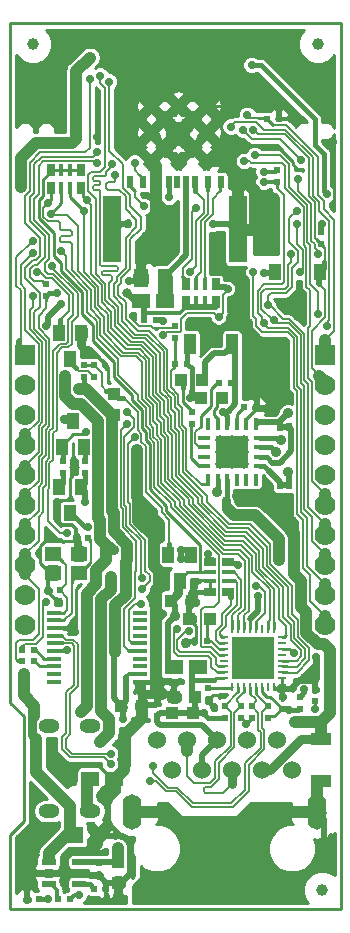
<source format=gbr>
G04 #@! TF.GenerationSoftware,KiCad,Pcbnew,5.1.0-rc1-unknown-9a8afdf~76~ubuntu18.04.1*
G04 #@! TF.CreationDate,2019-02-22T09:22:25+02:00
G04 #@! TF.ProjectId,ESP32-PoE_Rev_C,45535033-322d-4506-9f45-5f5265765f43,C*
G04 #@! TF.SameCoordinates,Original*
G04 #@! TF.FileFunction,Copper,L2,Bot*
G04 #@! TF.FilePolarity,Positive*
%FSLAX46Y46*%
G04 Gerber Fmt 4.6, Leading zero omitted, Abs format (unit mm)*
G04 Created by KiCad (PCBNEW 5.1.0-rc1-unknown-9a8afdf~76~ubuntu18.04.1) date 2019-02-22 09:22:25*
%MOMM*%
%LPD*%
G04 APERTURE LIST*
%ADD10C,0.254000*%
%ADD11C,0.508000*%
%ADD12R,0.500000X1.000000*%
%ADD13R,1.500000X1.200000*%
%ADD14R,1.500000X4.500000*%
%ADD15R,1.400000X1.400000*%
%ADD16C,1.400000*%
%ADD17O,1.800000X1.200000*%
%ADD18R,3.600000X3.600000*%
%ADD19R,0.400000X0.400000*%
%ADD20R,1.422400X1.422400*%
%ADD21R,0.250000X0.800000*%
%ADD22R,0.800000X0.250000*%
%ADD23R,1.270000X0.325000*%
%ADD24R,1.200000X0.550000*%
%ADD25R,0.381000X1.016000*%
%ADD26R,0.635000X1.016000*%
%ADD27R,1.016000X0.381000*%
%ADD28R,1.016000X0.635000*%
%ADD29C,1.524000*%
%ADD30O,1.600000X2.999999*%
%ADD31R,1.016000X1.016000*%
%ADD32R,1.400000X1.200000*%
%ADD33R,0.500000X0.550000*%
%ADD34R,1.016000X1.778000*%
%ADD35C,1.300000*%
%ADD36C,2.000000*%
%ADD37R,1.000000X1.400000*%
%ADD38R,0.550000X0.500000*%
%ADD39R,1.000000X0.400000*%
%ADD40R,0.400000X1.000000*%
%ADD41R,2.799999X2.799999*%
%ADD42C,0.800000*%
%ADD43R,1.524000X1.270000*%
%ADD44R,1.778000X1.016000*%
%ADD45C,1.778000*%
%ADD46R,1.778000X1.778000*%
%ADD47C,1.000000*%
%ADD48R,1.270000X1.524000*%
%ADD49R,0.508000X0.762000*%
%ADD50C,0.900000*%
%ADD51C,0.700000*%
%ADD52C,1.016000*%
%ADD53C,0.762000*%
%ADD54C,0.152400*%
%ADD55C,0.304800*%
%ADD56C,0.406400*%
%ADD57C,0.203200*%
%ADD58C,1.270000*%
G04 APERTURE END LIST*
D10*
X90150000Y-163830000D02*
X90150000Y-170150000D01*
X91313000Y-162687000D02*
X90150000Y-163830000D01*
X91313000Y-153797000D02*
X91313000Y-162687000D01*
X90150000Y-152654000D02*
X91313000Y-153797000D01*
X90150000Y-152654000D02*
X90150000Y-95150000D01*
X90150000Y-170150000D02*
X118150000Y-170150000D01*
X90150000Y-95150000D02*
X118150000Y-95150000D01*
X118150000Y-170150000D02*
X118150000Y-95150000D01*
D11*
X105275000Y-153543000D02*
X104275000Y-153543000D01*
X113030000Y-134239000D02*
X113792000Y-134239000D01*
X113792000Y-129286000D02*
X113030000Y-129286000D01*
D12*
X100290000Y-108587000D03*
X101390000Y-108587000D03*
X102490000Y-108587000D03*
X103590000Y-108587000D03*
X104340000Y-108587000D03*
X105040000Y-108587000D03*
X105790000Y-108587000D03*
X106890000Y-108587000D03*
X107990000Y-108587000D03*
D13*
X109440000Y-110337000D03*
X98840000Y-110337000D03*
X109440000Y-114787000D03*
X98840000Y-114787000D03*
D14*
X98840000Y-112387000D03*
X109440000Y-112387000D03*
D15*
X95638620Y-163852860D03*
D16*
X97650300Y-163850320D03*
D17*
X93476000Y-154642000D03*
X96946000Y-154642000D03*
X96946000Y-161842000D03*
X93476000Y-161842000D03*
D18*
X110744000Y-148844000D03*
D19*
X112044000Y-149344000D03*
X112044000Y-148344000D03*
X111244000Y-147544000D03*
X110244000Y-147544000D03*
X109444000Y-148344000D03*
X109444000Y-149344000D03*
X110244000Y-150144000D03*
X111244000Y-150144000D03*
D20*
X110744000Y-148844000D03*
D21*
X108994000Y-151294000D03*
X109494000Y-151294000D03*
X109994000Y-151294000D03*
X110494000Y-151294000D03*
X110994000Y-151294000D03*
X111494000Y-151294000D03*
X111994000Y-151294000D03*
X112494000Y-151294000D03*
D22*
X113194000Y-150594000D03*
X113194000Y-150094000D03*
X113194000Y-149594000D03*
X113194000Y-149094000D03*
X113194000Y-148594000D03*
X113194000Y-148094000D03*
X113194000Y-147594000D03*
X113194000Y-147094000D03*
D21*
X112494000Y-146394000D03*
X111994000Y-146394000D03*
X111494000Y-146394000D03*
X110994000Y-146394000D03*
X110494000Y-146394000D03*
X109994000Y-146394000D03*
X109494000Y-146394000D03*
X108994000Y-146394000D03*
D22*
X108294000Y-147094000D03*
X108294000Y-147594000D03*
X108294000Y-148094000D03*
X108294000Y-148594000D03*
X108294000Y-149094000D03*
X108294000Y-149594000D03*
X108294000Y-150094000D03*
X108294000Y-150594000D03*
D23*
X93916500Y-150880000D03*
X93916500Y-150230000D03*
X93916500Y-149580000D03*
X93916500Y-148930000D03*
X93916500Y-148280000D03*
X93916500Y-147630000D03*
X93916500Y-146980000D03*
X93916500Y-146330000D03*
X93916500Y-145680000D03*
X93916500Y-145030000D03*
X101155500Y-145030000D03*
X101155500Y-145680000D03*
X101155500Y-146330000D03*
X101155500Y-146980000D03*
X101155500Y-147630000D03*
X101155500Y-148280000D03*
X101155500Y-148930000D03*
X101155500Y-149580000D03*
X101155500Y-150230000D03*
X101155500Y-150880000D03*
D24*
X93442000Y-168018500D03*
X93442000Y-167068500D03*
X93442000Y-166118500D03*
X96042000Y-168018500D03*
X96042000Y-166118500D03*
D25*
X106680000Y-117221000D03*
X105918000Y-117221000D03*
X106680000Y-118745000D03*
X105918000Y-118745000D03*
D26*
X107569000Y-117221000D03*
X107569000Y-118745000D03*
X105029000Y-117221000D03*
X105029000Y-118745000D03*
D25*
X95250000Y-107569000D03*
X94488000Y-107569000D03*
X95250000Y-109093000D03*
X94488000Y-109093000D03*
D26*
X96139000Y-107569000D03*
X96139000Y-109093000D03*
X93599000Y-107569000D03*
X93599000Y-109093000D03*
D27*
X107061000Y-141605000D03*
X107061000Y-142367000D03*
X108585000Y-141605000D03*
X108585000Y-142367000D03*
D28*
X107061000Y-140716000D03*
X108585000Y-140716000D03*
X107061000Y-143256000D03*
X108585000Y-143256000D03*
D29*
X102616000Y-155806000D03*
X103886000Y-158346000D03*
X105156000Y-155806000D03*
X106426000Y-158346000D03*
X107696000Y-155806000D03*
X108966000Y-158346000D03*
X110236000Y-155806000D03*
X111506000Y-158346000D03*
X112776000Y-155806000D03*
X114046000Y-158346000D03*
D30*
X100531000Y-161946000D03*
X116131000Y-161946000D03*
D31*
X106426000Y-125349000D03*
X104648000Y-125349000D03*
D32*
X95969000Y-140043000D03*
X93769000Y-141643000D03*
X93769000Y-140043000D03*
X95969000Y-141643000D03*
D33*
X95758000Y-138684000D03*
X96774000Y-138684000D03*
D34*
X108966000Y-122301000D03*
X105410000Y-122301000D03*
D31*
X105664000Y-153543000D03*
X103886000Y-153543000D03*
D35*
X106773200Y-104371000D03*
X102099600Y-104371000D03*
X104411000Y-106834800D03*
X104411000Y-102135800D03*
X106773200Y-102135800D03*
X102099600Y-102135800D03*
X106773200Y-106834800D03*
D36*
X104411000Y-104498000D03*
D35*
X102099600Y-106834800D03*
D37*
X94300040Y-121320560D03*
X96202500Y-121320560D03*
X95247460Y-123530360D03*
D31*
X106299000Y-126873000D03*
X108077000Y-126873000D03*
D38*
X96520000Y-132207000D03*
X96520000Y-133223000D03*
X94615000Y-133223000D03*
X94615000Y-132207000D03*
D39*
X106616000Y-132645000D03*
X106616000Y-131845000D03*
X106616000Y-131045000D03*
X106616000Y-130245000D03*
D40*
X106966000Y-129095000D03*
X107766000Y-129095000D03*
X108566000Y-129095000D03*
X109366000Y-129095000D03*
X110166000Y-129095000D03*
X110966000Y-129095000D03*
D39*
X111316000Y-130245000D03*
X111316000Y-131045000D03*
X111316000Y-131845000D03*
X111316000Y-132645000D03*
D40*
X110966000Y-133795000D03*
X110166000Y-133795000D03*
X109366000Y-133795000D03*
X108566000Y-133795000D03*
X107766000Y-133795000D03*
X106966000Y-133795000D03*
D41*
X108966000Y-131445000D03*
D42*
X107966000Y-132445000D03*
X108966000Y-132445000D03*
X109966000Y-132445000D03*
X107966000Y-131445000D03*
X108966000Y-131445000D03*
X109966000Y-131445000D03*
X108966000Y-130445000D03*
X107966000Y-130445000D03*
X109966000Y-130445000D03*
D38*
X116459000Y-113792000D03*
X116459000Y-112776000D03*
D37*
X116400000Y-116195000D03*
X112600000Y-116195000D03*
D33*
X93345000Y-143129000D03*
X94361000Y-143129000D03*
D43*
X104013000Y-149606000D03*
X106045000Y-149606000D03*
D37*
X96453960Y-131028440D03*
X94551500Y-131028440D03*
X95506540Y-128818640D03*
D31*
X101346000Y-152908000D03*
X99568000Y-152908000D03*
X105537000Y-144018000D03*
X103759000Y-144018000D03*
X104013000Y-152146000D03*
X105791000Y-152146000D03*
X105283000Y-145542000D03*
X107061000Y-145542000D03*
D44*
X116459000Y-159258000D03*
X116459000Y-155702000D03*
D43*
X101219000Y-118618000D03*
X103251000Y-118618000D03*
D37*
X94300040Y-134401560D03*
X96202500Y-134401560D03*
X95247460Y-136611360D03*
D31*
X99314000Y-167894000D03*
X99314000Y-166116000D03*
D45*
X91440000Y-130840000D03*
X91440000Y-128300000D03*
X91440000Y-125760000D03*
D46*
X91440000Y-123220000D03*
D45*
X91440000Y-133380000D03*
X91440000Y-135920000D03*
X91440000Y-141000000D03*
X91440000Y-138460000D03*
X91440000Y-143540000D03*
X91440000Y-146080000D03*
X116840000Y-130840000D03*
X116840000Y-128300000D03*
X116840000Y-125760000D03*
D46*
X116840000Y-123220000D03*
D45*
X116840000Y-133380000D03*
X116840000Y-135920000D03*
X116840000Y-141000000D03*
X116840000Y-138460000D03*
X116840000Y-143540000D03*
X116840000Y-146080000D03*
D37*
X103571040Y-140116560D03*
X105473500Y-140116560D03*
X104518460Y-142326360D03*
D33*
X91186000Y-149098000D03*
X92202000Y-149098000D03*
X91186000Y-148209000D03*
X92202000Y-148209000D03*
D38*
X97663000Y-167259000D03*
X97663000Y-166243000D03*
X96393000Y-124079000D03*
X96393000Y-125095000D03*
D33*
X94234000Y-169291000D03*
X95250000Y-169291000D03*
D38*
X109728000Y-152908000D03*
X109728000Y-153924000D03*
X108331000Y-152908000D03*
X108331000Y-153924000D03*
X112014000Y-152908000D03*
X112014000Y-153924000D03*
X110617000Y-152908000D03*
X110617000Y-153924000D03*
X114681000Y-152146000D03*
X114681000Y-153162000D03*
X115951000Y-151511000D03*
X115951000Y-152527000D03*
D33*
X91567000Y-169291000D03*
X92583000Y-169291000D03*
D38*
X106934000Y-152400000D03*
X106934000Y-151384000D03*
X105537000Y-129032000D03*
X105537000Y-128016000D03*
D33*
X109982000Y-127635000D03*
X110998000Y-127635000D03*
X102489000Y-120269000D03*
X101473000Y-120269000D03*
D38*
X112776000Y-107569000D03*
X112776000Y-108585000D03*
D33*
X104140000Y-123952000D03*
X105156000Y-123952000D03*
D38*
X104140000Y-120777000D03*
X104140000Y-121793000D03*
X93218000Y-117221000D03*
X93218000Y-118237000D03*
X102616000Y-152781000D03*
X102616000Y-153797000D03*
X113157000Y-152146000D03*
X113157000Y-153162000D03*
D33*
X104521000Y-150876000D03*
X105537000Y-150876000D03*
X105791000Y-147447000D03*
X106807000Y-147447000D03*
D47*
X92075000Y-96901000D03*
X116205000Y-96901000D03*
X116586000Y-168529000D03*
D48*
X101219000Y-116713000D03*
X103251000Y-116713000D03*
D33*
X108839000Y-125603000D03*
X107823000Y-125603000D03*
D31*
X98958400Y-126517400D03*
X98958400Y-128295400D03*
D38*
X97282000Y-125095000D03*
X97282000Y-124079000D03*
D43*
X96964500Y-159131000D03*
X98996500Y-159131000D03*
D33*
X98298000Y-168402000D03*
X97282000Y-168402000D03*
X112903000Y-103251000D03*
X111887000Y-103251000D03*
D49*
X113792000Y-134239000D03*
X113030000Y-134239000D03*
X113030000Y-129286000D03*
X113792000Y-129286000D03*
D50*
X99314000Y-164973000D03*
X98933000Y-139700000D03*
X94843600Y-124968000D03*
X96139000Y-153416000D03*
D51*
X92075000Y-113538000D03*
X113030000Y-151511000D03*
D50*
X102997000Y-151892000D03*
X101473000Y-151892000D03*
X105029000Y-147574000D03*
X99314000Y-169037000D03*
X102489000Y-148590000D03*
D51*
X95631000Y-146685000D03*
X107442000Y-153035000D03*
X116078000Y-148818600D03*
X106934000Y-140081000D03*
D50*
X100914200Y-131267200D03*
D51*
X96266000Y-122555000D03*
X100203000Y-116967000D03*
D50*
X102489000Y-113157000D03*
X110871000Y-112649000D03*
X96901000Y-96774000D03*
X111506000Y-96774000D03*
D51*
X117475000Y-105156000D03*
X97536000Y-104775000D03*
D50*
X100076000Y-96774000D03*
X103124000Y-96774000D03*
X106045000Y-96774000D03*
X108966000Y-96774000D03*
X103632000Y-113157000D03*
D51*
X94234000Y-144145000D03*
D50*
X92328990Y-100584000D03*
D51*
X107315000Y-112141000D03*
X100076000Y-112141000D03*
D50*
X94742000Y-166624000D03*
D51*
X93091000Y-163576000D03*
D50*
X94742000Y-167767000D03*
X97917000Y-160528000D03*
X98933000Y-160147000D03*
D51*
X94107000Y-135636000D03*
D50*
X100914200Y-134213600D03*
D51*
X100584000Y-119888000D03*
D50*
X91313000Y-150241000D03*
D51*
X109855000Y-104140000D03*
X114793294Y-106694706D03*
X94996000Y-148209000D03*
D50*
X99060000Y-148336000D03*
X99949000Y-143510000D03*
D51*
X104648000Y-139700000D03*
X104648000Y-140462000D03*
D50*
X96012000Y-126111000D03*
X91059000Y-108966000D03*
D51*
X116586000Y-112141000D03*
X116967000Y-109601000D03*
D50*
X96901000Y-98044000D03*
D51*
X110617000Y-98679000D03*
X99695000Y-154051000D03*
D50*
X98044000Y-127533400D03*
D42*
X100076000Y-117983000D03*
D51*
X93243400Y-120777000D03*
X94488000Y-118872000D03*
X97536000Y-106934000D03*
X94742000Y-128651000D03*
X92075000Y-114554000D03*
X93599000Y-111252000D03*
X99060000Y-107950000D03*
X93345000Y-110363000D03*
X93218000Y-144145000D03*
X96901000Y-99822000D03*
X98552000Y-100076000D03*
X98806000Y-107061000D03*
X111633000Y-107696000D03*
X103632000Y-109855000D03*
X110744000Y-104140000D03*
X97790000Y-99568000D03*
X96393000Y-110998000D03*
X101346000Y-142113000D03*
X114427000Y-112141000D03*
X100076000Y-128016000D03*
X114681000Y-116205000D03*
X94107000Y-117983000D03*
X103124000Y-121539000D03*
X107823000Y-120015000D03*
X108585000Y-117602000D03*
X103124000Y-120345200D03*
X110744000Y-116205000D03*
X111633000Y-108585000D03*
X111633000Y-120523000D03*
X105410000Y-116205000D03*
X112522000Y-120269000D03*
X113919000Y-114681000D03*
X114427000Y-110998000D03*
X112014000Y-118999000D03*
X96647000Y-110109000D03*
D50*
X98679000Y-141986000D03*
X97790000Y-155956000D03*
D51*
X101473000Y-110617000D03*
X105918000Y-110744000D03*
X100711000Y-106934000D03*
X97536000Y-106045000D03*
X94996000Y-138303000D03*
X93726000Y-115697000D03*
D50*
X114300000Y-154305000D03*
X109474000Y-135128000D03*
X110871000Y-126619000D03*
X112014000Y-126619000D03*
X112014000Y-127762000D03*
X113157000Y-126619000D03*
X110871000Y-125476000D03*
X112014000Y-125476000D03*
X113157000Y-125476000D03*
X114554000Y-119888000D03*
X114554000Y-118745000D03*
X112649000Y-131445000D03*
D51*
X105410000Y-126873000D03*
D50*
X113665000Y-133096000D03*
X113131600Y-130454400D03*
X113665000Y-128143000D03*
D51*
X110871000Y-106299000D03*
X116205000Y-119761000D03*
X109982000Y-106807000D03*
X110236000Y-102870000D03*
X101981000Y-159258000D03*
X102235000Y-157988000D03*
D50*
X108204000Y-164846000D03*
X110871000Y-164846000D03*
X105918000Y-164846000D03*
X113030000Y-161946000D03*
X110617000Y-161946000D03*
X103632000Y-161946000D03*
X109728000Y-163322000D03*
X106680000Y-163322000D03*
X109601000Y-167132000D03*
X106934000Y-167132000D03*
X104013000Y-167132000D03*
X112522000Y-167132000D03*
X110998000Y-168783000D03*
X108204000Y-168783000D03*
X105283000Y-168783000D03*
X102108000Y-168783000D03*
D51*
X114173000Y-148463000D03*
X111706800Y-116294998D03*
D50*
X112928400Y-140589000D03*
D51*
X96596200Y-129717800D03*
X100076000Y-129032000D03*
X96774000Y-137795000D03*
X96520000Y-135636000D03*
X101219000Y-144272000D03*
X98679000Y-156972000D03*
X98679000Y-157861000D03*
D50*
X104140000Y-145288000D03*
D51*
X111125000Y-143637000D03*
X113792000Y-153289000D03*
X110109000Y-154432000D03*
X106553000Y-153543000D03*
X92075000Y-118237000D03*
X101346000Y-143002000D03*
X116205000Y-114681000D03*
X114554000Y-108331000D03*
X100711000Y-130175000D03*
X108839000Y-103886000D03*
X116967000Y-120777000D03*
X109474000Y-140970000D03*
X110998000Y-142748000D03*
X94488000Y-114427000D03*
X92456000Y-116205000D03*
X105283000Y-146558000D03*
X115951000Y-153162000D03*
X104267000Y-146431000D03*
X115062000Y-151511000D03*
X96012000Y-168910000D03*
X93345000Y-169291000D03*
D50*
X107696000Y-134848600D03*
D51*
X108204000Y-128016000D03*
D10*
X99068000Y-165870000D02*
X99314000Y-166116000D01*
D52*
X99314000Y-165481000D02*
X99314000Y-166116000D01*
D10*
X99203000Y-165370000D02*
X99314000Y-165481000D01*
D52*
X99314000Y-164973000D02*
X99314000Y-165481000D01*
X96647000Y-152908000D02*
X96647000Y-143459200D01*
X97485200Y-142621000D02*
X97485200Y-141401800D01*
X97485200Y-141401800D02*
X98298000Y-140589000D01*
X96647000Y-143459200D02*
X97485200Y-142621000D01*
X98298000Y-140589000D02*
X98298000Y-139319000D01*
X96139000Y-153416000D02*
X96647000Y-152908000D01*
D53*
X98552000Y-139319000D02*
X98298000Y-139319000D01*
X98933000Y-139700000D02*
X98552000Y-139319000D01*
D11*
X97790000Y-166116000D02*
X97663000Y-166243000D01*
X99314000Y-166116000D02*
X97790000Y-166116000D01*
X97538500Y-166118500D02*
X97663000Y-166243000D01*
X96042000Y-166118500D02*
X97538500Y-166118500D01*
X91440000Y-123220000D02*
X90932000Y-122712000D01*
X90932000Y-122712000D02*
X90932000Y-122047000D01*
D54*
X90678000Y-114935000D02*
X92075000Y-113538000D01*
X90932000Y-122047000D02*
X91059000Y-121920000D01*
X90678000Y-117348000D02*
X90678000Y-114935000D01*
X91059000Y-121920000D02*
X91059000Y-117729000D01*
X91059000Y-117729000D02*
X90678000Y-117348000D01*
D52*
X97790000Y-138811000D02*
X98298000Y-139319000D01*
X97790000Y-137185400D02*
X97790000Y-138811000D01*
X97637600Y-137033000D02*
X97790000Y-137185400D01*
X97637600Y-128803400D02*
X97637600Y-137033000D01*
X94843600Y-124968000D02*
X94843600Y-126720600D01*
X94843600Y-126720600D02*
X95504000Y-127381000D01*
X95504000Y-127381000D02*
X96215200Y-127381000D01*
X96215200Y-127381000D02*
X97637600Y-128803400D01*
D11*
X103759000Y-151892000D02*
X104013000Y-152146000D01*
X102997000Y-151892000D02*
X103759000Y-151892000D01*
X97650300Y-163850320D02*
X97642680Y-163850320D01*
X99314000Y-167894000D02*
X99314000Y-169037000D01*
X99060000Y-167640000D02*
X99314000Y-167894000D01*
X99568000Y-167894000D02*
X99314000Y-167894000D01*
X100330000Y-167132000D02*
X99568000Y-167894000D01*
X97650300Y-163850320D02*
X97756980Y-163957000D01*
X99695000Y-163957000D02*
X100330000Y-164592000D01*
X97756980Y-163957000D02*
X99695000Y-163957000D01*
X100330000Y-164592000D02*
X100330000Y-167132000D01*
D52*
X102489000Y-150876000D02*
X102489000Y-151384000D01*
X102489000Y-151384000D02*
X102997000Y-151892000D01*
D55*
X95276000Y-146330000D02*
X93916500Y-146330000D01*
X95631000Y-146685000D02*
X95276000Y-146330000D01*
D53*
X101473000Y-151892000D02*
X102997000Y-151892000D01*
D55*
X101155500Y-150880000D02*
X102489000Y-150880000D01*
D10*
X102489000Y-150880000D02*
X102485000Y-150876000D01*
X102485000Y-150876000D02*
X102108000Y-150876000D01*
X102108000Y-150876000D02*
X102489000Y-150876000D01*
D56*
X106934000Y-152400000D02*
X106934000Y-152527000D01*
X106934000Y-152527000D02*
X107442000Y-153035000D01*
X113030000Y-151511000D02*
X113157000Y-151638000D01*
X113157000Y-151638000D02*
X113157000Y-152146000D01*
D10*
X105283000Y-145542000D02*
X105918000Y-146177000D01*
X105918000Y-146177000D02*
X105918000Y-147320000D01*
X105918000Y-147320000D02*
X105791000Y-147447000D01*
X113194000Y-150594000D02*
X113194000Y-151347000D01*
X113194000Y-151347000D02*
X113030000Y-151511000D01*
D56*
X105029000Y-147574000D02*
X105156000Y-147447000D01*
X105156000Y-147447000D02*
X105791000Y-147447000D01*
D11*
X105283000Y-145542000D02*
X105283000Y-144272000D01*
X105283000Y-144272000D02*
X105537000Y-144018000D01*
D10*
X107061000Y-143256000D02*
X107061000Y-142367000D01*
D11*
X107061000Y-140716000D02*
X106934000Y-140589000D01*
X106934000Y-140589000D02*
X106934000Y-140081000D01*
D52*
X102489000Y-148590000D02*
X102489000Y-150876000D01*
X102489000Y-108588000D02*
X102490000Y-108587000D01*
X102489000Y-113157000D02*
X102489000Y-108588000D01*
X102490000Y-107225200D02*
X102099600Y-106834800D01*
X102490000Y-108587000D02*
X102490000Y-107225200D01*
X108358800Y-106834800D02*
X106773200Y-106834800D01*
X110871000Y-109347000D02*
X108358800Y-106834800D01*
X110871000Y-112649000D02*
X110871000Y-109347000D01*
D53*
X102099600Y-97273600D02*
X101600000Y-96774000D01*
X102099600Y-102135800D02*
X102099600Y-97273600D01*
X106773200Y-97696800D02*
X106773200Y-102135800D01*
X107696000Y-96774000D02*
X106773200Y-97696800D01*
D55*
X93345000Y-143129000D02*
X93345000Y-143256000D01*
X93345000Y-143256000D02*
X94234000Y-144145000D01*
D11*
X104013000Y-151257000D02*
X104013000Y-152146000D01*
X104394000Y-150876000D02*
X104013000Y-151257000D01*
X104521000Y-150876000D02*
X104394000Y-150876000D01*
D10*
X106934000Y-152400000D02*
X107315000Y-152019000D01*
X107315000Y-152019000D02*
X107950000Y-152019000D01*
D56*
X105537000Y-143256000D02*
X107061000Y-143256000D01*
X105537000Y-144018000D02*
X105537000Y-143256000D01*
D11*
X113919000Y-151511000D02*
X113030000Y-151511000D01*
X114554000Y-150876000D02*
X113919000Y-151511000D01*
D10*
X115951000Y-150876000D02*
X114554000Y-150876000D01*
D56*
X115951000Y-151511000D02*
X115951000Y-150876000D01*
X115951000Y-148945600D02*
X116078000Y-148818600D01*
X115951000Y-150876000D02*
X115951000Y-148945600D01*
D10*
X112494000Y-151294000D02*
X112494000Y-151356000D01*
X112649000Y-151511000D02*
X113030000Y-151511000D01*
X112494000Y-151356000D02*
X112649000Y-151511000D01*
D56*
X117475000Y-105156000D02*
X117475000Y-106426000D01*
X97536000Y-104775000D02*
X97536000Y-103886000D01*
D53*
X96901000Y-96774000D02*
X100076000Y-96774000D01*
X100076000Y-96774000D02*
X101600000Y-96774000D01*
D52*
X103124000Y-96774000D02*
X106045000Y-96774000D01*
D53*
X108966000Y-96774000D02*
X107696000Y-96774000D01*
X111506000Y-96774000D02*
X108966000Y-96774000D01*
D11*
X96139000Y-122428000D02*
X96266000Y-122555000D01*
X96139000Y-121384060D02*
X96139000Y-122428000D01*
X96202500Y-121320560D02*
X96139000Y-121384060D01*
X100965000Y-116967000D02*
X100203000Y-116967000D01*
X101219000Y-116713000D02*
X100965000Y-116967000D01*
D52*
X92778989Y-100134001D02*
X92328990Y-100584000D01*
X96901000Y-96774000D02*
X96138990Y-96774000D01*
X96138990Y-96774000D02*
X92778989Y-100134001D01*
D10*
X112801400Y-105537000D02*
X114163892Y-106899492D01*
X114163892Y-107102692D02*
X114604800Y-107543600D01*
X107939200Y-105537000D02*
X112801400Y-105537000D01*
X106773200Y-104371000D02*
X107939200Y-105537000D01*
X114163892Y-106899492D02*
X114163892Y-107102692D01*
D52*
X109440000Y-112387000D02*
X109440000Y-113123000D01*
D11*
X108686000Y-112141000D02*
X109440000Y-112895000D01*
X107315000Y-112141000D02*
X108686000Y-112141000D01*
X99594000Y-112141000D02*
X98840000Y-112895000D01*
X100076000Y-112141000D02*
X99594000Y-112141000D01*
D54*
X98840000Y-112387000D02*
X98840000Y-114787000D01*
X109440000Y-112387000D02*
X109440000Y-114787000D01*
D11*
X94297500Y-167068500D02*
X94742000Y-166624000D01*
X93442000Y-167068500D02*
X94297500Y-167068500D01*
D53*
X97650300Y-163850320D02*
X97650300Y-164604700D01*
X97650300Y-164604700D02*
X97028000Y-165227000D01*
D11*
X93442000Y-167068500D02*
X92265500Y-167068500D01*
D56*
X91567000Y-167767000D02*
X91567000Y-169291000D01*
X92265500Y-167068500D02*
X91567000Y-167767000D01*
D11*
X98298000Y-168402000D02*
X98298000Y-167894000D01*
X98298000Y-167894000D02*
X99314000Y-167894000D01*
X98298000Y-167894000D02*
X97663000Y-167259000D01*
D53*
X94742000Y-165735000D02*
X94742000Y-166624000D01*
X94742000Y-165735000D02*
X95250000Y-165227000D01*
X97028000Y-165227000D02*
X95250000Y-165227000D01*
D11*
X95377000Y-167259000D02*
X94742000Y-166624000D01*
X97663000Y-167259000D02*
X95377000Y-167259000D01*
X98425000Y-161036000D02*
X98425000Y-163075620D01*
X98425000Y-163075620D02*
X97650300Y-163850320D01*
X97917000Y-160528000D02*
X98425000Y-161036000D01*
D53*
X98933000Y-159194500D02*
X98933000Y-160147000D01*
X98996500Y-159131000D02*
X98933000Y-159194500D01*
D52*
X98298000Y-160147000D02*
X98933000Y-160147000D01*
X97917000Y-160528000D02*
X98298000Y-160147000D01*
X101346000Y-153924000D02*
X101346000Y-152908000D01*
X98996500Y-159131000D02*
X99060000Y-159131000D01*
X99060000Y-159131000D02*
X99822000Y-158369000D01*
X99822000Y-158369000D02*
X99822000Y-155448000D01*
X99822000Y-155448000D02*
X101346000Y-153924000D01*
D55*
X95885000Y-138811000D02*
X95758000Y-138684000D01*
X96096000Y-139022000D02*
X95885000Y-138811000D01*
X94107000Y-135636000D02*
X94107000Y-137160000D01*
X94107000Y-137160000D02*
X94564200Y-137617200D01*
X94564200Y-137617200D02*
X95453200Y-137617200D01*
X95758000Y-137922000D02*
X95758000Y-138684000D01*
X95453200Y-137617200D02*
X95758000Y-137922000D01*
D11*
X102616000Y-152273000D02*
X102997000Y-151892000D01*
X102616000Y-152781000D02*
X102616000Y-152273000D01*
D53*
X101346000Y-152019000D02*
X101473000Y-151892000D01*
X101346000Y-152908000D02*
X101346000Y-152019000D01*
D55*
X93345000Y-142067000D02*
X93769000Y-141643000D01*
X93345000Y-143129000D02*
X93345000Y-142067000D01*
D10*
X95504000Y-138938000D02*
X95758000Y-138684000D01*
X93167200Y-138938000D02*
X95504000Y-138938000D01*
X93769000Y-141643000D02*
X93510000Y-141643000D01*
X93510000Y-141643000D02*
X92710000Y-140843000D01*
X92710000Y-140843000D02*
X92710000Y-139395200D01*
X92710000Y-139395200D02*
X93167200Y-138938000D01*
X96096000Y-139916000D02*
X96096000Y-139022000D01*
X95969000Y-140043000D02*
X96096000Y-139916000D01*
X95758000Y-143002000D02*
X96139000Y-142621000D01*
X95758000Y-146558000D02*
X95758000Y-143002000D01*
X95631000Y-146685000D02*
X95758000Y-146558000D01*
X112903000Y-103251000D02*
X112903000Y-102616000D01*
X112422800Y-102135800D02*
X112903000Y-102616000D01*
X106773200Y-102135800D02*
X112422800Y-102135800D01*
D52*
X102489000Y-143129000D02*
X102489000Y-148590000D01*
X102743000Y-142875000D02*
X102489000Y-143129000D01*
X102743000Y-141478000D02*
X102743000Y-142875000D01*
X102362000Y-141097000D02*
X102743000Y-141478000D01*
X102362000Y-138557000D02*
X102362000Y-141097000D01*
X100914200Y-135211243D02*
X101041200Y-135338243D01*
X101041200Y-135338243D02*
X101041200Y-137236200D01*
X100914200Y-134213600D02*
X100914200Y-135211243D01*
X101041200Y-137236200D02*
X102362000Y-138557000D01*
D54*
X100584000Y-120269000D02*
X100584000Y-119888000D01*
X103962200Y-120954800D02*
X102285800Y-120954800D01*
X104140000Y-120777000D02*
X103962200Y-120954800D01*
X102285800Y-120954800D02*
X102108000Y-120777000D01*
X101092000Y-120777000D02*
X100584000Y-120269000D01*
X102108000Y-120777000D02*
X101092000Y-120777000D01*
D52*
X109440000Y-112387000D02*
X109702000Y-112649000D01*
X109702000Y-112649000D02*
X110871000Y-112649000D01*
D10*
X94615000Y-157988000D02*
X94107000Y-157480000D01*
X97663000Y-157988000D02*
X94615000Y-157988000D01*
X98806000Y-159131000D02*
X97663000Y-157988000D01*
X98996500Y-159131000D02*
X98806000Y-159131000D01*
X94107000Y-135636000D02*
X94234000Y-135509000D01*
X94234000Y-135509000D02*
X95123000Y-135509000D01*
X95123000Y-135509000D02*
X95250000Y-135382000D01*
X95250000Y-135382000D02*
X95250000Y-133604000D01*
X95250000Y-133604000D02*
X95504000Y-133350000D01*
X98425000Y-124206000D02*
X98425000Y-125603000D01*
X96774000Y-122555000D02*
X98425000Y-124206000D01*
X96266000Y-122555000D02*
X96774000Y-122555000D01*
D52*
X100914200Y-134213600D02*
X100914200Y-131267200D01*
D10*
X117475000Y-106426000D02*
X117602000Y-106553000D01*
X117602000Y-106553000D02*
X117602000Y-110236000D01*
D53*
X92329000Y-155702000D02*
X92024200Y-155397200D01*
X92024200Y-155397200D02*
X92024200Y-153974800D01*
X92024200Y-153974800D02*
X92202000Y-153797000D01*
D52*
X92202000Y-153797000D02*
X92202000Y-152908000D01*
X95250000Y-161417000D02*
X95250000Y-163464240D01*
X95250000Y-163464240D02*
X95638620Y-163852860D01*
X92329000Y-155702000D02*
X92329000Y-158496000D01*
X95638620Y-163852860D02*
X95638620Y-163949380D01*
X91313000Y-150241000D02*
X91313000Y-152019000D01*
X91313000Y-152019000D02*
X92202000Y-152908000D01*
D56*
X93442000Y-166118500D02*
X93442000Y-165892000D01*
D52*
X94973140Y-163852860D02*
X95638620Y-163852860D01*
X93442000Y-165384000D02*
X94973140Y-163852860D01*
X93442000Y-165892000D02*
X93442000Y-165384000D01*
X92329000Y-158496000D02*
X95250000Y-161417000D01*
D54*
X114443295Y-106344707D02*
X114793294Y-106694706D01*
X110617000Y-104902000D02*
X113000588Y-104902000D01*
X113000588Y-104902000D02*
X114443295Y-106344707D01*
X109855000Y-104140000D02*
X110617000Y-104902000D01*
D55*
X94925000Y-148280000D02*
X94996000Y-148209000D01*
X93916500Y-148280000D02*
X94925000Y-148280000D01*
X100214000Y-150230000D02*
X99949000Y-150495000D01*
X101155500Y-150230000D02*
X100214000Y-150230000D01*
D52*
X99060000Y-144399000D02*
X99060000Y-148336000D01*
X99949000Y-143510000D02*
X99060000Y-144399000D01*
D11*
X104648000Y-140462000D02*
X104648000Y-139827000D01*
X105473500Y-140116560D02*
X105128060Y-140462000D01*
X105128060Y-140462000D02*
X104648000Y-140462000D01*
X105473500Y-140116560D02*
X105056940Y-139700000D01*
X105056940Y-139700000D02*
X104648000Y-139700000D01*
X116459000Y-112268000D02*
X116586000Y-112141000D01*
X116459000Y-112776000D02*
X116459000Y-112268000D01*
X99695000Y-153035000D02*
X99695000Y-154051000D01*
D53*
X99568000Y-152908000D02*
X99695000Y-153035000D01*
D11*
X99949000Y-152527000D02*
X99949000Y-150495000D01*
X99568000Y-152908000D02*
X99949000Y-152527000D01*
X98933000Y-152273000D02*
X99568000Y-152908000D01*
X98933000Y-148463000D02*
X98933000Y-152273000D01*
X99060000Y-148336000D02*
X98933000Y-148463000D01*
D53*
X98044000Y-127533400D02*
X98019980Y-127533400D01*
D52*
X96597580Y-126111000D02*
X96012000Y-126111000D01*
X98019980Y-127533400D02*
X96597580Y-126111000D01*
X98958400Y-128295400D02*
X98781981Y-128295400D01*
D53*
X98044000Y-127557419D02*
X98044000Y-127533400D01*
D52*
X98781981Y-128295400D02*
X98044000Y-127557419D01*
D56*
X96393000Y-125730000D02*
X96393000Y-125095000D01*
X96012000Y-126111000D02*
X96393000Y-125730000D01*
D11*
X100711000Y-118618000D02*
X101219000Y-118618000D01*
X100076000Y-117983000D02*
X100711000Y-118618000D01*
X101219000Y-118618000D02*
X101473000Y-118872000D01*
X101473000Y-118872000D02*
X101473000Y-119634000D01*
X101473000Y-119634000D02*
X101473000Y-120269000D01*
D52*
X95758000Y-99187000D02*
X96901000Y-98044000D01*
X95758000Y-104902000D02*
X95758000Y-99187000D01*
X91059000Y-106553000D02*
X92329000Y-105283000D01*
X91059000Y-108966000D02*
X91059000Y-106553000D01*
X92329000Y-105283000D02*
X95377000Y-105283000D01*
X95377000Y-105283000D02*
X95758000Y-104902000D01*
D56*
X116713000Y-109347000D02*
X116967000Y-109601000D01*
X116713000Y-106172000D02*
X116713000Y-109347000D01*
X110617000Y-98679000D02*
X111379000Y-98679000D01*
X111379000Y-98679000D02*
X115951000Y-103251000D01*
X115951000Y-103251000D02*
X115951000Y-105410000D01*
X115951000Y-105410000D02*
X116713000Y-106172000D01*
D11*
X107569000Y-118745000D02*
X107569000Y-119126000D01*
X107569000Y-119126000D02*
X106680000Y-119126000D01*
D10*
X106680000Y-119126000D02*
X106680000Y-118745000D01*
X105918000Y-118745000D02*
X105918000Y-119126000D01*
D11*
X105918000Y-119126000D02*
X106680000Y-119126000D01*
X105029000Y-118745000D02*
X105029000Y-119126000D01*
X105029000Y-119126000D02*
X105918000Y-119126000D01*
D55*
X104521000Y-119634000D02*
X101473000Y-119634000D01*
X105029000Y-119126000D02*
X104521000Y-119634000D01*
D11*
X93345000Y-120675400D02*
X93243400Y-120777000D01*
X93345000Y-120015000D02*
X93345000Y-120675400D01*
X94488000Y-118872000D02*
X93345000Y-120015000D01*
D52*
X98806000Y-136448800D02*
X98806000Y-128447800D01*
X98958400Y-136601200D02*
X98806000Y-136448800D01*
X98958400Y-138150600D02*
X98958400Y-136601200D01*
X99949000Y-143510000D02*
X99949000Y-140716000D01*
X99949000Y-140716000D02*
X100076000Y-140589000D01*
X98806000Y-128447800D02*
X98958400Y-128295400D01*
X100076000Y-140589000D02*
X100076000Y-139268200D01*
X100076000Y-139268200D02*
X98958400Y-138150600D01*
D11*
X107696000Y-155806000D02*
X107696000Y-155702000D01*
X106426000Y-157076000D02*
X107696000Y-155806000D01*
X106426000Y-158346000D02*
X106426000Y-157076000D01*
X102870000Y-153543000D02*
X102616000Y-153797000D01*
X103886000Y-153543000D02*
X102870000Y-153543000D01*
X106449000Y-154559000D02*
X107696000Y-155806000D01*
X102870000Y-154559000D02*
X106449000Y-154559000D01*
X102616000Y-154305000D02*
X102870000Y-154559000D01*
X102616000Y-153797000D02*
X102616000Y-154305000D01*
D52*
X91440000Y-141000000D02*
X91440000Y-141732000D01*
D54*
X91440000Y-141859000D02*
X92583000Y-143002000D01*
D55*
X91186000Y-149098000D02*
X90805000Y-149098000D01*
D54*
X90805000Y-149098000D02*
X90678000Y-148971000D01*
X90678000Y-148971000D02*
X90678000Y-147574000D01*
X90678000Y-147574000D02*
X90932000Y-147320000D01*
X90932000Y-147320000D02*
X92075000Y-147320000D01*
X92075000Y-147320000D02*
X92583000Y-146812000D01*
X92583000Y-146812000D02*
X92583000Y-143002000D01*
D52*
X91440000Y-140081000D02*
X91440000Y-141000000D01*
D54*
X92583000Y-138938000D02*
X91440000Y-140081000D01*
X92583000Y-136906000D02*
X92583000Y-138938000D01*
X92964000Y-134493000D02*
X92964000Y-136525000D01*
X93192600Y-134264400D02*
X92964000Y-134493000D01*
X93192600Y-132257800D02*
X93192600Y-134264400D01*
X95072200Y-120269000D02*
X95072200Y-122123200D01*
X93091000Y-115443000D02*
X93091000Y-116078000D01*
X93802200Y-122859800D02*
X93802200Y-129387600D01*
X92202000Y-111760000D02*
X93472000Y-113030000D01*
X92583000Y-109601000D02*
X92202000Y-109982000D01*
X92202000Y-109982000D02*
X92202000Y-111760000D01*
X93472000Y-113030000D02*
X93472000Y-115062000D01*
X95504000Y-118033800D02*
X95504000Y-119837200D01*
X97536000Y-106934000D02*
X97409000Y-106807000D01*
X93497400Y-131953000D02*
X93192600Y-132257800D01*
X93802200Y-129387600D02*
X93497400Y-129692400D01*
X97409000Y-106807000D02*
X92964000Y-106807000D01*
X92964000Y-106807000D02*
X92583000Y-107188000D01*
X92964000Y-136525000D02*
X92583000Y-136906000D01*
X95072200Y-122123200D02*
X94919802Y-122275598D01*
X92583000Y-107188000D02*
X92583000Y-109601000D01*
X95504000Y-119837200D02*
X95072200Y-120269000D01*
X93091000Y-116078000D02*
X93345000Y-116332000D01*
X93802200Y-116332000D02*
X95504000Y-118033800D01*
X93472000Y-115062000D02*
X93091000Y-115443000D01*
X94919802Y-122275598D02*
X94386402Y-122275598D01*
X93345000Y-116332000D02*
X93802200Y-116332000D01*
X94386402Y-122275598D02*
X93802200Y-122859800D01*
X93497400Y-129692400D02*
X93497400Y-131953000D01*
D52*
X91440000Y-129921000D02*
X91440000Y-130840000D01*
D53*
X95338900Y-128651000D02*
X94742000Y-128651000D01*
X95506540Y-128818640D02*
X95338900Y-128651000D01*
D54*
X92583000Y-128778000D02*
X91440000Y-129921000D01*
X92583000Y-122250200D02*
X92583000Y-128778000D01*
X91440000Y-121107200D02*
X92583000Y-122250200D01*
X91059000Y-115570000D02*
X91059000Y-117221000D01*
X91059000Y-117221000D02*
X91440000Y-117602000D01*
X92075000Y-114554000D02*
X91059000Y-115570000D01*
X91440000Y-117602000D02*
X91440000Y-121107200D01*
D10*
X109994000Y-146394000D02*
X109994000Y-145854810D01*
X94488000Y-109093000D02*
X94488000Y-110363000D01*
X94488000Y-110363000D02*
X93599000Y-111252000D01*
D54*
X93726000Y-111379000D02*
X93599000Y-111252000D01*
X94996000Y-111379000D02*
X93726000Y-111379000D01*
X95885000Y-112268000D02*
X94996000Y-111379000D01*
X95885000Y-116103400D02*
X95885000Y-112268000D01*
X104521000Y-135966200D02*
X104521000Y-135585200D01*
X104521000Y-135585200D02*
X102971600Y-134035800D01*
X102971600Y-134035800D02*
X102971600Y-130378200D01*
X109994000Y-145854810D02*
X109994000Y-145276000D01*
X109601000Y-139700000D02*
X108254800Y-139700000D01*
X110363000Y-140462000D02*
X109601000Y-139700000D01*
X110363000Y-144907000D02*
X110363000Y-140462000D01*
X109994000Y-145276000D02*
X110363000Y-144907000D01*
X102616000Y-130022600D02*
X102616000Y-129159000D01*
X102285800Y-128828800D02*
X102285800Y-127457200D01*
X108254800Y-139700000D02*
X104521000Y-135966200D01*
X101650800Y-123672600D02*
X100990400Y-123012200D01*
X102616000Y-129159000D02*
X102285800Y-128828800D01*
X98120200Y-119964200D02*
X97332800Y-119176800D01*
X102285800Y-127457200D02*
X101650800Y-126822200D01*
X101650800Y-126822200D02*
X101650800Y-123672600D01*
X100990400Y-123012200D02*
X99771200Y-123012200D01*
X97332800Y-117551200D02*
X95885000Y-116103400D01*
X99771200Y-123012200D02*
X98120200Y-121361200D01*
X98120200Y-121361200D02*
X98120200Y-119964200D01*
X102971600Y-130378200D02*
X102616000Y-130022600D01*
X97332800Y-119176800D02*
X97332800Y-117551200D01*
D10*
X113653000Y-149594000D02*
X113194000Y-149594000D01*
D54*
X99060000Y-108458000D02*
X99060000Y-107950000D01*
X98425000Y-109220000D02*
X98298000Y-109093000D01*
X98933000Y-108585000D02*
X99060000Y-108458000D01*
X99415600Y-109220000D02*
X98425000Y-109220000D01*
X99949000Y-109753400D02*
X99415600Y-109220000D01*
X99949000Y-110871000D02*
X99949000Y-109753400D01*
X100838000Y-111760000D02*
X99949000Y-110871000D01*
X98298000Y-109093000D02*
X98298000Y-108712000D01*
X99949000Y-113284000D02*
X100838000Y-112395000D01*
X99187000Y-116586000D02*
X99949000Y-115824000D01*
X99644200Y-118948200D02*
X98933000Y-118237000D01*
X99644200Y-120345200D02*
X99644200Y-118948200D01*
X115138200Y-148894800D02*
X115138200Y-148107400D01*
X100838000Y-112395000D02*
X100838000Y-111760000D01*
X110312200Y-137871200D02*
X108585000Y-137871200D01*
X98425000Y-108585000D02*
X98933000Y-108585000D01*
X99187000Y-116967000D02*
X99187000Y-116586000D01*
X104495600Y-129743200D02*
X104140000Y-129387600D01*
X98298000Y-108712000D02*
X98425000Y-108585000D01*
X113665000Y-142849600D02*
X111887000Y-141071600D01*
X101752400Y-121488200D02*
X100787200Y-121488200D01*
X111887000Y-139446000D02*
X110312200Y-137871200D01*
X103174800Y-122910600D02*
X101752400Y-121488200D01*
X114427000Y-149606000D02*
X115138200Y-148894800D01*
X100787200Y-121488200D02*
X99644200Y-120345200D01*
X115138200Y-148107400D02*
X114223800Y-147193000D01*
X113653000Y-149594000D02*
X113665000Y-149606000D01*
X103809800Y-127812800D02*
X103809800Y-126822200D01*
X111887000Y-141071600D02*
X111887000Y-139446000D01*
X113665000Y-149606000D02*
X114427000Y-149606000D01*
X106426000Y-135255000D02*
X104495600Y-133324600D01*
X108585000Y-137871200D02*
X106426000Y-135712200D01*
X114223800Y-145846800D02*
X113665000Y-145288000D01*
X114223800Y-147193000D02*
X114223800Y-145846800D01*
X106426000Y-135712200D02*
X106426000Y-135255000D01*
X98933000Y-118237000D02*
X98933000Y-117221000D01*
X113665000Y-145288000D02*
X113665000Y-142849600D01*
X104495600Y-133324600D02*
X104495600Y-129743200D01*
X99949000Y-115824000D02*
X99949000Y-113284000D01*
X98933000Y-117221000D02*
X99187000Y-116967000D01*
X104140000Y-129387600D02*
X104140000Y-128143000D01*
X104140000Y-128143000D02*
X103809800Y-127812800D01*
X103809800Y-126822200D02*
X103174800Y-126187200D01*
X103174800Y-126187200D02*
X103174800Y-122910600D01*
D10*
X109494000Y-146394000D02*
X109494000Y-145689000D01*
X93599000Y-109093000D02*
X93599000Y-110109000D01*
X93599000Y-110109000D02*
X93345000Y-110363000D01*
D54*
X92964000Y-110744000D02*
X93345000Y-110363000D01*
X92964000Y-111506000D02*
X92964000Y-110744000D01*
X93345000Y-111887000D02*
X92964000Y-111506000D01*
X94488000Y-112649000D02*
X94361000Y-112522000D01*
X95377000Y-112776000D02*
X95250000Y-112649000D01*
X95377000Y-113030000D02*
X95377000Y-112776000D01*
X94488000Y-113157000D02*
X95250000Y-113157000D01*
X94361000Y-113284000D02*
X94488000Y-113157000D01*
X94361000Y-113538000D02*
X94361000Y-113284000D01*
X94488000Y-113665000D02*
X94361000Y-113538000D01*
X95250000Y-113665000D02*
X94488000Y-113665000D01*
X95250000Y-113157000D02*
X95377000Y-113030000D01*
X95377000Y-113792000D02*
X95250000Y-113665000D01*
X94234000Y-111887000D02*
X93345000Y-111887000D01*
X95377000Y-116027200D02*
X95377000Y-113792000D01*
X102666800Y-134188200D02*
X102666800Y-130505200D01*
X94361000Y-112014000D02*
X94234000Y-111887000D01*
X97815400Y-120142000D02*
X97028000Y-119354600D01*
X100838000Y-123317000D02*
X99568000Y-123317000D01*
X102666800Y-130505200D02*
X102311200Y-130149600D01*
X110058200Y-144703800D02*
X110058200Y-140665200D01*
X101346000Y-126949200D02*
X101346000Y-123825000D01*
X109494000Y-145268000D02*
X110058200Y-144703800D01*
X104140000Y-135661400D02*
X102666800Y-134188200D01*
X102311200Y-130149600D02*
X102311200Y-129362200D01*
X99568000Y-123317000D02*
X97815400Y-121564400D01*
X109474000Y-140081000D02*
X108204000Y-140081000D01*
X108204000Y-140081000D02*
X104140000Y-136017000D01*
X102311200Y-129362200D02*
X101981000Y-129032000D01*
X101346000Y-123825000D02*
X100838000Y-123317000D01*
X101981000Y-129032000D02*
X101981000Y-127584200D01*
X110058200Y-140665200D02*
X109474000Y-140081000D01*
X101981000Y-127584200D02*
X101346000Y-126949200D01*
X95250000Y-112649000D02*
X94488000Y-112649000D01*
X97028000Y-117678200D02*
X95377000Y-116027200D01*
X104140000Y-136017000D02*
X104140000Y-135661400D01*
X109494000Y-145689000D02*
X109494000Y-145268000D01*
X97815400Y-121564400D02*
X97815400Y-120142000D01*
X94361000Y-112522000D02*
X94361000Y-112014000D01*
X97028000Y-119354600D02*
X97028000Y-117678200D01*
D52*
X91440000Y-135001000D02*
X91440000Y-135920000D01*
D56*
X91186000Y-147955000D02*
X91186000Y-148209000D01*
D54*
X91465400Y-147675600D02*
X91186000Y-147955000D01*
X93218000Y-144145000D02*
X92964000Y-144399000D01*
X92964000Y-144399000D02*
X92964000Y-147066000D01*
X92964000Y-147066000D02*
X92354400Y-147675600D01*
X92354400Y-147675600D02*
X91465400Y-147675600D01*
X96520000Y-106045000D02*
X96901000Y-105664000D01*
X92710000Y-119126000D02*
X92710000Y-117983000D01*
X91440000Y-115824000D02*
X92075000Y-115189000D01*
X92227400Y-119608600D02*
X92710000Y-119126000D01*
X92227400Y-121031000D02*
X92227400Y-119608600D01*
X91440000Y-112014000D02*
X91440000Y-109728000D01*
X91440000Y-135001000D02*
X92583000Y-133858000D01*
X92329000Y-115189000D02*
X92710000Y-114808000D01*
X93192600Y-121996200D02*
X92227400Y-121031000D01*
X92583000Y-133858000D02*
X92583000Y-131876800D01*
X91440000Y-109728000D02*
X91821000Y-109347000D01*
X92887800Y-131572000D02*
X92887800Y-129387600D01*
X92887800Y-129387600D02*
X93192600Y-129082800D01*
X92075000Y-115189000D02*
X92329000Y-115189000D01*
X92710000Y-117983000D02*
X91440000Y-116713000D01*
X92710000Y-106045000D02*
X96520000Y-106045000D01*
X91440000Y-116713000D02*
X91440000Y-115824000D01*
X92710000Y-114808000D02*
X92710000Y-113284000D01*
X96901000Y-105664000D02*
X96901000Y-99822000D01*
X92710000Y-113284000D02*
X91440000Y-112014000D01*
X93192600Y-129082800D02*
X93192600Y-121996200D01*
X91821000Y-109347000D02*
X91821000Y-106934000D01*
X92583000Y-131876800D02*
X92887800Y-131572000D01*
X91821000Y-106934000D02*
X92710000Y-106045000D01*
D56*
X96520000Y-131094480D02*
X96520000Y-132207000D01*
X96453960Y-131028440D02*
X96520000Y-131094480D01*
D10*
X93916500Y-148930000D02*
X93050000Y-148930000D01*
X92329000Y-148209000D02*
X92202000Y-148209000D01*
X93050000Y-148930000D02*
X92329000Y-148209000D01*
X113645000Y-150094000D02*
X113194000Y-150094000D01*
D54*
X100330000Y-110617000D02*
X100330000Y-109702600D01*
X101219000Y-111506000D02*
X100330000Y-110617000D01*
X101219000Y-112522000D02*
X101219000Y-111506000D01*
X100330000Y-113411000D02*
X101219000Y-112522000D01*
X100330000Y-115951000D02*
X100330000Y-113411000D01*
X98552000Y-105918000D02*
X98552000Y-100076000D01*
X99568000Y-117094000D02*
X99568000Y-116713000D01*
X99695000Y-109067600D02*
X99695000Y-107061000D01*
X99314000Y-118135400D02*
X99314000Y-117348000D01*
X100330000Y-109702600D02*
X99695000Y-109067600D01*
X99949000Y-118770400D02*
X99314000Y-118135400D01*
X99949000Y-120142000D02*
X99949000Y-118770400D01*
X100990400Y-121183400D02*
X99949000Y-120142000D01*
X101904800Y-121183400D02*
X100990400Y-121183400D01*
X103479600Y-122758200D02*
X101904800Y-121183400D01*
X114046000Y-142798800D02*
X112191800Y-140944600D01*
X106807000Y-135661400D02*
X106807000Y-135128000D01*
X112191800Y-140944600D02*
X112191800Y-139242800D01*
X103479600Y-126060200D02*
X103479600Y-122758200D01*
X114528600Y-147066000D02*
X114528600Y-145643600D01*
X114427000Y-150114000D02*
X115493800Y-149047200D01*
X104444800Y-127939800D02*
X104114600Y-127609600D01*
X115493800Y-148031200D02*
X114528600Y-147066000D01*
X112191800Y-139242800D02*
X110515400Y-137566400D01*
X114528600Y-145643600D02*
X114046000Y-145161000D01*
X110515400Y-137566400D02*
X108712000Y-137566400D01*
X115493800Y-149047200D02*
X115493800Y-148031200D01*
X114046000Y-145161000D02*
X114046000Y-142798800D01*
X113665000Y-150114000D02*
X114427000Y-150114000D01*
X104800400Y-133121400D02*
X104800400Y-129616200D01*
X104114600Y-127609600D02*
X104114600Y-126695200D01*
X99695000Y-107061000D02*
X98552000Y-105918000D01*
X99314000Y-117348000D02*
X99568000Y-117094000D01*
X108712000Y-137566400D02*
X106807000Y-135661400D01*
X106807000Y-135128000D02*
X104800400Y-133121400D01*
X99568000Y-116713000D02*
X100330000Y-115951000D01*
X113645000Y-150094000D02*
X113665000Y-150114000D01*
X104800400Y-129616200D02*
X104444800Y-129260600D01*
X104444800Y-129260600D02*
X104444800Y-127939800D01*
X104114600Y-126695200D02*
X103479600Y-126060200D01*
D10*
X113661000Y-149094000D02*
X113194000Y-149094000D01*
D54*
X98298000Y-107696000D02*
X98806000Y-107188000D01*
X98298000Y-107950000D02*
X98298000Y-107696000D01*
X98171000Y-108077000D02*
X98298000Y-107950000D01*
X97155000Y-108204000D02*
X97282000Y-108077000D01*
X97155000Y-108331000D02*
X97155000Y-108204000D01*
X97282000Y-108458000D02*
X97155000Y-108331000D01*
X97790000Y-108712000D02*
X97790000Y-108585000D01*
X102870000Y-126314200D02*
X102870000Y-123063000D01*
X97155000Y-109093000D02*
X97155000Y-108966000D01*
X103505000Y-126949200D02*
X102870000Y-126314200D01*
X111582200Y-139649200D02*
X110109000Y-138176000D01*
X97663000Y-108458000D02*
X97282000Y-108458000D01*
X97663000Y-108839000D02*
X97790000Y-108712000D01*
X113661000Y-149094000D02*
X113665000Y-149098000D01*
X103505000Y-128016000D02*
X103505000Y-126949200D01*
X103835200Y-128346200D02*
X103505000Y-128016000D01*
X104190800Y-129870200D02*
X103835200Y-129514600D01*
X104190800Y-133451600D02*
X104190800Y-129870200D01*
X106045000Y-135305800D02*
X104190800Y-133451600D01*
X99314000Y-115824000D02*
X99187000Y-115697000D01*
X110109000Y-138176000D02*
X108458000Y-138176000D01*
X113284000Y-145415000D02*
X113284000Y-142900400D01*
X114427000Y-149098000D02*
X114782600Y-148742400D01*
X98552000Y-117094000D02*
X98806000Y-116840000D01*
X100584000Y-121793000D02*
X99339400Y-120548400D01*
X108458000Y-138176000D02*
X106045000Y-135763000D01*
X111582200Y-141198600D02*
X111582200Y-139649200D01*
X97282000Y-108839000D02*
X97663000Y-108839000D01*
X113665000Y-149098000D02*
X114427000Y-149098000D01*
X97282000Y-109220000D02*
X97155000Y-109093000D01*
X114782600Y-148742400D02*
X114782600Y-148183600D01*
X114782600Y-148183600D02*
X113919000Y-147320000D01*
X98806000Y-116840000D02*
X98806000Y-116586000D01*
X103835200Y-129514600D02*
X103835200Y-128346200D01*
X101600000Y-121793000D02*
X100584000Y-121793000D01*
X97917000Y-116332000D02*
X97917000Y-116205000D01*
X97790000Y-109347000D02*
X97663000Y-109220000D01*
X113919000Y-146050000D02*
X113284000Y-145415000D01*
X97282000Y-108077000D02*
X98171000Y-108077000D01*
X99339400Y-120548400D02*
X99339400Y-119151400D01*
X102870000Y-123063000D02*
X101600000Y-121793000D01*
X113284000Y-142900400D02*
X111582200Y-141198600D01*
X97790000Y-108585000D02*
X97663000Y-108458000D01*
X99339400Y-119151400D02*
X98552000Y-118364000D01*
X98044000Y-116459000D02*
X97917000Y-116332000D01*
X99187000Y-116078000D02*
X99314000Y-115951000D01*
X98552000Y-118364000D02*
X98552000Y-117094000D01*
X99314000Y-115951000D02*
X99314000Y-115824000D01*
X98806000Y-116586000D02*
X98679000Y-116459000D01*
X97155000Y-108966000D02*
X97282000Y-108839000D01*
X98679000Y-116459000D02*
X98044000Y-116459000D01*
X97917000Y-116205000D02*
X98044000Y-116078000D01*
X98044000Y-116078000D02*
X99187000Y-116078000D01*
X106045000Y-135763000D02*
X106045000Y-135305800D01*
X99187000Y-115697000D02*
X97917000Y-115697000D01*
X113919000Y-147320000D02*
X113919000Y-146050000D01*
X97917000Y-115697000D02*
X97790000Y-115570000D01*
X97790000Y-115570000D02*
X97790000Y-109347000D01*
X98806000Y-107188000D02*
X98806000Y-107061000D01*
X97663000Y-109220000D02*
X97282000Y-109220000D01*
D56*
X103590000Y-109813000D02*
X103590000Y-108587000D01*
X103632000Y-109855000D02*
X103590000Y-109813000D01*
D55*
X112649000Y-107696000D02*
X111633000Y-107696000D01*
X112776000Y-107569000D02*
X112649000Y-107696000D01*
D56*
X116400000Y-116195000D02*
X116713000Y-115882000D01*
X116713000Y-115882000D02*
X116713000Y-115316000D01*
D54*
X116713000Y-115316000D02*
X116840000Y-115189000D01*
X116840000Y-115189000D02*
X116840000Y-114173000D01*
X116840000Y-114173000D02*
X116713000Y-114046000D01*
D10*
X116713000Y-114046000D02*
X116459000Y-113792000D01*
X116459000Y-113792000D02*
X116078000Y-113411000D01*
D52*
X116840000Y-125760000D02*
X116840000Y-125476000D01*
X116840000Y-125476000D02*
X116332000Y-124968000D01*
D11*
X116400000Y-116195000D02*
X116332000Y-116263000D01*
X116332000Y-116263000D02*
X116332000Y-117221000D01*
D54*
X115951000Y-113284000D02*
X116078000Y-113411000D01*
X115951000Y-110286800D02*
X115951000Y-113284000D01*
X115443000Y-109778800D02*
X115951000Y-110286800D01*
X110744000Y-104140000D02*
X111125000Y-104521000D01*
X111125000Y-104521000D02*
X113437868Y-104521000D01*
X113437868Y-104521000D02*
X115443000Y-106526132D01*
X115443000Y-106526132D02*
X115443000Y-109778800D01*
X115697055Y-124333055D02*
X116332000Y-124968000D01*
X116332000Y-117221000D02*
X116840000Y-117729000D01*
X116840000Y-117729000D02*
X116840000Y-120015000D01*
X116840000Y-120015000D02*
X115697055Y-121157945D01*
X115697055Y-121157945D02*
X115697055Y-124333055D01*
D10*
X113383000Y-147094000D02*
X113194000Y-147094000D01*
X113538000Y-146939000D02*
X113383000Y-147094000D01*
D54*
X98171000Y-100584000D02*
X97790000Y-100203000D01*
X96774000Y-107950000D02*
X97028000Y-107696000D01*
X96774000Y-109347000D02*
X96774000Y-107950000D01*
X97409000Y-109982000D02*
X96774000Y-109347000D01*
X97409000Y-116332000D02*
X97409000Y-109982000D01*
X98171000Y-107315000D02*
X98171000Y-100584000D01*
X98247200Y-118567200D02*
X98247200Y-117170200D01*
X105664000Y-135382000D02*
X103886000Y-133604000D01*
X103886000Y-133604000D02*
X103886000Y-129997200D01*
X101447600Y-122097800D02*
X100380800Y-122097800D01*
X105664000Y-135813800D02*
X105664000Y-135382000D01*
X103530400Y-128549400D02*
X103200200Y-128219200D01*
X108407200Y-138557000D02*
X105664000Y-135813800D01*
X103200200Y-128219200D02*
X103200200Y-127076200D01*
X109982000Y-138557000D02*
X108407200Y-138557000D01*
X113538000Y-146939000D02*
X113538000Y-146177000D01*
X97790000Y-107696000D02*
X98171000Y-107315000D01*
X113538000Y-146177000D02*
X112903000Y-145542000D01*
X99034600Y-119354600D02*
X98247200Y-118567200D01*
X111277400Y-139852400D02*
X109982000Y-138557000D01*
X111277400Y-141325600D02*
X111277400Y-139852400D01*
X103200200Y-127076200D02*
X102565200Y-126441200D01*
X112903000Y-142951200D02*
X111277400Y-141325600D01*
X112903000Y-145542000D02*
X112903000Y-142951200D01*
X103886000Y-129997200D02*
X103530400Y-129641600D01*
X97028000Y-107696000D02*
X97790000Y-107696000D01*
X102565200Y-126441200D02*
X102565200Y-123215400D01*
X100380800Y-122097800D02*
X99034600Y-120751600D01*
X97790000Y-100203000D02*
X97790000Y-99568000D01*
X98247200Y-117170200D02*
X97409000Y-116332000D01*
X103530400Y-129641600D02*
X103530400Y-128549400D01*
X102565200Y-123215400D02*
X101447600Y-122097800D01*
X99034600Y-120751600D02*
X99034600Y-119354600D01*
D10*
X95250000Y-109855000D02*
X96393000Y-110998000D01*
X95250000Y-109093000D02*
X95250000Y-109855000D01*
X111994000Y-145816000D02*
X111994000Y-146394000D01*
D54*
X104902000Y-135509000D02*
X103276400Y-133883400D01*
X109728000Y-139319000D02*
X108305600Y-139319000D01*
X110667800Y-140258800D02*
X109728000Y-139319000D01*
X111994000Y-145816000D02*
X112141000Y-145669000D01*
X104902000Y-135915400D02*
X104902000Y-135509000D01*
X101142800Y-122707400D02*
X99974400Y-122707400D01*
X99974400Y-122707400D02*
X98425000Y-121158000D01*
X112141000Y-143052800D02*
X110667800Y-141579600D01*
X110667800Y-141579600D02*
X110667800Y-140258800D01*
X103276400Y-133883400D02*
X103276400Y-130251200D01*
X112141000Y-145669000D02*
X112141000Y-143052800D01*
X108305600Y-139319000D02*
X104902000Y-135915400D01*
X103276400Y-130251200D02*
X102920800Y-129895600D01*
X97637600Y-117424200D02*
X96393000Y-116179600D01*
X102920800Y-129895600D02*
X102920800Y-128955800D01*
X98425000Y-121158000D02*
X98425000Y-119761000D01*
X98425000Y-119761000D02*
X97637600Y-118973600D01*
X97637600Y-118973600D02*
X97637600Y-117424200D01*
X102590600Y-128625600D02*
X102590600Y-127330200D01*
X102590600Y-127330200D02*
X101955600Y-126695200D01*
X101955600Y-123520200D02*
X101142800Y-122707400D01*
X96393000Y-116179600D02*
X96393000Y-110998000D01*
X102920800Y-128955800D02*
X102590600Y-128625600D01*
X101955600Y-126695200D02*
X101955600Y-123520200D01*
X114427000Y-113792000D02*
X114427000Y-112141000D01*
X114935000Y-114300000D02*
X114427000Y-113792000D01*
X114935000Y-115951000D02*
X114935000Y-114300000D01*
X114681000Y-116205000D02*
X114935000Y-115951000D01*
X101219000Y-141986000D02*
X101346000Y-142113000D01*
X101219000Y-138912600D02*
X101219000Y-141986000D01*
X99999800Y-137693400D02*
X101219000Y-138912600D01*
X99999800Y-136067800D02*
X99999800Y-137693400D01*
X99847400Y-135915400D02*
X99999800Y-136067800D01*
X100076000Y-128016000D02*
X100660200Y-128600200D01*
X100660200Y-128600200D02*
X100660200Y-129336800D01*
X100660200Y-129336800D02*
X99847400Y-130149600D01*
X99847400Y-130149600D02*
X99847400Y-135915400D01*
D52*
X91440000Y-137541000D02*
X91440000Y-138460000D01*
D10*
X93218000Y-118237000D02*
X93218000Y-118618000D01*
D56*
X93472000Y-117983000D02*
X94107000Y-117983000D01*
X93218000Y-118237000D02*
X93472000Y-117983000D01*
D54*
X93218000Y-119253000D02*
X93218000Y-118618000D01*
X92583000Y-136398000D02*
X92583000Y-134366000D01*
X92583000Y-134366000D02*
X92887800Y-134061200D01*
X92887800Y-132003800D02*
X93192600Y-131699000D01*
X93192600Y-131699000D02*
X93192600Y-129540000D01*
X92887800Y-134061200D02*
X92887800Y-132003800D01*
X93497400Y-129235200D02*
X93497400Y-121869200D01*
X93192600Y-129540000D02*
X93497400Y-129235200D01*
X92583000Y-119888000D02*
X93218000Y-119253000D01*
X93497400Y-121869200D02*
X92583000Y-120954800D01*
X91440000Y-137541000D02*
X92583000Y-136398000D01*
X92583000Y-120954800D02*
X92583000Y-119888000D01*
X105156000Y-119634000D02*
X107442000Y-119634000D01*
X104648000Y-120142000D02*
X105156000Y-119634000D01*
X103124000Y-121539000D02*
X103378000Y-121285000D01*
X107442000Y-119634000D02*
X107823000Y-120015000D01*
X103378000Y-121285000D02*
X104521000Y-121285000D01*
X104648000Y-121158000D02*
X104648000Y-120142000D01*
X104521000Y-121285000D02*
X104648000Y-121158000D01*
D11*
X108458000Y-117475000D02*
X107823000Y-117475000D01*
X107823000Y-117475000D02*
X107569000Y-117221000D01*
X108585000Y-117602000D02*
X108458000Y-117475000D01*
D54*
X108204000Y-119634000D02*
X107823000Y-120015000D01*
X108204000Y-118110000D02*
X108204000Y-119634000D01*
X108585000Y-117729000D02*
X108204000Y-118110000D01*
X108585000Y-117602000D02*
X108585000Y-117729000D01*
D52*
X116840000Y-145288000D02*
X116840000Y-146080000D01*
D11*
X103047800Y-120269000D02*
X102489000Y-120269000D01*
X103124000Y-120345200D02*
X103047800Y-120269000D01*
D54*
X110998000Y-120142000D02*
X110744000Y-119888000D01*
X110998000Y-120777000D02*
X110998000Y-120142000D01*
X111506000Y-121285000D02*
X110998000Y-120777000D01*
X115570000Y-144018000D02*
X115570000Y-141859000D01*
X116840000Y-145288000D02*
X115570000Y-144018000D01*
X114173000Y-125984000D02*
X114173000Y-121793000D01*
X114935000Y-137160000D02*
X114477800Y-136702800D01*
X114477800Y-136702800D02*
X114477800Y-126288800D01*
X114477800Y-126288800D02*
X114173000Y-125984000D01*
X114173000Y-121793000D02*
X113665000Y-121285000D01*
X113665000Y-121285000D02*
X111506000Y-121285000D01*
X110744000Y-116205000D02*
X110744000Y-119888000D01*
X115570000Y-141859000D02*
X114935000Y-141224000D01*
X114935000Y-141224000D02*
X114935000Y-137160000D01*
D52*
X116840000Y-142621000D02*
X116840000Y-143540000D01*
D10*
X112776000Y-109093000D02*
X112776000Y-108585000D01*
D55*
X112776000Y-108585000D02*
X111633000Y-108585000D01*
D54*
X114782611Y-136499611D02*
X115316000Y-137033000D01*
X114477811Y-125857744D02*
X114782611Y-126162544D01*
X111633000Y-120523000D02*
X112014000Y-120904000D01*
X114782611Y-126162544D02*
X114782611Y-136499611D01*
X112014000Y-120904000D02*
X113715067Y-120904000D01*
X113715067Y-120904000D02*
X114477811Y-121666744D01*
X114477811Y-121666744D02*
X114477811Y-125857744D01*
X113328601Y-117077881D02*
X113328601Y-109645601D01*
X113185482Y-117221000D02*
X113328601Y-117077881D01*
X111709934Y-117221000D02*
X113185482Y-117221000D01*
X111121399Y-117809535D02*
X111709934Y-117221000D01*
X111633000Y-120523000D02*
X111506000Y-120396000D01*
X111506000Y-120396000D02*
X111506000Y-120015000D01*
X111506000Y-120015000D02*
X111121399Y-119630399D01*
X111121399Y-119630399D02*
X111121399Y-117809535D01*
X115316000Y-141097000D02*
X116840000Y-142621000D01*
X115316000Y-137033000D02*
X115316000Y-141097000D01*
X112776000Y-109093000D02*
X113328601Y-109645601D01*
D56*
X105791000Y-108588000D02*
X105790000Y-108587000D01*
X105791000Y-109347000D02*
X105791000Y-108588000D01*
D52*
X116840000Y-140081000D02*
X116840000Y-141000000D01*
D54*
X106553000Y-111201200D02*
X106553000Y-110109000D01*
X105918000Y-111836200D02*
X106553000Y-111201200D01*
X105918000Y-115697000D02*
X105918000Y-111836200D01*
X105410000Y-116205000D02*
X105918000Y-115697000D01*
X106553000Y-110109000D02*
X105791000Y-109347000D01*
X115697000Y-138938000D02*
X116840000Y-140081000D01*
X115087422Y-136296422D02*
X115697000Y-136906000D01*
X115087422Y-125882422D02*
X115087422Y-136296422D01*
X114782622Y-125577622D02*
X115087422Y-125882422D01*
X112522000Y-120269000D02*
X112776000Y-120523000D01*
X112776000Y-120523000D02*
X113765134Y-120523000D01*
X115697000Y-136906000D02*
X115697000Y-138938000D01*
X113765134Y-120523000D02*
X114782622Y-121540488D01*
X114782622Y-121540488D02*
X114782622Y-125577622D01*
X111426210Y-119300210D02*
X112395000Y-120269000D01*
X111426210Y-117935790D02*
X111426210Y-119300210D01*
X111760000Y-117602000D02*
X111426210Y-117935790D01*
X113919000Y-114681000D02*
X113919000Y-115316000D01*
X112395000Y-120269000D02*
X112522000Y-120269000D01*
X113919000Y-115316000D02*
X113665000Y-115570000D01*
X113665000Y-115570000D02*
X113665000Y-117348000D01*
X113411000Y-117602000D02*
X111760000Y-117602000D01*
X113665000Y-117348000D02*
X113411000Y-117602000D01*
D52*
X116840000Y-137541000D02*
X116840000Y-138460000D01*
D54*
X115392233Y-136093233D02*
X116840000Y-137541000D01*
X115087433Y-125374433D02*
X115392233Y-125679233D01*
X115392233Y-125679233D02*
X115392233Y-136093233D01*
X112014000Y-118999000D02*
X112141000Y-118999000D01*
X115087433Y-121414232D02*
X115087433Y-125374433D01*
X112141000Y-118999000D02*
X113284000Y-120142000D01*
X113815201Y-120142000D02*
X115087433Y-121414232D01*
X113284000Y-120142000D02*
X113815201Y-120142000D01*
X113792000Y-113665000D02*
X113792000Y-111633000D01*
X114554000Y-115316000D02*
X114554000Y-114427000D01*
X114554000Y-114427000D02*
X113792000Y-113665000D01*
X114046000Y-115824000D02*
X114554000Y-115316000D01*
X113792000Y-111633000D02*
X114427000Y-110998000D01*
X114046000Y-117475000D02*
X114046000Y-115824000D01*
X112014000Y-118999000D02*
X112014000Y-118237000D01*
X112014000Y-118237000D02*
X112268000Y-117983000D01*
X112268000Y-117983000D02*
X113538000Y-117983000D01*
X113538000Y-117983000D02*
X114046000Y-117475000D01*
D10*
X112494000Y-145824000D02*
X112494000Y-146394000D01*
X96342200Y-109804200D02*
X96647000Y-110109000D01*
X96342200Y-109296200D02*
X96342200Y-109804200D01*
X96139000Y-109093000D02*
X96342200Y-109296200D01*
D54*
X97028000Y-110490000D02*
X96647000Y-110109000D01*
X97942400Y-117297200D02*
X97028000Y-116382800D01*
X108356400Y-138938000D02*
X105283000Y-135864600D01*
X105283000Y-135432800D02*
X103581200Y-133731000D01*
X112494000Y-145824000D02*
X112522000Y-145796000D01*
X110972600Y-140055600D02*
X109855000Y-138938000D01*
X110972600Y-141452600D02*
X110972600Y-140055600D01*
X105283000Y-135864600D02*
X105283000Y-135432800D01*
X103581200Y-130124200D02*
X103225600Y-129768600D01*
X102895400Y-128422400D02*
X102895400Y-127203200D01*
X112522000Y-145796000D02*
X112522000Y-143002000D01*
X103225600Y-129768600D02*
X103225600Y-128752600D01*
X100177600Y-122402600D02*
X98729800Y-120954800D01*
X109855000Y-138938000D02*
X108356400Y-138938000D01*
X112522000Y-143002000D02*
X110972600Y-141452600D01*
X103225600Y-128752600D02*
X102895400Y-128422400D01*
X97942400Y-118770400D02*
X97942400Y-117297200D01*
X102895400Y-127203200D02*
X102260400Y-126568200D01*
X103581200Y-133731000D02*
X103581200Y-130124200D01*
X102260400Y-126568200D02*
X102260400Y-123367800D01*
X102260400Y-123367800D02*
X101295200Y-122402600D01*
X97028000Y-116382800D02*
X97028000Y-110490000D01*
X98729800Y-120954800D02*
X98729800Y-119557800D01*
X101295200Y-122402600D02*
X100177600Y-122402600D01*
X98729800Y-119557800D02*
X97942400Y-118770400D01*
D52*
X98679000Y-143103600D02*
X98679000Y-141986000D01*
X97866200Y-143916400D02*
X98679000Y-143103600D01*
X97790000Y-155956000D02*
X98552000Y-155194000D01*
X98552000Y-155194000D02*
X98552000Y-154051000D01*
X98552000Y-154051000D02*
X97866200Y-153365200D01*
X97866200Y-153365200D02*
X97866200Y-143916400D01*
D10*
X107990000Y-108587000D02*
X107950000Y-108627000D01*
X107950000Y-108627000D02*
X107950000Y-109347000D01*
D54*
X107315000Y-111302800D02*
X106680000Y-111937800D01*
X107315000Y-109982000D02*
X107315000Y-111302800D01*
X107950000Y-109347000D02*
X107315000Y-109982000D01*
D10*
X106680000Y-117221000D02*
X106680000Y-116586000D01*
D54*
X106680000Y-116586000D02*
X106680000Y-111937800D01*
D55*
X106890000Y-108587000D02*
X106934000Y-108631000D01*
X106934000Y-108631000D02*
X106934000Y-109347000D01*
D54*
X106934000Y-111252000D02*
X106934000Y-109347000D01*
X106299000Y-111887000D02*
X106934000Y-111252000D01*
D10*
X105918000Y-117221000D02*
X105918000Y-116586000D01*
D54*
X106299000Y-116205000D02*
X106299000Y-111887000D01*
X105918000Y-116586000D02*
X106299000Y-116205000D01*
D10*
X100290000Y-108926000D02*
X100711000Y-109347000D01*
X100290000Y-108587000D02*
X100290000Y-108926000D01*
D54*
X100711000Y-109855000D02*
X100711000Y-109347000D01*
X101473000Y-110617000D02*
X100711000Y-109855000D01*
X105537000Y-111125000D02*
X105537000Y-115062000D01*
X105537000Y-115062000D02*
X104775000Y-115824000D01*
X105918000Y-110744000D02*
X105537000Y-111125000D01*
D55*
X105029000Y-117221000D02*
X105029000Y-116840000D01*
X105029000Y-116840000D02*
X104775000Y-116586000D01*
D54*
X104775000Y-116586000D02*
X104775000Y-115824000D01*
D10*
X101390000Y-108587000D02*
X101390000Y-108248000D01*
X101390000Y-108248000D02*
X101092000Y-107950000D01*
D54*
X100711000Y-107569000D02*
X100711000Y-106934000D01*
X101092000Y-107950000D02*
X100711000Y-107569000D01*
D10*
X93091000Y-117221000D02*
X92837000Y-116967000D01*
X93218000Y-117221000D02*
X93091000Y-117221000D01*
D54*
X97155000Y-106426000D02*
X97536000Y-106045000D01*
X92837000Y-106426000D02*
X97155000Y-106426000D01*
X92202000Y-107061000D02*
X92837000Y-106426000D01*
X92202000Y-109474000D02*
X92202000Y-107061000D01*
X91821000Y-115951000D02*
X92202000Y-115570000D01*
X91821000Y-116586000D02*
X91821000Y-115951000D01*
X92202000Y-116967000D02*
X91821000Y-116586000D01*
X92837000Y-116967000D02*
X92202000Y-116967000D01*
X92202000Y-115570000D02*
X92456000Y-115570000D01*
X92456000Y-115570000D02*
X93091000Y-114935000D01*
X93091000Y-114935000D02*
X93091000Y-113157000D01*
X93091000Y-113157000D02*
X91821000Y-111887000D01*
X91821000Y-111887000D02*
X91821000Y-109855000D01*
X91821000Y-109855000D02*
X92202000Y-109474000D01*
X94361000Y-138303000D02*
X94996000Y-138303000D01*
X93345000Y-137287000D02*
X94361000Y-138303000D01*
X93345000Y-134620000D02*
X93345000Y-137287000D01*
X93802200Y-132080000D02*
X93497400Y-132384800D01*
X93802200Y-129844800D02*
X93802200Y-132080000D01*
X93497400Y-134467600D02*
X93345000Y-134620000D01*
X95885000Y-119938800D02*
X95427800Y-120396000D01*
X95885000Y-117983000D02*
X95885000Y-119938800D01*
X95427800Y-120396000D02*
X95427800Y-122250200D01*
X95427800Y-122250200D02*
X95097600Y-122580400D01*
X93726000Y-115697000D02*
X93726000Y-115824000D01*
X93726000Y-115824000D02*
X95885000Y-117983000D01*
X95097600Y-122580400D02*
X94589600Y-122580400D01*
X94589600Y-122580400D02*
X94107000Y-123063000D01*
X94107000Y-123063000D02*
X94107000Y-129540000D01*
X93497400Y-132384800D02*
X93497400Y-134467600D01*
X94107000Y-129540000D02*
X93802200Y-129844800D01*
D52*
X114300000Y-154305000D02*
X116459000Y-154305000D01*
X116459000Y-155702000D02*
X116459000Y-154305000D01*
X112014000Y-126619000D02*
X112014000Y-124968000D01*
D56*
X111125000Y-127762000D02*
X112014000Y-127762000D01*
X110998000Y-127635000D02*
X111125000Y-127762000D01*
D52*
X114173000Y-138303000D02*
X111379000Y-135509000D01*
X114808000Y-142367000D02*
X114173000Y-141732000D01*
X109855000Y-135509000D02*
X109474000Y-135128000D01*
X114808000Y-144551400D02*
X114808000Y-142367000D01*
X116459000Y-154305000D02*
X117221000Y-153543000D01*
X115265200Y-145008600D02*
X114808000Y-144551400D01*
X116713000Y-147701000D02*
X116230400Y-147701000D01*
X117221000Y-148209000D02*
X116713000Y-147701000D01*
X114173000Y-141732000D02*
X114173000Y-138303000D01*
X117221000Y-153543000D02*
X117221000Y-148209000D01*
X116230400Y-147701000D02*
X115265200Y-146735800D01*
X111379000Y-135509000D02*
X109855000Y-135509000D01*
X115265200Y-146735800D02*
X115265200Y-145008600D01*
D10*
X110998000Y-127787400D02*
X110998000Y-127635000D01*
X110166000Y-128619400D02*
X110998000Y-127787400D01*
X110166000Y-129095000D02*
X110166000Y-128619400D01*
D52*
X110871000Y-126619000D02*
X110871000Y-125476000D01*
D11*
X112014000Y-125476000D02*
X113157000Y-125476000D01*
X112014000Y-126619000D02*
X113157000Y-126619000D01*
X113157000Y-126619000D02*
X113157000Y-125476000D01*
D53*
X111506000Y-158346000D02*
X112164000Y-158346000D01*
X114808000Y-155702000D02*
X116459000Y-155702000D01*
X112164000Y-158346000D02*
X114808000Y-155702000D01*
D52*
X110871000Y-125476000D02*
X110871000Y-121793000D01*
X110871000Y-121793000D02*
X109728000Y-120650000D01*
X109728000Y-120650000D02*
X109093000Y-120650000D01*
D56*
X111316000Y-131045000D02*
X112249000Y-131045000D01*
X112249000Y-131045000D02*
X112649000Y-131445000D01*
D11*
X106045000Y-126873000D02*
X106299000Y-126873000D01*
X105410000Y-126873000D02*
X106045000Y-126873000D01*
X105410000Y-126873000D02*
X105537000Y-126746000D01*
X105537000Y-126746000D02*
X105537000Y-126238000D01*
D56*
X105537000Y-124333000D02*
X105156000Y-123952000D01*
X105537000Y-126238000D02*
X105537000Y-124333000D01*
X105156000Y-122555000D02*
X105156000Y-123952000D01*
X105410000Y-122301000D02*
X105156000Y-122555000D01*
D10*
X104775000Y-127177800D02*
X104775000Y-125984000D01*
X105537000Y-127939800D02*
X104775000Y-127177800D01*
X105537000Y-128016000D02*
X105537000Y-127939800D01*
D56*
X104775000Y-125476000D02*
X104648000Y-125349000D01*
X104775000Y-125984000D02*
X104775000Y-125476000D01*
X111316000Y-132645000D02*
X111690000Y-132645000D01*
X111690000Y-132645000D02*
X112014000Y-132969000D01*
D11*
X112014000Y-132969000D02*
X113030000Y-133985000D01*
X113030000Y-133985000D02*
X113030000Y-134239000D01*
D56*
X113131600Y-130454400D02*
X112922200Y-130245000D01*
X112922200Y-130245000D02*
X111316000Y-130245000D01*
D11*
X113665000Y-133096000D02*
X113792000Y-133223000D01*
X113792000Y-133223000D02*
X113792000Y-134239000D01*
X113030000Y-129286000D02*
X113030000Y-128778000D01*
X113030000Y-128778000D02*
X113665000Y-128143000D01*
D56*
X110966000Y-129095000D02*
X111156000Y-128905000D01*
D11*
X112903000Y-128905000D02*
X113030000Y-128778000D01*
X111156000Y-128905000D02*
X112903000Y-128905000D01*
X113030000Y-132334000D02*
X113995198Y-131368802D01*
X113995198Y-131368802D02*
X113995200Y-131368800D01*
X113792000Y-129286000D02*
X113995198Y-129489198D01*
X113995198Y-129489198D02*
X113995198Y-131368802D01*
D56*
X111316000Y-131845000D02*
X111880600Y-131845000D01*
D11*
X112369600Y-132334000D02*
X113030000Y-132334000D01*
D56*
X111880600Y-131845000D02*
X112369600Y-132334000D01*
D54*
X116205000Y-119761000D02*
X116205000Y-117856000D01*
X113792000Y-108991400D02*
X113792000Y-107061000D01*
X116205000Y-117856000D02*
X115570016Y-117221016D01*
X115570016Y-113919016D02*
X115341400Y-113690400D01*
X113030000Y-106299000D02*
X110871000Y-106299000D01*
X113792000Y-107061000D02*
X113030000Y-106299000D01*
X115341400Y-110540800D02*
X113792000Y-108991400D01*
X115341400Y-113690400D02*
X115341400Y-110540800D01*
X115570016Y-117221016D02*
X115570016Y-113919016D01*
D52*
X116840000Y-135920000D02*
X116840000Y-135001000D01*
D54*
X110476974Y-106807000D02*
X109982000Y-106807000D01*
X110603974Y-106934000D02*
X110476974Y-106807000D01*
X113157000Y-106934000D02*
X110603974Y-106934000D01*
X113411000Y-107188000D02*
X113157000Y-106934000D01*
X113411000Y-109042200D02*
X113411000Y-107188000D01*
X115036600Y-110667800D02*
X113411000Y-109042200D01*
X115392244Y-125171244D02*
X115392244Y-120947574D01*
X115697044Y-125476044D02*
X115392244Y-125171244D01*
X115570000Y-117729000D02*
X115265200Y-117424200D01*
X115265200Y-117424200D02*
X115265200Y-114122200D01*
X115265200Y-114122200D02*
X115036600Y-113893600D01*
X115697044Y-133858044D02*
X115697044Y-125476044D01*
X115570000Y-120769818D02*
X115570000Y-117729000D01*
X116840000Y-135001000D02*
X115697044Y-133858044D01*
X115392244Y-120947574D02*
X115570000Y-120769818D01*
X115036600Y-113893600D02*
X115036600Y-110667800D01*
D52*
X116840000Y-123220000D02*
X116840000Y-121920000D01*
D54*
X110490000Y-103124000D02*
X110236000Y-102870000D01*
X111125000Y-103124000D02*
X110490000Y-103124000D01*
X113538000Y-103759000D02*
X112395000Y-103759000D01*
X116205000Y-106426000D02*
X113538000Y-103759000D01*
X116840000Y-121920000D02*
X117602000Y-121158000D01*
X116205000Y-109677200D02*
X116205000Y-106426000D01*
D10*
X112395000Y-103759000D02*
X111887000Y-103251000D01*
X111760000Y-103124000D02*
X111125000Y-103124000D01*
X111887000Y-103251000D02*
X111760000Y-103124000D01*
D54*
X116713000Y-110871000D02*
X116713000Y-110185200D01*
X117602000Y-111760000D02*
X116713000Y-110871000D01*
X117602000Y-121158000D02*
X117602000Y-111760000D01*
X116713000Y-110185200D02*
X116205000Y-109677200D01*
D10*
X109994000Y-151294000D02*
X109994000Y-151753000D01*
D54*
X109372400Y-152552400D02*
X109728000Y-152908000D01*
X109372400Y-152374600D02*
X109372400Y-152552400D01*
X109994000Y-151753000D02*
X109372400Y-152374600D01*
D53*
X108966000Y-159512000D02*
X108966000Y-158346000D01*
D54*
X108204000Y-160274000D02*
X108966000Y-159512000D01*
X109143800Y-153492200D02*
X109143800Y-156413200D01*
X106680000Y-159766000D02*
X106553000Y-159893000D01*
X109728000Y-152908000D02*
X109143800Y-153492200D01*
X109143800Y-156413200D02*
X107823000Y-157734000D01*
X107823000Y-157734000D02*
X107823000Y-159131000D01*
X107823000Y-159131000D02*
X107188000Y-159766000D01*
X107188000Y-159766000D02*
X106680000Y-159766000D01*
X106553000Y-159893000D02*
X106553000Y-160147000D01*
X106680000Y-160274000D02*
X108204000Y-160274000D01*
X106553000Y-160147000D02*
X106680000Y-160274000D01*
D10*
X109494000Y-151294000D02*
X109494000Y-151745000D01*
D52*
X105156000Y-155806000D02*
X105156000Y-156718000D01*
D54*
X109494000Y-151745000D02*
X108331000Y-152908000D01*
X108839000Y-153416000D02*
X108331000Y-152908000D01*
X108839000Y-156286200D02*
X108839000Y-153416000D01*
X107518200Y-157607000D02*
X108839000Y-156286200D01*
X107518200Y-159004000D02*
X107518200Y-157607000D01*
X105156000Y-156718000D02*
X105156000Y-158877000D01*
X105156000Y-158877000D02*
X105740200Y-159461200D01*
X105740200Y-159461200D02*
X107061000Y-159461200D01*
X107061000Y-159461200D02*
X107518200Y-159004000D01*
D10*
X110994000Y-151294000D02*
X110994000Y-151888000D01*
D54*
X110994000Y-151888000D02*
X112014000Y-152908000D01*
X111506000Y-153416000D02*
X112014000Y-152908000D01*
X110363000Y-160147000D02*
X110363000Y-157911800D01*
X110363000Y-157911800D02*
X111683800Y-156591000D01*
X111506000Y-154813000D02*
X111506000Y-153416000D01*
X102489000Y-159258000D02*
X103378000Y-160147000D01*
X101981000Y-159258000D02*
X102489000Y-159258000D01*
X111683800Y-156591000D02*
X111683800Y-154990800D01*
X109042200Y-161467800D02*
X110363000Y-160147000D01*
X103378000Y-160147000D02*
X104216200Y-160147000D01*
X104216200Y-160147000D02*
X105537000Y-161467800D01*
X111683800Y-154990800D02*
X111506000Y-154813000D01*
X105537000Y-161467800D02*
X109042200Y-161467800D01*
D10*
X110494000Y-151294000D02*
X110494000Y-151896000D01*
D54*
X110972600Y-152374600D02*
X110972600Y-152552400D01*
X110972600Y-152552400D02*
X110617000Y-152908000D01*
X110494000Y-151896000D02*
X110972600Y-152374600D01*
X111201200Y-153492200D02*
X110617000Y-152908000D01*
X111201200Y-154940000D02*
X111201200Y-153492200D01*
X104343200Y-159842200D02*
X105664000Y-161163000D01*
X102235000Y-158572200D02*
X103505000Y-159842200D01*
X105664000Y-161163000D02*
X108915200Y-161163000D01*
X103505000Y-159842200D02*
X104343200Y-159842200D01*
X108915200Y-161163000D02*
X110058200Y-160020000D01*
X102235000Y-157988000D02*
X102235000Y-158572200D01*
X110058200Y-160020000D02*
X110058200Y-157784800D01*
X111379000Y-155117800D02*
X111201200Y-154940000D01*
X110058200Y-157784800D02*
X111379000Y-156464000D01*
X111379000Y-156464000D02*
X111379000Y-155117800D01*
D52*
X116131000Y-161946000D02*
X116131000Y-159586000D01*
X116131000Y-159586000D02*
X116459000Y-159258000D01*
X108204000Y-164846000D02*
X109601000Y-164846000D01*
X109601000Y-164846000D02*
X110871000Y-164846000D01*
X100531000Y-161946000D02*
X103018000Y-161946000D01*
X103018000Y-161946000D02*
X105918000Y-164846000D01*
X105918000Y-164846000D02*
X108204000Y-164846000D01*
X116131000Y-161946000D02*
X113771000Y-161946000D01*
X113771000Y-161946000D02*
X110871000Y-164846000D01*
X103632000Y-161946000D02*
X103640144Y-161937856D01*
X109601000Y-164846000D02*
X109601000Y-167132000D01*
X106934000Y-167132000D02*
X104013000Y-167132000D01*
X110998000Y-168783000D02*
X108204000Y-168783000D01*
X105283000Y-168783000D02*
X102108000Y-168783000D01*
D11*
X116131000Y-161946000D02*
X116713000Y-162528000D01*
X116713000Y-162528000D02*
X116713000Y-164973000D01*
D10*
X93916500Y-145680000D02*
X94731000Y-145680000D01*
X95969000Y-141643000D02*
X95377000Y-142235000D01*
X95377000Y-142235000D02*
X95377000Y-142494000D01*
D54*
X95377000Y-145034000D02*
X94731000Y-145680000D01*
X95377000Y-142494000D02*
X95377000Y-145034000D01*
D10*
X96101000Y-141643000D02*
X96901000Y-140843000D01*
X95969000Y-141643000D02*
X96101000Y-141643000D01*
X96774000Y-138684000D02*
X96901000Y-138811000D01*
X96901000Y-138811000D02*
X96901000Y-139065000D01*
D54*
X97028000Y-139192000D02*
X97028000Y-140716000D01*
X97028000Y-140716000D02*
X96901000Y-140843000D01*
X96901000Y-139065000D02*
X97028000Y-139192000D01*
D10*
X94738000Y-145030000D02*
X93916500Y-145030000D01*
D54*
X94869000Y-142621000D02*
X94361000Y-143129000D01*
X94869000Y-140970000D02*
X94869000Y-142621000D01*
X94996000Y-144772000D02*
X94738000Y-145030000D01*
X94996000Y-143764000D02*
X94996000Y-144772000D01*
X94361000Y-143129000D02*
X94996000Y-143764000D01*
D10*
X93769000Y-140043000D02*
X93942000Y-140043000D01*
X93942000Y-140043000D02*
X94615000Y-140716000D01*
D54*
X94615000Y-140716000D02*
X94869000Y-140970000D01*
D10*
X113194000Y-148094000D02*
X113804000Y-148094000D01*
X113804000Y-148094000D02*
X114173000Y-148463000D01*
X106616000Y-131045000D02*
X106178400Y-131045000D01*
D57*
X106178400Y-131045000D02*
X105841800Y-130708400D01*
X105841800Y-130708400D02*
X105841800Y-129743200D01*
X105841800Y-129743200D02*
X106299000Y-129286000D01*
D10*
X107188000Y-127508000D02*
X107188000Y-126111000D01*
X106299000Y-128397000D02*
X107188000Y-127508000D01*
X106299000Y-129286000D02*
X106299000Y-128397000D01*
X107696000Y-125603000D02*
X107823000Y-125603000D01*
X107188000Y-126111000D02*
X107696000Y-125603000D01*
D11*
X112201774Y-116294998D02*
X111706800Y-116294998D01*
X112600000Y-116195000D02*
X112500002Y-116294998D01*
X112500002Y-116294998D02*
X112201774Y-116294998D01*
D52*
X112928400Y-140589000D02*
X112928400Y-138836400D01*
X112928400Y-138836400D02*
X110896400Y-136804400D01*
X108585000Y-136271000D02*
X109118400Y-136804400D01*
X109118400Y-136804400D02*
X110896400Y-136804400D01*
D53*
X108458000Y-135509000D02*
X108458000Y-136144000D01*
X108458000Y-136144000D02*
X108585000Y-136271000D01*
D56*
X108566000Y-135401000D02*
X108458000Y-135509000D01*
X108566000Y-133795000D02*
X108566000Y-135401000D01*
D55*
X101155500Y-148280000D02*
X100274000Y-148280000D01*
D56*
X94615000Y-131091940D02*
X94615000Y-132207000D01*
X94551500Y-131028440D02*
X94615000Y-131091940D01*
X94551500Y-131028440D02*
X94551500Y-131000500D01*
D10*
X94551500Y-131028440D02*
X94615000Y-130964940D01*
X96393000Y-129921000D02*
X96596200Y-129717800D01*
X95504000Y-129921000D02*
X96393000Y-129921000D01*
X94615000Y-130810000D02*
X95504000Y-129921000D01*
D56*
X94615000Y-130964940D02*
X94615000Y-130810000D01*
D54*
X99822000Y-147828000D02*
X100274000Y-148280000D01*
X99542600Y-136093200D02*
X99695000Y-136245600D01*
X99695000Y-136245600D02*
X99695000Y-137820400D01*
X100838000Y-141478000D02*
X100711000Y-141605000D01*
X99542600Y-129565400D02*
X99542600Y-136093200D01*
X100076000Y-129032000D02*
X99542600Y-129565400D01*
X100838000Y-138963400D02*
X100838000Y-141478000D01*
X100711000Y-141605000D02*
X100711000Y-143814800D01*
X100711000Y-143814800D02*
X99822000Y-144703800D01*
X99695000Y-137820400D02*
X100838000Y-138963400D01*
X99822000Y-144703800D02*
X99822000Y-147828000D01*
D56*
X96494600Y-137795000D02*
X96774000Y-137795000D01*
X95310960Y-136611360D02*
X96494600Y-137795000D01*
X95247460Y-136611360D02*
X95310960Y-136611360D01*
D54*
X96456500Y-135572500D02*
X96520000Y-135636000D01*
X96202500Y-134401560D02*
X96139000Y-134338060D01*
D55*
X100513000Y-147630000D02*
X101155500Y-147630000D01*
D54*
X101219000Y-144272000D02*
X100711000Y-144272000D01*
X100711000Y-144272000D02*
X100203000Y-144780000D01*
X100203000Y-144780000D02*
X100203000Y-147320000D01*
X100203000Y-147320000D02*
X100513000Y-147630000D01*
D56*
X96520000Y-134084060D02*
X96520000Y-133223000D01*
X96202500Y-134401560D02*
X96520000Y-134084060D01*
D11*
X96520000Y-134719060D02*
X96520000Y-135636000D01*
X96202500Y-134401560D02*
X96520000Y-134719060D01*
D56*
X94615000Y-134086600D02*
X94300040Y-134401560D01*
X94615000Y-133223000D02*
X94615000Y-134086600D01*
X96898500Y-168018500D02*
X97282000Y-168402000D01*
X96042000Y-168018500D02*
X96898500Y-168018500D01*
D10*
X92684000Y-149580000D02*
X92202000Y-149098000D01*
X93916500Y-149580000D02*
X92684000Y-149580000D01*
X108994000Y-151294000D02*
X108904000Y-151384000D01*
X108904000Y-151384000D02*
X106934000Y-151384000D01*
X106616000Y-132645000D02*
X106152800Y-132645000D01*
X106152800Y-132645000D02*
X105460800Y-131953000D01*
X105537000Y-129159000D02*
X105537000Y-129032000D01*
X105460800Y-131953000D02*
X105460800Y-129235200D01*
X105460800Y-129235200D02*
X105537000Y-129159000D01*
X109366000Y-128251000D02*
X109982000Y-127635000D01*
X109366000Y-129095000D02*
X109366000Y-128251000D01*
X107766000Y-129095000D02*
X107766000Y-128619400D01*
X107696000Y-127254000D02*
X108077000Y-126873000D01*
X107696000Y-127635000D02*
X107696000Y-127254000D01*
X107766000Y-128619400D02*
X107442000Y-128295400D01*
X107442000Y-128295400D02*
X107442000Y-127889000D01*
X107442000Y-127889000D02*
X107696000Y-127635000D01*
X104013000Y-124079000D02*
X104140000Y-123952000D01*
X104013000Y-124333000D02*
X104013000Y-124079000D01*
X106966000Y-133953000D02*
X106807000Y-134112000D01*
X106807000Y-134112000D02*
X106299000Y-134112000D01*
X106966000Y-133795000D02*
X106966000Y-133953000D01*
X104140000Y-123952000D02*
X104140000Y-121793000D01*
D54*
X103784400Y-124561600D02*
X104013000Y-124333000D01*
X103784400Y-125933200D02*
X103784400Y-124561600D01*
X104419400Y-126568200D02*
X103784400Y-125933200D01*
X104419400Y-127406400D02*
X104419400Y-126568200D01*
X104749600Y-127736600D02*
X104419400Y-127406400D01*
X106299000Y-134112000D02*
X105105200Y-132918200D01*
X105105200Y-132918200D02*
X105105200Y-129489200D01*
X104749600Y-129133600D02*
X104749600Y-127736600D01*
X105105200Y-129489200D02*
X104749600Y-129133600D01*
D55*
X93916500Y-146980000D02*
X94529000Y-146980000D01*
D54*
X94869000Y-147320000D02*
X94529000Y-146980000D01*
X95504000Y-147320000D02*
X94869000Y-147320000D01*
X95885000Y-147701000D02*
X95504000Y-147320000D01*
X95885000Y-151257000D02*
X95885000Y-147701000D01*
X95250000Y-151892000D02*
X95885000Y-151257000D01*
X95250000Y-155321000D02*
X95250000Y-151892000D01*
X98679000Y-156972000D02*
X95377000Y-156972000D01*
X95377000Y-156972000D02*
X94869000Y-156464000D01*
X94869000Y-156464000D02*
X94869000Y-155702000D01*
X94869000Y-155702000D02*
X95250000Y-155321000D01*
D55*
X93916500Y-147630000D02*
X94615000Y-147630000D01*
D54*
X95382200Y-147630000D02*
X94615000Y-147630000D01*
X95580200Y-147828000D02*
X95382200Y-147630000D01*
X95580200Y-151130000D02*
X95580200Y-147828000D01*
X94945200Y-151765000D02*
X95580200Y-151130000D01*
X94945200Y-155194000D02*
X94945200Y-151765000D01*
X98679000Y-157861000D02*
X98094800Y-157276800D01*
X98094800Y-157276800D02*
X95237300Y-157276800D01*
X94564200Y-155575000D02*
X94945200Y-155194000D01*
X95237300Y-157276800D02*
X94564200Y-156603700D01*
X94564200Y-156603700D02*
X94564200Y-155575000D01*
D11*
X103759000Y-144018000D02*
X104140000Y-144399000D01*
X104140000Y-144399000D02*
X104140000Y-145288000D01*
X104013000Y-149606000D02*
X103505000Y-149098000D01*
X103505000Y-149098000D02*
X103505000Y-145923000D01*
X103505000Y-145923000D02*
X104140000Y-145288000D01*
D10*
X107061000Y-141605000D02*
X106172000Y-141605000D01*
X110494000Y-146394000D02*
X110494000Y-145665000D01*
X93599000Y-107569000D02*
X94488000Y-107569000D01*
X95250000Y-107569000D02*
X94488000Y-107569000D01*
X95250000Y-107569000D02*
X96139000Y-107569000D01*
D53*
X104394000Y-143383000D02*
X103759000Y-144018000D01*
X104394000Y-142450820D02*
X104394000Y-143383000D01*
X104518460Y-142326360D02*
X104394000Y-142450820D01*
D10*
X105156000Y-141605000D02*
X106172000Y-141605000D01*
X104518460Y-142242540D02*
X105156000Y-141605000D01*
X104518460Y-142326360D02*
X104518460Y-142242540D01*
D11*
X111125000Y-144907000D02*
X111125000Y-143637000D01*
X110494000Y-145538000D02*
X111125000Y-144907000D01*
D10*
X110494000Y-145665000D02*
X110494000Y-145538000D01*
X93599000Y-107696000D02*
X93599000Y-107569000D01*
X92964000Y-108331000D02*
X93599000Y-107696000D01*
X93853000Y-112903000D02*
X92583000Y-111633000D01*
X101320600Y-129387600D02*
X101320600Y-127863600D01*
X106172000Y-141605000D02*
X106260900Y-141516100D01*
X97155000Y-122047000D02*
X97155000Y-120650000D01*
X94488000Y-116078000D02*
X94488000Y-115443000D01*
X101650800Y-130429000D02*
X101650800Y-129717800D01*
X102006400Y-130784600D02*
X101650800Y-130429000D01*
X102006400Y-134594600D02*
X102006400Y-130784600D01*
X101650800Y-129717800D02*
X101320600Y-129387600D01*
X106260900Y-139280900D02*
X103378000Y-136398000D01*
X106260900Y-141516100D02*
X106260900Y-139280900D01*
X98933000Y-125069600D02*
X98933000Y-123825000D01*
X97155000Y-120650000D02*
X96266000Y-119761000D01*
X92583000Y-110109000D02*
X92964000Y-109728000D01*
X92583000Y-111633000D02*
X92583000Y-110109000D01*
X103378000Y-136398000D02*
X103378000Y-135966200D01*
X101320600Y-127863600D02*
X100457000Y-127000000D01*
X96266000Y-119761000D02*
X96266000Y-117856000D01*
X100457000Y-127000000D02*
X100457000Y-126593600D01*
X100457000Y-126593600D02*
X98933000Y-125069600D01*
X98933000Y-123825000D02*
X97155000Y-122047000D01*
X92964000Y-109728000D02*
X92964000Y-108331000D01*
X96266000Y-117856000D02*
X94488000Y-116078000D01*
X103378000Y-135966200D02*
X102006400Y-134594600D01*
X94488000Y-115443000D02*
X93853000Y-114808000D01*
X93853000Y-114808000D02*
X93853000Y-112903000D01*
X113792000Y-153289000D02*
X113665000Y-153162000D01*
D11*
X113665000Y-153162000D02*
X113157000Y-153162000D01*
D10*
X110617000Y-153924000D02*
X110109000Y-154432000D01*
D11*
X106045000Y-149606000D02*
X105537000Y-150114000D01*
X105537000Y-150114000D02*
X105537000Y-150876000D01*
X105791000Y-152146000D02*
X105537000Y-151892000D01*
X105537000Y-151892000D02*
X105537000Y-150876000D01*
X105791000Y-152146000D02*
X105791000Y-153416000D01*
X105791000Y-153416000D02*
X105664000Y-153543000D01*
D10*
X108294000Y-150594000D02*
X107597000Y-150594000D01*
X107597000Y-150594000D02*
X107442000Y-150749000D01*
D56*
X107442000Y-150749000D02*
X105664000Y-150749000D01*
X105664000Y-150749000D02*
X105537000Y-150876000D01*
D10*
X109728000Y-153924000D02*
X110109000Y-154305000D01*
X110109000Y-154305000D02*
X110109000Y-154432000D01*
D11*
X106553000Y-153543000D02*
X105664000Y-153543000D01*
D56*
X107061000Y-153924000D02*
X108331000Y-153924000D01*
X106934000Y-153924000D02*
X107061000Y-153924000D01*
X106553000Y-153543000D02*
X106934000Y-153924000D01*
D10*
X111494000Y-151753000D02*
X111494000Y-151294000D01*
X113157000Y-153162000D02*
X113157000Y-153111200D01*
X112191800Y-152146000D02*
X111887000Y-152146000D01*
X113157000Y-153111200D02*
X112191800Y-152146000D01*
X111887000Y-152146000D02*
X111494000Y-151753000D01*
X112522000Y-153797000D02*
X113157000Y-153162000D01*
X112141000Y-153797000D02*
X112522000Y-153797000D01*
X112014000Y-153924000D02*
X112141000Y-153797000D01*
D56*
X114554000Y-153289000D02*
X114681000Y-153162000D01*
X113792000Y-153289000D02*
X114554000Y-153289000D01*
D10*
X108294000Y-148094000D02*
X107835000Y-148094000D01*
D54*
X107835000Y-148094000D02*
X107188000Y-147447000D01*
D10*
X107061000Y-145542000D02*
X106807000Y-145796000D01*
X106807000Y-145796000D02*
X106807000Y-147447000D01*
X106807000Y-147447000D02*
X107188000Y-147447000D01*
D52*
X91440000Y-132588000D02*
X91440000Y-133380000D01*
D54*
X92075000Y-119126000D02*
X92075000Y-118237000D01*
X91821000Y-119380000D02*
X92075000Y-119126000D01*
X91821000Y-121056400D02*
X91821000Y-119380000D01*
X92887800Y-122123200D02*
X91821000Y-121056400D01*
X91440000Y-132588000D02*
X92583000Y-131445000D01*
X92583000Y-131445000D02*
X92583000Y-129235200D01*
X92583000Y-129235200D02*
X92887800Y-128930400D01*
X92887800Y-128930400D02*
X92887800Y-122123200D01*
X114554000Y-109321600D02*
X114554000Y-108331000D01*
X116205000Y-114681000D02*
X116205000Y-114427000D01*
X115646200Y-110413800D02*
X114554000Y-109321600D01*
X101600000Y-141478000D02*
X101981000Y-141859000D01*
X101600000Y-138861800D02*
X101600000Y-141478000D01*
X100304600Y-137566400D02*
X101600000Y-138861800D01*
X101981000Y-141859000D02*
X101981000Y-142367000D01*
X100711000Y-130175000D02*
X100152210Y-130733790D01*
X100152210Y-130733790D02*
X100152210Y-135661410D01*
X101981000Y-142367000D02*
X101346000Y-143002000D01*
X100152210Y-135661410D02*
X100304600Y-135813800D01*
X100304600Y-135813800D02*
X100304600Y-137566400D01*
X115951000Y-113842800D02*
X115646200Y-113538000D01*
X116205000Y-114427000D02*
X115951000Y-114173000D01*
X115951000Y-114173000D02*
X115951000Y-113842800D01*
X115646200Y-113538000D02*
X115646200Y-110413800D01*
X111633000Y-104140000D02*
X111029001Y-103536001D01*
X113487934Y-104140000D02*
X111633000Y-104140000D01*
X111029001Y-103536001D02*
X109188999Y-103536001D01*
X115824000Y-106476066D02*
X113487934Y-104140000D01*
X109188999Y-103536001D02*
X108839000Y-103886000D01*
X116967000Y-120777000D02*
X116967000Y-120523000D01*
X115824000Y-109728000D02*
X115824000Y-106476066D01*
X116967000Y-120523000D02*
X117189999Y-120300001D01*
X116332000Y-111029001D02*
X116332000Y-110236000D01*
X117189999Y-111887000D02*
X116332000Y-111029001D01*
X117189999Y-120300001D02*
X117189999Y-111887000D01*
X116332000Y-110236000D02*
X115824000Y-109728000D01*
D55*
X109093000Y-141605000D02*
X108585000Y-141605000D01*
D54*
X109728000Y-142240000D02*
X109093000Y-141605000D01*
X109728000Y-144526000D02*
X109728000Y-142240000D01*
X108994000Y-145260000D02*
X109728000Y-144526000D01*
D10*
X108994000Y-146394000D02*
X108994000Y-145697000D01*
D54*
X108994000Y-145697000D02*
X108994000Y-145260000D01*
D55*
X109220000Y-142367000D02*
X108585000Y-142367000D01*
D54*
X109347000Y-144399000D02*
X109347000Y-142494000D01*
X109347000Y-142494000D02*
X109220000Y-142367000D01*
X108458000Y-145288000D02*
X109347000Y-144399000D01*
X108458000Y-146177000D02*
X108458000Y-145288000D01*
D10*
X108294000Y-147094000D02*
X108105000Y-147094000D01*
D54*
X107950000Y-146939000D02*
X107950000Y-146685000D01*
D10*
X108105000Y-147094000D02*
X107950000Y-146939000D01*
D54*
X107950000Y-146685000D02*
X108458000Y-146177000D01*
X109347000Y-140843000D02*
X109474000Y-140970000D01*
D56*
X108712000Y-140843000D02*
X109347000Y-140843000D01*
D54*
X108585000Y-140716000D02*
X108712000Y-140843000D01*
D10*
X110994000Y-146394000D02*
X110994000Y-145800000D01*
D54*
X111760000Y-145034000D02*
X111760000Y-143256000D01*
X111252000Y-142748000D02*
X110998000Y-142748000D01*
X111760000Y-143256000D02*
X111252000Y-142748000D01*
X110994000Y-145800000D02*
X111760000Y-145034000D01*
D10*
X107827000Y-148594000D02*
X108294000Y-148594000D01*
D54*
X94869000Y-114808000D02*
X94488000Y-114427000D01*
X103759000Y-136067800D02*
X103759000Y-135763000D01*
X107442000Y-144526000D02*
X107823000Y-144145000D01*
X96723200Y-117805200D02*
X94869000Y-115951000D01*
X106553000Y-144526000D02*
X107442000Y-144526000D01*
X107823000Y-140131800D02*
X103759000Y-136067800D01*
X106299000Y-144780000D02*
X106553000Y-144526000D01*
X107827000Y-148594000D02*
X107188000Y-147955000D01*
X107188000Y-147955000D02*
X106426000Y-147955000D01*
X107823000Y-144145000D02*
X107823000Y-140131800D01*
X102006400Y-129540000D02*
X101676200Y-129209800D01*
X106299000Y-147828000D02*
X106299000Y-144780000D01*
X94869000Y-115951000D02*
X94869000Y-114808000D01*
X97510600Y-120370600D02*
X96723200Y-119583200D01*
X106426000Y-147955000D02*
X106299000Y-147828000D01*
X102362000Y-134366000D02*
X102362000Y-130632200D01*
X102362000Y-130632200D02*
X102006400Y-130276600D01*
X99314000Y-124942600D02*
X99314000Y-123571000D01*
X102006400Y-130276600D02*
X102006400Y-129540000D01*
X103759000Y-135763000D02*
X102362000Y-134366000D01*
X101676200Y-129209800D02*
X101676200Y-127711200D01*
X101676200Y-127711200D02*
X100965000Y-127000000D01*
X100965000Y-126593600D02*
X99314000Y-124942600D01*
X96723200Y-119583200D02*
X96723200Y-117805200D01*
X100965000Y-127000000D02*
X100965000Y-126593600D01*
X99314000Y-123571000D02*
X97510600Y-121767600D01*
X97510600Y-121767600D02*
X97510600Y-120370600D01*
D56*
X94300040Y-121320560D02*
X94361000Y-121259600D01*
X94361000Y-121259600D02*
X94361000Y-120269000D01*
D54*
X95123000Y-119507000D02*
X94361000Y-120269000D01*
X95123000Y-118110000D02*
X95123000Y-119507000D01*
X92456000Y-116205000D02*
X92710000Y-116205000D01*
X93726000Y-116713000D02*
X95123000Y-118110000D01*
X92710000Y-116205000D02*
X93218000Y-116713000D01*
X93218000Y-116713000D02*
X93726000Y-116713000D01*
D10*
X108294000Y-149594000D02*
X107811000Y-149594000D01*
D54*
X107811000Y-149594000D02*
X107569000Y-149352000D01*
X107569000Y-149352000D02*
X107569000Y-148844000D01*
X107569000Y-148844000D02*
X107061000Y-148336000D01*
X107061000Y-148336000D02*
X104521000Y-148336000D01*
X104521000Y-148336000D02*
X104317800Y-148132800D01*
X105079800Y-146558000D02*
X105283000Y-146558000D01*
X104317800Y-147320000D02*
X105079800Y-146558000D01*
X104317800Y-148132800D02*
X104317800Y-147320000D01*
D10*
X115951000Y-152527000D02*
X115951000Y-153162000D01*
X108294000Y-150094000D02*
X107676000Y-150094000D01*
D54*
X107676000Y-150094000D02*
X107188000Y-149606000D01*
X107188000Y-149606000D02*
X107188000Y-148971000D01*
X107188000Y-148971000D02*
X106934000Y-148717000D01*
X106934000Y-148717000D02*
X104394000Y-148717000D01*
X104394000Y-148717000D02*
X104013000Y-148336000D01*
X104013000Y-148336000D02*
X104013000Y-146685000D01*
X104013000Y-146685000D02*
X104267000Y-146431000D01*
D56*
X115062000Y-151765000D02*
X115062000Y-151511000D01*
X114681000Y-152146000D02*
X115062000Y-151765000D01*
D11*
X105040000Y-114797000D02*
X105040000Y-108587000D01*
X103251000Y-116586000D02*
X103251000Y-116713000D01*
X105040000Y-114797000D02*
X103251000Y-116586000D01*
D58*
X103251000Y-116713000D02*
X103251000Y-118491000D01*
D10*
X107843000Y-147594000D02*
X108294000Y-147594000D01*
D54*
X107569000Y-147320000D02*
X107843000Y-147594000D01*
X107569000Y-146558000D02*
X107569000Y-147320000D01*
X108077000Y-146050000D02*
X107569000Y-146558000D01*
D11*
X108585000Y-143256000D02*
X108839000Y-143510000D01*
X108839000Y-143510000D02*
X108839000Y-143764000D01*
D54*
X108839000Y-143764000D02*
X108839000Y-144399000D01*
X108077000Y-145161000D02*
X108077000Y-146050000D01*
X108839000Y-144399000D02*
X108077000Y-145161000D01*
D55*
X95631000Y-168910000D02*
X96012000Y-168910000D01*
X95250000Y-169291000D02*
X95631000Y-168910000D01*
D56*
X93345000Y-169291000D02*
X92583000Y-169291000D01*
X103571040Y-140116560D02*
X103632000Y-140055600D01*
X103632000Y-140055600D02*
X103632000Y-139192000D01*
X98958400Y-126517400D02*
X99314000Y-126873000D01*
X99314000Y-126873000D02*
X99695000Y-126873000D01*
D10*
X97282000Y-124079000D02*
X96393000Y-124079000D01*
D57*
X97917000Y-124714000D02*
X97282000Y-124079000D01*
D56*
X98679000Y-126238000D02*
X98298000Y-126238000D01*
X98958400Y-126517400D02*
X98679000Y-126238000D01*
D54*
X98298000Y-126238000D02*
X97917000Y-125857000D01*
X97917000Y-124714000D02*
X97917000Y-125857000D01*
X99822000Y-126873000D02*
X99695000Y-126873000D01*
X102997000Y-136169400D02*
X101650800Y-134823200D01*
X102997000Y-136525000D02*
X102997000Y-136169400D01*
X100965000Y-129565400D02*
X100965000Y-128016000D01*
X103632000Y-137160000D02*
X102997000Y-136525000D01*
X103632000Y-139192000D02*
X103632000Y-137160000D01*
X101295200Y-130581400D02*
X101295200Y-129895600D01*
X101650800Y-134823200D02*
X101650800Y-130937000D01*
X101650800Y-130937000D02*
X101295200Y-130581400D01*
X101295200Y-129895600D02*
X100965000Y-129565400D01*
X100965000Y-128016000D02*
X99822000Y-126873000D01*
X97282000Y-125095000D02*
X96774000Y-124587000D01*
X96774000Y-124587000D02*
X96012000Y-124587000D01*
X96012000Y-124587000D02*
X95758000Y-124333000D01*
D56*
X95247460Y-123822460D02*
X95247460Y-123530360D01*
X95758000Y-124333000D02*
X95247460Y-123822460D01*
X107766000Y-134778600D02*
X107696000Y-134848600D01*
X107766000Y-133795000D02*
X107766000Y-134778600D01*
D11*
X108331000Y-123063000D02*
X108966000Y-122428000D01*
X106426000Y-125349000D02*
X106680000Y-125095000D01*
X108966000Y-122428000D02*
X108966000Y-122301000D01*
X106680000Y-125095000D02*
X106680000Y-123825000D01*
X106680000Y-123825000D02*
X107442000Y-123063000D01*
X107442000Y-123063000D02*
X108331000Y-123063000D01*
D56*
X108566000Y-128378000D02*
X108204000Y-128016000D01*
X108566000Y-129095000D02*
X108566000Y-128378000D01*
D11*
X109220000Y-122555000D02*
X108966000Y-122301000D01*
X108585000Y-128016000D02*
X109220000Y-127381000D01*
X108204000Y-128016000D02*
X108585000Y-128016000D01*
X108839000Y-125603000D02*
X109220000Y-125603000D01*
X109220000Y-125603000D02*
X109220000Y-122555000D01*
X109220000Y-127381000D02*
X109220000Y-125603000D01*
D52*
X96946000Y-161842000D02*
X96647000Y-161543000D01*
X96647000Y-159448500D02*
X96964500Y-159131000D01*
X96647000Y-161543000D02*
X96647000Y-159448500D01*
D55*
X93442000Y-168018500D02*
X93596500Y-168018500D01*
X93596500Y-168018500D02*
X94107000Y-168529000D01*
X94107000Y-169164000D02*
X94234000Y-169291000D01*
X94107000Y-168529000D02*
X94107000Y-169164000D01*
D10*
G36*
X99568000Y-167640000D02*
G01*
X99822000Y-167640000D01*
X99822000Y-168148000D01*
X99568000Y-168148000D01*
X99568000Y-168878250D01*
X99726750Y-169037000D01*
X99948310Y-169037000D01*
X100025200Y-169005151D01*
X100025200Y-169591200D01*
X96410379Y-169591200D01*
X96454854Y-169572778D01*
X96674778Y-169352854D01*
X96793800Y-169065510D01*
X96793800Y-169037161D01*
X96863520Y-169083746D01*
X97032000Y-169117259D01*
X97532000Y-169117259D01*
X97580572Y-169107597D01*
X97688302Y-169215327D01*
X97921691Y-169312000D01*
X98014250Y-169312000D01*
X98173000Y-169153250D01*
X98173000Y-168539500D01*
X98048000Y-168539500D01*
X98048000Y-168264500D01*
X98171000Y-168264500D01*
X98171000Y-168528309D01*
X98267673Y-168761698D01*
X98423000Y-168917026D01*
X98423000Y-169153250D01*
X98581750Y-169312000D01*
X98674309Y-169312000D01*
X98907698Y-169215327D01*
X99086327Y-169036699D01*
X99183000Y-168803310D01*
X99183000Y-168698250D01*
X99060000Y-168575250D01*
X99060000Y-168228750D01*
X99183000Y-168105750D01*
X99183000Y-168000690D01*
X99086327Y-167767301D01*
X98959025Y-167640000D01*
X99060000Y-167640000D01*
X99060000Y-167386000D01*
X99568000Y-167386000D01*
X99568000Y-167640000D01*
X99568000Y-167640000D01*
G37*
X99568000Y-167640000D02*
X99822000Y-167640000D01*
X99822000Y-168148000D01*
X99568000Y-168148000D01*
X99568000Y-168878250D01*
X99726750Y-169037000D01*
X99948310Y-169037000D01*
X100025200Y-169005151D01*
X100025200Y-169591200D01*
X96410379Y-169591200D01*
X96454854Y-169572778D01*
X96674778Y-169352854D01*
X96793800Y-169065510D01*
X96793800Y-169037161D01*
X96863520Y-169083746D01*
X97032000Y-169117259D01*
X97532000Y-169117259D01*
X97580572Y-169107597D01*
X97688302Y-169215327D01*
X97921691Y-169312000D01*
X98014250Y-169312000D01*
X98173000Y-169153250D01*
X98173000Y-168539500D01*
X98048000Y-168539500D01*
X98048000Y-168264500D01*
X98171000Y-168264500D01*
X98171000Y-168528309D01*
X98267673Y-168761698D01*
X98423000Y-168917026D01*
X98423000Y-169153250D01*
X98581750Y-169312000D01*
X98674309Y-169312000D01*
X98907698Y-169215327D01*
X99086327Y-169036699D01*
X99183000Y-168803310D01*
X99183000Y-168698250D01*
X99060000Y-168575250D01*
X99060000Y-168228750D01*
X99183000Y-168105750D01*
X99183000Y-168000690D01*
X99086327Y-167767301D01*
X98959025Y-167640000D01*
X99060000Y-167640000D01*
X99060000Y-167386000D01*
X99568000Y-167386000D01*
X99568000Y-167640000D01*
G36*
X99377500Y-158813500D02*
G01*
X99524500Y-158813500D01*
X99524500Y-159448500D01*
X99377500Y-159448500D01*
X99377500Y-160170471D01*
X99351755Y-160181135D01*
X98766135Y-160766755D01*
X98449200Y-161531904D01*
X98449200Y-162360096D01*
X98766135Y-163125245D01*
X99351755Y-163710865D01*
X100116904Y-164027800D01*
X100660200Y-164027800D01*
X100660200Y-164277713D01*
X100534200Y-164581904D01*
X100534200Y-165410096D01*
X100660200Y-165714287D01*
X100660200Y-167334142D01*
X100457000Y-167537342D01*
X100457000Y-167259691D01*
X100360327Y-167026302D01*
X100187794Y-166853768D01*
X100228746Y-166792480D01*
X100262259Y-166624000D01*
X100262259Y-165608000D01*
X100253800Y-165565474D01*
X100253800Y-164880441D01*
X100199272Y-164606309D01*
X99991557Y-164295443D01*
X99680690Y-164087728D01*
X99314000Y-164014789D01*
X98964651Y-164084278D01*
X99011048Y-163817061D01*
X98920194Y-163360312D01*
X98711198Y-163284396D01*
X98145275Y-163850320D01*
X98271140Y-163976185D01*
X97776165Y-164471160D01*
X97650300Y-164345295D01*
X97084376Y-164911218D01*
X97160292Y-165120214D01*
X97683559Y-165211068D01*
X98140308Y-165120214D01*
X98156685Y-165075129D01*
X98251810Y-165170254D01*
X98374200Y-165047864D01*
X98374200Y-165430200D01*
X97857542Y-165430200D01*
X97789999Y-165416765D01*
X97722457Y-165430200D01*
X97657966Y-165443028D01*
X97606043Y-165432700D01*
X97606042Y-165432700D01*
X97538500Y-165419265D01*
X97470958Y-165432700D01*
X96790099Y-165432700D01*
X96642000Y-165403241D01*
X95442000Y-165403241D01*
X95273520Y-165436754D01*
X95130690Y-165532190D01*
X95035254Y-165675020D01*
X95001741Y-165843500D01*
X95001741Y-166393500D01*
X95035254Y-166561980D01*
X95130690Y-166704810D01*
X95273520Y-166800246D01*
X95442000Y-166833759D01*
X96642000Y-166833759D01*
X96785055Y-166805303D01*
X96753000Y-166882691D01*
X96753000Y-166975250D01*
X96911750Y-167134000D01*
X97525500Y-167134000D01*
X97525500Y-167009000D01*
X97800500Y-167009000D01*
X97800500Y-167134000D01*
X97938000Y-167134000D01*
X97938000Y-167384000D01*
X97800500Y-167384000D01*
X97800500Y-167492000D01*
X97789998Y-167492000D01*
X97789998Y-167509000D01*
X97525500Y-167509000D01*
X97525500Y-167384000D01*
X96963555Y-167384000D01*
X96961041Y-167383500D01*
X96961037Y-167383500D01*
X96898500Y-167371061D01*
X96870237Y-167376683D01*
X96810480Y-167336754D01*
X96642000Y-167303241D01*
X95442000Y-167303241D01*
X95273520Y-167336754D01*
X95130690Y-167432190D01*
X95035254Y-167575020D01*
X95001741Y-167743500D01*
X95001741Y-168293500D01*
X95035254Y-168461980D01*
X95111267Y-168575741D01*
X95000000Y-168575741D01*
X94831520Y-168609254D01*
X94742000Y-168669069D01*
X94691200Y-168635126D01*
X94691200Y-168586535D01*
X94702645Y-168528999D01*
X94684879Y-168439685D01*
X94657304Y-168301057D01*
X94528185Y-168107815D01*
X94482259Y-168077129D01*
X94482259Y-167801266D01*
X94580327Y-167703199D01*
X94677000Y-167469810D01*
X94677000Y-167364750D01*
X94518250Y-167206000D01*
X93742000Y-167206000D01*
X93742000Y-167303241D01*
X93142000Y-167303241D01*
X93142000Y-167206000D01*
X92365750Y-167206000D01*
X92207000Y-167364750D01*
X92207000Y-167469810D01*
X92303673Y-167703199D01*
X92401741Y-167801266D01*
X92401741Y-168293500D01*
X92435254Y-168461980D01*
X92511267Y-168575741D01*
X92333000Y-168575741D01*
X92284428Y-168585403D01*
X92176698Y-168477673D01*
X91943309Y-168381000D01*
X91850750Y-168381000D01*
X91692000Y-168539750D01*
X91692000Y-169153500D01*
X91817000Y-169153500D01*
X91817000Y-169428500D01*
X91692000Y-169428500D01*
X91692000Y-169566000D01*
X91442000Y-169566000D01*
X91442000Y-169428500D01*
X91317000Y-169428500D01*
X91317000Y-169153500D01*
X91442000Y-169153500D01*
X91442000Y-168539750D01*
X91283250Y-168381000D01*
X91190691Y-168381000D01*
X90957302Y-168477673D01*
X90778673Y-168656301D01*
X90726193Y-168782998D01*
X90708800Y-168782998D01*
X90708800Y-164064305D01*
X91667182Y-163122406D01*
X91715872Y-163089872D01*
X91776281Y-162999464D01*
X91837467Y-162909590D01*
X91837979Y-162907126D01*
X91839378Y-162905033D01*
X91860600Y-162798341D01*
X91882725Y-162691941D01*
X91871800Y-162634413D01*
X91871800Y-159367877D01*
X93314122Y-160810200D01*
X93074378Y-160810200D01*
X92773412Y-160870066D01*
X92432114Y-161098114D01*
X92204066Y-161439412D01*
X92123986Y-161842000D01*
X92204066Y-162244588D01*
X92432114Y-162585886D01*
X92773412Y-162813934D01*
X93074378Y-162873800D01*
X93877622Y-162873800D01*
X94178588Y-162813934D01*
X94310201Y-162725993D01*
X94310201Y-163165536D01*
X94295583Y-163175303D01*
X94243154Y-163253768D01*
X92842908Y-164654015D01*
X92764444Y-164706443D01*
X92712015Y-164784908D01*
X92712012Y-164784911D01*
X92671194Y-164846000D01*
X92556728Y-165017309D01*
X92502200Y-165291441D01*
X92502200Y-165291446D01*
X92483790Y-165384000D01*
X92502200Y-165476554D01*
X92502200Y-165574828D01*
X92435254Y-165675020D01*
X92401741Y-165843500D01*
X92401741Y-166335734D01*
X92303673Y-166433801D01*
X92207000Y-166667190D01*
X92207000Y-166772250D01*
X92365750Y-166931000D01*
X93142000Y-166931000D01*
X93142000Y-166833759D01*
X93359290Y-166833759D01*
X93442000Y-166850211D01*
X93524710Y-166833759D01*
X93742000Y-166833759D01*
X93742000Y-166931000D01*
X94518250Y-166931000D01*
X94677000Y-166772250D01*
X94677000Y-166667190D01*
X94580327Y-166433801D01*
X94482259Y-166335734D01*
X94482259Y-165843500D01*
X94453941Y-165701136D01*
X95161959Y-164993119D01*
X96338620Y-164993119D01*
X96507100Y-164959606D01*
X96649930Y-164864170D01*
X96745366Y-164721340D01*
X96778879Y-164552860D01*
X96778879Y-164226767D01*
X97155325Y-163850320D01*
X96778879Y-163473873D01*
X96778879Y-163152860D01*
X96745366Y-162984380D01*
X96671479Y-162873800D01*
X97168754Y-162873800D01*
X97650300Y-163355345D01*
X98216224Y-162789422D01*
X98140308Y-162580426D01*
X98008792Y-162557591D01*
X98217934Y-162244588D01*
X98298014Y-161842000D01*
X98217934Y-161439412D01*
X97989886Y-161098114D01*
X97648588Y-160870066D01*
X97586800Y-160857776D01*
X97586800Y-160206259D01*
X97726500Y-160206259D01*
X97768399Y-160197925D01*
X97874802Y-160304327D01*
X98108191Y-160401000D01*
X98456750Y-160401000D01*
X98615500Y-160242250D01*
X98615500Y-159448500D01*
X98468500Y-159448500D01*
X98468500Y-158813500D01*
X98615500Y-158813500D01*
X98615500Y-158642800D01*
X98834510Y-158642800D01*
X98930596Y-158603000D01*
X99377500Y-158603000D01*
X99377500Y-158813500D01*
X99377500Y-158813500D01*
G37*
X99377500Y-158813500D02*
X99524500Y-158813500D01*
X99524500Y-159448500D01*
X99377500Y-159448500D01*
X99377500Y-160170471D01*
X99351755Y-160181135D01*
X98766135Y-160766755D01*
X98449200Y-161531904D01*
X98449200Y-162360096D01*
X98766135Y-163125245D01*
X99351755Y-163710865D01*
X100116904Y-164027800D01*
X100660200Y-164027800D01*
X100660200Y-164277713D01*
X100534200Y-164581904D01*
X100534200Y-165410096D01*
X100660200Y-165714287D01*
X100660200Y-167334142D01*
X100457000Y-167537342D01*
X100457000Y-167259691D01*
X100360327Y-167026302D01*
X100187794Y-166853768D01*
X100228746Y-166792480D01*
X100262259Y-166624000D01*
X100262259Y-165608000D01*
X100253800Y-165565474D01*
X100253800Y-164880441D01*
X100199272Y-164606309D01*
X99991557Y-164295443D01*
X99680690Y-164087728D01*
X99314000Y-164014789D01*
X98964651Y-164084278D01*
X99011048Y-163817061D01*
X98920194Y-163360312D01*
X98711198Y-163284396D01*
X98145275Y-163850320D01*
X98271140Y-163976185D01*
X97776165Y-164471160D01*
X97650300Y-164345295D01*
X97084376Y-164911218D01*
X97160292Y-165120214D01*
X97683559Y-165211068D01*
X98140308Y-165120214D01*
X98156685Y-165075129D01*
X98251810Y-165170254D01*
X98374200Y-165047864D01*
X98374200Y-165430200D01*
X97857542Y-165430200D01*
X97789999Y-165416765D01*
X97722457Y-165430200D01*
X97657966Y-165443028D01*
X97606043Y-165432700D01*
X97606042Y-165432700D01*
X97538500Y-165419265D01*
X97470958Y-165432700D01*
X96790099Y-165432700D01*
X96642000Y-165403241D01*
X95442000Y-165403241D01*
X95273520Y-165436754D01*
X95130690Y-165532190D01*
X95035254Y-165675020D01*
X95001741Y-165843500D01*
X95001741Y-166393500D01*
X95035254Y-166561980D01*
X95130690Y-166704810D01*
X95273520Y-166800246D01*
X95442000Y-166833759D01*
X96642000Y-166833759D01*
X96785055Y-166805303D01*
X96753000Y-166882691D01*
X96753000Y-166975250D01*
X96911750Y-167134000D01*
X97525500Y-167134000D01*
X97525500Y-167009000D01*
X97800500Y-167009000D01*
X97800500Y-167134000D01*
X97938000Y-167134000D01*
X97938000Y-167384000D01*
X97800500Y-167384000D01*
X97800500Y-167492000D01*
X97789998Y-167492000D01*
X97789998Y-167509000D01*
X97525500Y-167509000D01*
X97525500Y-167384000D01*
X96963555Y-167384000D01*
X96961041Y-167383500D01*
X96961037Y-167383500D01*
X96898500Y-167371061D01*
X96870237Y-167376683D01*
X96810480Y-167336754D01*
X96642000Y-167303241D01*
X95442000Y-167303241D01*
X95273520Y-167336754D01*
X95130690Y-167432190D01*
X95035254Y-167575020D01*
X95001741Y-167743500D01*
X95001741Y-168293500D01*
X95035254Y-168461980D01*
X95111267Y-168575741D01*
X95000000Y-168575741D01*
X94831520Y-168609254D01*
X94742000Y-168669069D01*
X94691200Y-168635126D01*
X94691200Y-168586535D01*
X94702645Y-168528999D01*
X94684879Y-168439685D01*
X94657304Y-168301057D01*
X94528185Y-168107815D01*
X94482259Y-168077129D01*
X94482259Y-167801266D01*
X94580327Y-167703199D01*
X94677000Y-167469810D01*
X94677000Y-167364750D01*
X94518250Y-167206000D01*
X93742000Y-167206000D01*
X93742000Y-167303241D01*
X93142000Y-167303241D01*
X93142000Y-167206000D01*
X92365750Y-167206000D01*
X92207000Y-167364750D01*
X92207000Y-167469810D01*
X92303673Y-167703199D01*
X92401741Y-167801266D01*
X92401741Y-168293500D01*
X92435254Y-168461980D01*
X92511267Y-168575741D01*
X92333000Y-168575741D01*
X92284428Y-168585403D01*
X92176698Y-168477673D01*
X91943309Y-168381000D01*
X91850750Y-168381000D01*
X91692000Y-168539750D01*
X91692000Y-169153500D01*
X91817000Y-169153500D01*
X91817000Y-169428500D01*
X91692000Y-169428500D01*
X91692000Y-169566000D01*
X91442000Y-169566000D01*
X91442000Y-169428500D01*
X91317000Y-169428500D01*
X91317000Y-169153500D01*
X91442000Y-169153500D01*
X91442000Y-168539750D01*
X91283250Y-168381000D01*
X91190691Y-168381000D01*
X90957302Y-168477673D01*
X90778673Y-168656301D01*
X90726193Y-168782998D01*
X90708800Y-168782998D01*
X90708800Y-164064305D01*
X91667182Y-163122406D01*
X91715872Y-163089872D01*
X91776281Y-162999464D01*
X91837467Y-162909590D01*
X91837979Y-162907126D01*
X91839378Y-162905033D01*
X91860600Y-162798341D01*
X91882725Y-162691941D01*
X91871800Y-162634413D01*
X91871800Y-159367877D01*
X93314122Y-160810200D01*
X93074378Y-160810200D01*
X92773412Y-160870066D01*
X92432114Y-161098114D01*
X92204066Y-161439412D01*
X92123986Y-161842000D01*
X92204066Y-162244588D01*
X92432114Y-162585886D01*
X92773412Y-162813934D01*
X93074378Y-162873800D01*
X93877622Y-162873800D01*
X94178588Y-162813934D01*
X94310201Y-162725993D01*
X94310201Y-163165536D01*
X94295583Y-163175303D01*
X94243154Y-163253768D01*
X92842908Y-164654015D01*
X92764444Y-164706443D01*
X92712015Y-164784908D01*
X92712012Y-164784911D01*
X92671194Y-164846000D01*
X92556728Y-165017309D01*
X92502200Y-165291441D01*
X92502200Y-165291446D01*
X92483790Y-165384000D01*
X92502200Y-165476554D01*
X92502200Y-165574828D01*
X92435254Y-165675020D01*
X92401741Y-165843500D01*
X92401741Y-166335734D01*
X92303673Y-166433801D01*
X92207000Y-166667190D01*
X92207000Y-166772250D01*
X92365750Y-166931000D01*
X93142000Y-166931000D01*
X93142000Y-166833759D01*
X93359290Y-166833759D01*
X93442000Y-166850211D01*
X93524710Y-166833759D01*
X93742000Y-166833759D01*
X93742000Y-166931000D01*
X94518250Y-166931000D01*
X94677000Y-166772250D01*
X94677000Y-166667190D01*
X94580327Y-166433801D01*
X94482259Y-166335734D01*
X94482259Y-165843500D01*
X94453941Y-165701136D01*
X95161959Y-164993119D01*
X96338620Y-164993119D01*
X96507100Y-164959606D01*
X96649930Y-164864170D01*
X96745366Y-164721340D01*
X96778879Y-164552860D01*
X96778879Y-164226767D01*
X97155325Y-163850320D01*
X96778879Y-163473873D01*
X96778879Y-163152860D01*
X96745366Y-162984380D01*
X96671479Y-162873800D01*
X97168754Y-162873800D01*
X97650300Y-163355345D01*
X98216224Y-162789422D01*
X98140308Y-162580426D01*
X98008792Y-162557591D01*
X98217934Y-162244588D01*
X98298014Y-161842000D01*
X98217934Y-161439412D01*
X97989886Y-161098114D01*
X97648588Y-160870066D01*
X97586800Y-160857776D01*
X97586800Y-160206259D01*
X97726500Y-160206259D01*
X97768399Y-160197925D01*
X97874802Y-160304327D01*
X98108191Y-160401000D01*
X98456750Y-160401000D01*
X98615500Y-160242250D01*
X98615500Y-159448500D01*
X98468500Y-159448500D01*
X98468500Y-158813500D01*
X98615500Y-158813500D01*
X98615500Y-158642800D01*
X98834510Y-158642800D01*
X98930596Y-158603000D01*
X99377500Y-158603000D01*
X99377500Y-158813500D01*
G36*
X94056200Y-156553672D02*
G01*
X94046249Y-156603700D01*
X94056200Y-156653728D01*
X94056200Y-156653731D01*
X94085675Y-156801911D01*
X94197953Y-156969947D01*
X94240368Y-156998288D01*
X94842714Y-157600635D01*
X94871053Y-157643047D01*
X94913465Y-157671386D01*
X94913467Y-157671388D01*
X94989227Y-157722009D01*
X95039088Y-157755325D01*
X95187268Y-157784800D01*
X95187271Y-157784800D01*
X95237299Y-157794751D01*
X95287327Y-157784800D01*
X97884380Y-157784800D01*
X97897200Y-157797620D01*
X97897200Y-157948395D01*
X97874802Y-157957673D01*
X97768399Y-158064075D01*
X97726500Y-158055741D01*
X96202500Y-158055741D01*
X96034020Y-158089254D01*
X95891190Y-158184690D01*
X95795754Y-158327520D01*
X95762241Y-158496000D01*
X95762241Y-159081042D01*
X95761729Y-159081808D01*
X95688790Y-159448500D01*
X95701063Y-159510200D01*
X95480436Y-159510200D01*
X95211468Y-159621610D01*
X95005610Y-159827468D01*
X95000905Y-159838827D01*
X93268800Y-158106723D01*
X93268800Y-155673800D01*
X93877622Y-155673800D01*
X94056201Y-155638278D01*
X94056200Y-156553672D01*
X94056200Y-156553672D01*
G37*
X94056200Y-156553672D02*
X94046249Y-156603700D01*
X94056200Y-156653728D01*
X94056200Y-156653731D01*
X94085675Y-156801911D01*
X94197953Y-156969947D01*
X94240368Y-156998288D01*
X94842714Y-157600635D01*
X94871053Y-157643047D01*
X94913465Y-157671386D01*
X94913467Y-157671388D01*
X94989227Y-157722009D01*
X95039088Y-157755325D01*
X95187268Y-157784800D01*
X95187271Y-157784800D01*
X95237299Y-157794751D01*
X95287327Y-157784800D01*
X97884380Y-157784800D01*
X97897200Y-157797620D01*
X97897200Y-157948395D01*
X97874802Y-157957673D01*
X97768399Y-158064075D01*
X97726500Y-158055741D01*
X96202500Y-158055741D01*
X96034020Y-158089254D01*
X95891190Y-158184690D01*
X95795754Y-158327520D01*
X95762241Y-158496000D01*
X95762241Y-159081042D01*
X95761729Y-159081808D01*
X95688790Y-159448500D01*
X95701063Y-159510200D01*
X95480436Y-159510200D01*
X95211468Y-159621610D01*
X95005610Y-159827468D01*
X95000905Y-159838827D01*
X93268800Y-158106723D01*
X93268800Y-155673800D01*
X93877622Y-155673800D01*
X94056201Y-155638278D01*
X94056200Y-156553672D01*
G36*
X100928953Y-130947647D02*
G01*
X100971368Y-130975988D01*
X101142801Y-131147421D01*
X101142800Y-134773172D01*
X101132849Y-134823200D01*
X101142800Y-134873228D01*
X101142800Y-134873231D01*
X101167513Y-134997472D01*
X101172275Y-135021411D01*
X101238804Y-135120978D01*
X101284553Y-135189447D01*
X101326968Y-135217788D01*
X102489000Y-136379821D01*
X102489000Y-136474972D01*
X102479049Y-136525000D01*
X102489000Y-136575028D01*
X102489000Y-136575031D01*
X102518201Y-136721833D01*
X102518475Y-136723211D01*
X102575447Y-136808475D01*
X102630753Y-136891247D01*
X102673168Y-136919588D01*
X103124001Y-137370422D01*
X103124000Y-138809308D01*
X103033844Y-138944235D01*
X103025670Y-138985326D01*
X102902560Y-139009814D01*
X102759730Y-139105250D01*
X102664294Y-139248080D01*
X102630781Y-139416560D01*
X102630781Y-140816560D01*
X102664294Y-140985040D01*
X102759730Y-141127870D01*
X102902560Y-141223306D01*
X103071040Y-141256819D01*
X103794299Y-141256819D01*
X103707150Y-141315050D01*
X103611714Y-141457880D01*
X103578201Y-141626360D01*
X103578201Y-142385847D01*
X103565277Y-142450820D01*
X103578201Y-142515793D01*
X103578201Y-143026360D01*
X103581201Y-143041440D01*
X103581201Y-143046327D01*
X103557786Y-143069741D01*
X103251000Y-143069741D01*
X103082520Y-143103254D01*
X102939690Y-143198690D01*
X102844254Y-143341520D01*
X102810741Y-143510000D01*
X102810741Y-144526000D01*
X102844254Y-144694480D01*
X102939690Y-144837310D01*
X103082520Y-144932746D01*
X103251000Y-144966259D01*
X103318816Y-144966259D01*
X103258200Y-145112599D01*
X103258200Y-145199933D01*
X103067829Y-145390305D01*
X103010567Y-145428566D01*
X102910740Y-145577968D01*
X102858991Y-145655415D01*
X102805765Y-145923000D01*
X102819201Y-145990547D01*
X102819200Y-148928474D01*
X102810741Y-148971000D01*
X102810741Y-149072984D01*
X102805765Y-149098000D01*
X102810741Y-149123016D01*
X102810741Y-150241000D01*
X102844254Y-150409480D01*
X102939690Y-150552310D01*
X103082520Y-150647746D01*
X103251000Y-150681259D01*
X103737509Y-150681259D01*
X103794750Y-150738500D01*
X104396000Y-150738500D01*
X104396000Y-150681259D01*
X104646000Y-150681259D01*
X104646000Y-150738500D01*
X104771000Y-150738500D01*
X104771000Y-151013500D01*
X104672658Y-151013500D01*
X104647309Y-151003000D01*
X104425750Y-151003000D01*
X104396000Y-151032750D01*
X104396000Y-151013500D01*
X103794750Y-151013500D01*
X103702750Y-151105500D01*
X103600250Y-151003000D01*
X103378691Y-151003000D01*
X103145302Y-151099673D01*
X102966673Y-151278301D01*
X102870000Y-151511690D01*
X102870000Y-151938250D01*
X102753500Y-152054750D01*
X102753500Y-152656000D01*
X102870000Y-152656000D01*
X102870000Y-152780310D01*
X102891000Y-152831009D01*
X102891000Y-152847942D01*
X102869999Y-152843765D01*
X102802457Y-152857200D01*
X102602414Y-152896991D01*
X102478500Y-152979788D01*
X102478500Y-152906000D01*
X101864750Y-152906000D01*
X101706000Y-153064750D01*
X101706000Y-153157309D01*
X101707943Y-153162000D01*
X101600000Y-153162000D01*
X101600000Y-153892250D01*
X101758750Y-154051000D01*
X101901537Y-154051000D01*
X101926799Y-154178000D01*
X101092000Y-154178000D01*
X101043399Y-154187667D01*
X101002197Y-154215197D01*
X100240197Y-154977197D01*
X100212667Y-155018399D01*
X100203000Y-155067000D01*
X100203000Y-158042475D01*
X100118198Y-157957673D01*
X99884809Y-157861000D01*
X99536250Y-157861000D01*
X99504502Y-157892748D01*
X99504502Y-157861000D01*
X99460800Y-157861000D01*
X99460800Y-157705490D01*
X99341778Y-157418146D01*
X99340132Y-157416500D01*
X99341778Y-157414854D01*
X99460800Y-157127510D01*
X99460800Y-156816490D01*
X99341778Y-156529146D01*
X99121854Y-156309222D01*
X98870125Y-156204952D01*
X99151092Y-155923985D01*
X99229557Y-155871557D01*
X99281986Y-155793092D01*
X99281988Y-155793090D01*
X99413462Y-155596325D01*
X99437272Y-155560691D01*
X99491800Y-155286559D01*
X99491800Y-155286554D01*
X99510210Y-155194000D01*
X99491800Y-155101446D01*
X99491800Y-154813046D01*
X99539490Y-154832800D01*
X99850510Y-154832800D01*
X100137854Y-154713778D01*
X100357778Y-154493854D01*
X100476800Y-154206510D01*
X100476800Y-153952825D01*
X100478302Y-153954327D01*
X100711691Y-154051000D01*
X100933250Y-154051000D01*
X101092000Y-153892250D01*
X101092000Y-153162000D01*
X100838000Y-153162000D01*
X100838000Y-152654000D01*
X101092000Y-152654000D01*
X101092000Y-151923750D01*
X101600000Y-151923750D01*
X101600000Y-152654000D01*
X101862750Y-152654000D01*
X101864750Y-152656000D01*
X102478500Y-152656000D01*
X102478500Y-152505750D01*
X102489000Y-152495250D01*
X102489000Y-152273690D01*
X102478500Y-152248341D01*
X102478500Y-152054750D01*
X102319750Y-151896000D01*
X102248025Y-151896000D01*
X102213698Y-151861673D01*
X101980309Y-151765000D01*
X101758750Y-151765000D01*
X101600000Y-151923750D01*
X101092000Y-151923750D01*
X100933250Y-151765000D01*
X100711691Y-151765000D01*
X100634800Y-151796849D01*
X100634800Y-151677500D01*
X100679250Y-151677500D01*
X100838000Y-151518750D01*
X100838000Y-150961250D01*
X101473000Y-150961250D01*
X101473000Y-151518750D01*
X101631750Y-151677500D01*
X101916810Y-151677500D01*
X102150199Y-151580827D01*
X102328827Y-151402198D01*
X102425500Y-151168809D01*
X102425500Y-151120000D01*
X102266750Y-150961250D01*
X101473000Y-150961250D01*
X100838000Y-150961250D01*
X100634800Y-150961250D01*
X100634800Y-150832759D01*
X101790500Y-150832759D01*
X101958980Y-150799246D01*
X101959722Y-150798750D01*
X102266750Y-150798750D01*
X102425500Y-150640000D01*
X102425500Y-150591191D01*
X102328827Y-150357802D01*
X102230759Y-150259733D01*
X102230759Y-150067500D01*
X102198436Y-149905000D01*
X102230759Y-149742500D01*
X102230759Y-149417500D01*
X102198436Y-149255000D01*
X102230759Y-149092500D01*
X102230759Y-148767500D01*
X102198436Y-148605000D01*
X102230759Y-148442500D01*
X102230759Y-148117500D01*
X102198436Y-147955000D01*
X102230759Y-147792500D01*
X102230759Y-147467500D01*
X102198436Y-147305000D01*
X102230759Y-147142500D01*
X102230759Y-146817500D01*
X102198436Y-146655000D01*
X102230759Y-146492500D01*
X102230759Y-146167500D01*
X102198436Y-146005000D01*
X102230759Y-145842500D01*
X102230759Y-145517500D01*
X102198436Y-145355000D01*
X102230759Y-145192500D01*
X102230759Y-144867500D01*
X102197246Y-144699020D01*
X102101810Y-144556190D01*
X101980949Y-144475433D01*
X102000800Y-144427510D01*
X102000800Y-144116490D01*
X101881778Y-143829146D01*
X101738335Y-143685703D01*
X101788854Y-143664778D01*
X102008778Y-143444854D01*
X102127800Y-143157510D01*
X102127800Y-142938621D01*
X102304835Y-142761586D01*
X102347247Y-142733247D01*
X102375586Y-142690835D01*
X102375588Y-142690833D01*
X102424739Y-142617272D01*
X102459525Y-142565212D01*
X102489000Y-142417032D01*
X102489000Y-142417028D01*
X102498951Y-142367000D01*
X102489000Y-142316972D01*
X102489000Y-141909027D01*
X102498951Y-141858999D01*
X102489000Y-141808969D01*
X102489000Y-141808968D01*
X102459525Y-141660788D01*
X102347247Y-141492753D01*
X102304832Y-141464412D01*
X102108000Y-141267580D01*
X102108000Y-138911827D01*
X102117951Y-138861799D01*
X102108000Y-138811769D01*
X102108000Y-138811768D01*
X102078525Y-138663588D01*
X102045503Y-138614167D01*
X101994588Y-138537967D01*
X101994586Y-138537965D01*
X101966247Y-138495553D01*
X101923836Y-138467215D01*
X100812600Y-137355980D01*
X100812600Y-135863827D01*
X100822551Y-135813799D01*
X100812600Y-135763769D01*
X100812600Y-135763768D01*
X100783125Y-135615588D01*
X100670847Y-135447553D01*
X100660210Y-135440446D01*
X100660210Y-130956800D01*
X100866510Y-130956800D01*
X100920207Y-130934558D01*
X100928953Y-130947647D01*
X100928953Y-130947647D01*
G37*
X100928953Y-130947647D02*
X100971368Y-130975988D01*
X101142801Y-131147421D01*
X101142800Y-134773172D01*
X101132849Y-134823200D01*
X101142800Y-134873228D01*
X101142800Y-134873231D01*
X101167513Y-134997472D01*
X101172275Y-135021411D01*
X101238804Y-135120978D01*
X101284553Y-135189447D01*
X101326968Y-135217788D01*
X102489000Y-136379821D01*
X102489000Y-136474972D01*
X102479049Y-136525000D01*
X102489000Y-136575028D01*
X102489000Y-136575031D01*
X102518201Y-136721833D01*
X102518475Y-136723211D01*
X102575447Y-136808475D01*
X102630753Y-136891247D01*
X102673168Y-136919588D01*
X103124001Y-137370422D01*
X103124000Y-138809308D01*
X103033844Y-138944235D01*
X103025670Y-138985326D01*
X102902560Y-139009814D01*
X102759730Y-139105250D01*
X102664294Y-139248080D01*
X102630781Y-139416560D01*
X102630781Y-140816560D01*
X102664294Y-140985040D01*
X102759730Y-141127870D01*
X102902560Y-141223306D01*
X103071040Y-141256819D01*
X103794299Y-141256819D01*
X103707150Y-141315050D01*
X103611714Y-141457880D01*
X103578201Y-141626360D01*
X103578201Y-142385847D01*
X103565277Y-142450820D01*
X103578201Y-142515793D01*
X103578201Y-143026360D01*
X103581201Y-143041440D01*
X103581201Y-143046327D01*
X103557786Y-143069741D01*
X103251000Y-143069741D01*
X103082520Y-143103254D01*
X102939690Y-143198690D01*
X102844254Y-143341520D01*
X102810741Y-143510000D01*
X102810741Y-144526000D01*
X102844254Y-144694480D01*
X102939690Y-144837310D01*
X103082520Y-144932746D01*
X103251000Y-144966259D01*
X103318816Y-144966259D01*
X103258200Y-145112599D01*
X103258200Y-145199933D01*
X103067829Y-145390305D01*
X103010567Y-145428566D01*
X102910740Y-145577968D01*
X102858991Y-145655415D01*
X102805765Y-145923000D01*
X102819201Y-145990547D01*
X102819200Y-148928474D01*
X102810741Y-148971000D01*
X102810741Y-149072984D01*
X102805765Y-149098000D01*
X102810741Y-149123016D01*
X102810741Y-150241000D01*
X102844254Y-150409480D01*
X102939690Y-150552310D01*
X103082520Y-150647746D01*
X103251000Y-150681259D01*
X103737509Y-150681259D01*
X103794750Y-150738500D01*
X104396000Y-150738500D01*
X104396000Y-150681259D01*
X104646000Y-150681259D01*
X104646000Y-150738500D01*
X104771000Y-150738500D01*
X104771000Y-151013500D01*
X104672658Y-151013500D01*
X104647309Y-151003000D01*
X104425750Y-151003000D01*
X104396000Y-151032750D01*
X104396000Y-151013500D01*
X103794750Y-151013500D01*
X103702750Y-151105500D01*
X103600250Y-151003000D01*
X103378691Y-151003000D01*
X103145302Y-151099673D01*
X102966673Y-151278301D01*
X102870000Y-151511690D01*
X102870000Y-151938250D01*
X102753500Y-152054750D01*
X102753500Y-152656000D01*
X102870000Y-152656000D01*
X102870000Y-152780310D01*
X102891000Y-152831009D01*
X102891000Y-152847942D01*
X102869999Y-152843765D01*
X102802457Y-152857200D01*
X102602414Y-152896991D01*
X102478500Y-152979788D01*
X102478500Y-152906000D01*
X101864750Y-152906000D01*
X101706000Y-153064750D01*
X101706000Y-153157309D01*
X101707943Y-153162000D01*
X101600000Y-153162000D01*
X101600000Y-153892250D01*
X101758750Y-154051000D01*
X101901537Y-154051000D01*
X101926799Y-154178000D01*
X101092000Y-154178000D01*
X101043399Y-154187667D01*
X101002197Y-154215197D01*
X100240197Y-154977197D01*
X100212667Y-155018399D01*
X100203000Y-155067000D01*
X100203000Y-158042475D01*
X100118198Y-157957673D01*
X99884809Y-157861000D01*
X99536250Y-157861000D01*
X99504502Y-157892748D01*
X99504502Y-157861000D01*
X99460800Y-157861000D01*
X99460800Y-157705490D01*
X99341778Y-157418146D01*
X99340132Y-157416500D01*
X99341778Y-157414854D01*
X99460800Y-157127510D01*
X99460800Y-156816490D01*
X99341778Y-156529146D01*
X99121854Y-156309222D01*
X98870125Y-156204952D01*
X99151092Y-155923985D01*
X99229557Y-155871557D01*
X99281986Y-155793092D01*
X99281988Y-155793090D01*
X99413462Y-155596325D01*
X99437272Y-155560691D01*
X99491800Y-155286559D01*
X99491800Y-155286554D01*
X99510210Y-155194000D01*
X99491800Y-155101446D01*
X99491800Y-154813046D01*
X99539490Y-154832800D01*
X99850510Y-154832800D01*
X100137854Y-154713778D01*
X100357778Y-154493854D01*
X100476800Y-154206510D01*
X100476800Y-153952825D01*
X100478302Y-153954327D01*
X100711691Y-154051000D01*
X100933250Y-154051000D01*
X101092000Y-153892250D01*
X101092000Y-153162000D01*
X100838000Y-153162000D01*
X100838000Y-152654000D01*
X101092000Y-152654000D01*
X101092000Y-151923750D01*
X101600000Y-151923750D01*
X101600000Y-152654000D01*
X101862750Y-152654000D01*
X101864750Y-152656000D01*
X102478500Y-152656000D01*
X102478500Y-152505750D01*
X102489000Y-152495250D01*
X102489000Y-152273690D01*
X102478500Y-152248341D01*
X102478500Y-152054750D01*
X102319750Y-151896000D01*
X102248025Y-151896000D01*
X102213698Y-151861673D01*
X101980309Y-151765000D01*
X101758750Y-151765000D01*
X101600000Y-151923750D01*
X101092000Y-151923750D01*
X100933250Y-151765000D01*
X100711691Y-151765000D01*
X100634800Y-151796849D01*
X100634800Y-151677500D01*
X100679250Y-151677500D01*
X100838000Y-151518750D01*
X100838000Y-150961250D01*
X101473000Y-150961250D01*
X101473000Y-151518750D01*
X101631750Y-151677500D01*
X101916810Y-151677500D01*
X102150199Y-151580827D01*
X102328827Y-151402198D01*
X102425500Y-151168809D01*
X102425500Y-151120000D01*
X102266750Y-150961250D01*
X101473000Y-150961250D01*
X100838000Y-150961250D01*
X100634800Y-150961250D01*
X100634800Y-150832759D01*
X101790500Y-150832759D01*
X101958980Y-150799246D01*
X101959722Y-150798750D01*
X102266750Y-150798750D01*
X102425500Y-150640000D01*
X102425500Y-150591191D01*
X102328827Y-150357802D01*
X102230759Y-150259733D01*
X102230759Y-150067500D01*
X102198436Y-149905000D01*
X102230759Y-149742500D01*
X102230759Y-149417500D01*
X102198436Y-149255000D01*
X102230759Y-149092500D01*
X102230759Y-148767500D01*
X102198436Y-148605000D01*
X102230759Y-148442500D01*
X102230759Y-148117500D01*
X102198436Y-147955000D01*
X102230759Y-147792500D01*
X102230759Y-147467500D01*
X102198436Y-147305000D01*
X102230759Y-147142500D01*
X102230759Y-146817500D01*
X102198436Y-146655000D01*
X102230759Y-146492500D01*
X102230759Y-146167500D01*
X102198436Y-146005000D01*
X102230759Y-145842500D01*
X102230759Y-145517500D01*
X102198436Y-145355000D01*
X102230759Y-145192500D01*
X102230759Y-144867500D01*
X102197246Y-144699020D01*
X102101810Y-144556190D01*
X101980949Y-144475433D01*
X102000800Y-144427510D01*
X102000800Y-144116490D01*
X101881778Y-143829146D01*
X101738335Y-143685703D01*
X101788854Y-143664778D01*
X102008778Y-143444854D01*
X102127800Y-143157510D01*
X102127800Y-142938621D01*
X102304835Y-142761586D01*
X102347247Y-142733247D01*
X102375586Y-142690835D01*
X102375588Y-142690833D01*
X102424739Y-142617272D01*
X102459525Y-142565212D01*
X102489000Y-142417032D01*
X102489000Y-142417028D01*
X102498951Y-142367000D01*
X102489000Y-142316972D01*
X102489000Y-141909027D01*
X102498951Y-141858999D01*
X102489000Y-141808969D01*
X102489000Y-141808968D01*
X102459525Y-141660788D01*
X102347247Y-141492753D01*
X102304832Y-141464412D01*
X102108000Y-141267580D01*
X102108000Y-138911827D01*
X102117951Y-138861799D01*
X102108000Y-138811769D01*
X102108000Y-138811768D01*
X102078525Y-138663588D01*
X102045503Y-138614167D01*
X101994588Y-138537967D01*
X101994586Y-138537965D01*
X101966247Y-138495553D01*
X101923836Y-138467215D01*
X100812600Y-137355980D01*
X100812600Y-135863827D01*
X100822551Y-135813799D01*
X100812600Y-135763769D01*
X100812600Y-135763768D01*
X100783125Y-135615588D01*
X100670847Y-135447553D01*
X100660210Y-135440446D01*
X100660210Y-130956800D01*
X100866510Y-130956800D01*
X100920207Y-130934558D01*
X100928953Y-130947647D01*
G36*
X107615741Y-153158000D02*
G01*
X107641799Y-153289000D01*
X107294004Y-153289000D01*
X107292347Y-153285000D01*
X107442002Y-153285000D01*
X107442002Y-153240807D01*
X107568699Y-153188327D01*
X107615741Y-153141285D01*
X107615741Y-153158000D01*
X107615741Y-153158000D01*
G37*
X107615741Y-153158000D02*
X107641799Y-153289000D01*
X107294004Y-153289000D01*
X107292347Y-153285000D01*
X107442002Y-153285000D01*
X107442002Y-153240807D01*
X107568699Y-153188327D01*
X107615741Y-153141285D01*
X107615741Y-153158000D01*
G36*
X107071500Y-152275000D02*
G01*
X107209000Y-152275000D01*
X107209000Y-152525000D01*
X107071500Y-152525000D01*
X107071500Y-152650000D01*
X106796500Y-152650000D01*
X106796500Y-152525000D01*
X106739259Y-152525000D01*
X106739259Y-152275000D01*
X106796500Y-152275000D01*
X106796500Y-152150000D01*
X107071500Y-152150000D01*
X107071500Y-152275000D01*
X107071500Y-152275000D01*
G37*
X107071500Y-152275000D02*
X107209000Y-152275000D01*
X107209000Y-152525000D01*
X107071500Y-152525000D01*
X107071500Y-152650000D01*
X106796500Y-152650000D01*
X106796500Y-152525000D01*
X106739259Y-152525000D01*
X106739259Y-152275000D01*
X106796500Y-152275000D01*
X106796500Y-152150000D01*
X107071500Y-152150000D01*
X107071500Y-152275000D01*
G36*
X103911302Y-151689327D02*
G01*
X104012998Y-151731451D01*
X104012998Y-151786000D01*
X104267000Y-151786000D01*
X104267000Y-151892000D01*
X104521000Y-151892000D01*
X104521000Y-152400000D01*
X104267000Y-152400000D01*
X104267000Y-152594741D01*
X103759000Y-152594741D01*
X103759000Y-152400000D01*
X103526000Y-152400000D01*
X103526000Y-152272998D01*
X103505000Y-152272998D01*
X103505000Y-151892000D01*
X103759000Y-151892000D01*
X103759000Y-151537026D01*
X103911302Y-151689327D01*
X103911302Y-151689327D01*
G37*
X103911302Y-151689327D02*
X104012998Y-151731451D01*
X104012998Y-151786000D01*
X104267000Y-151786000D01*
X104267000Y-151892000D01*
X104521000Y-151892000D01*
X104521000Y-152400000D01*
X104267000Y-152400000D01*
X104267000Y-152594741D01*
X103759000Y-152594741D01*
X103759000Y-152400000D01*
X103526000Y-152400000D01*
X103526000Y-152272998D01*
X103505000Y-152272998D01*
X103505000Y-151892000D01*
X103759000Y-151892000D01*
X103759000Y-151537026D01*
X103911302Y-151689327D01*
G36*
X113394000Y-151195250D02*
G01*
X113459750Y-151261000D01*
X113453250Y-151261000D01*
X113294500Y-151419750D01*
X113294500Y-152021000D01*
X113432000Y-152021000D01*
X113432000Y-152271000D01*
X113294500Y-152271000D01*
X113294500Y-152396000D01*
X113232062Y-152396000D01*
X113023544Y-152187482D01*
X113157327Y-152053698D01*
X113254000Y-151820309D01*
X113254000Y-151652750D01*
X113095250Y-151494000D01*
X113019500Y-151494000D01*
X113019500Y-151419750D01*
X112894500Y-151294750D01*
X112994000Y-151195250D01*
X112994000Y-151130000D01*
X113394000Y-151130000D01*
X113394000Y-151195250D01*
X113394000Y-151195250D01*
G37*
X113394000Y-151195250D02*
X113459750Y-151261000D01*
X113453250Y-151261000D01*
X113294500Y-151419750D01*
X113294500Y-152021000D01*
X113432000Y-152021000D01*
X113432000Y-152271000D01*
X113294500Y-152271000D01*
X113294500Y-152396000D01*
X113232062Y-152396000D01*
X113023544Y-152187482D01*
X113157327Y-152053698D01*
X113254000Y-151820309D01*
X113254000Y-151652750D01*
X113095250Y-151494000D01*
X113019500Y-151494000D01*
X113019500Y-151419750D01*
X112894500Y-151294750D01*
X112994000Y-151195250D01*
X112994000Y-151130000D01*
X113394000Y-151130000D01*
X113394000Y-151195250D01*
G36*
X108540699Y-151979881D02*
G01*
X108302839Y-152217741D01*
X108056000Y-152217741D01*
X107887520Y-152251254D01*
X107844000Y-152280333D01*
X107844000Y-151942800D01*
X108515922Y-151942800D01*
X108540699Y-151979881D01*
X108540699Y-151979881D01*
G37*
X108540699Y-151979881D02*
X108302839Y-152217741D01*
X108056000Y-152217741D01*
X107887520Y-152251254D01*
X107844000Y-152280333D01*
X107844000Y-151942800D01*
X108515922Y-151942800D01*
X108540699Y-151979881D01*
G36*
X116137841Y-148640800D02*
G01*
X116137846Y-148640800D01*
X116230400Y-148659210D01*
X116281201Y-148649105D01*
X116281201Y-150626000D01*
X116247250Y-150626000D01*
X116088500Y-150784750D01*
X116088500Y-151386000D01*
X116226000Y-151386000D01*
X116226000Y-151636000D01*
X116088500Y-151636000D01*
X116088500Y-151761000D01*
X115813500Y-151761000D01*
X115813500Y-151739661D01*
X115843800Y-151666510D01*
X115843800Y-151355490D01*
X115813500Y-151282339D01*
X115813500Y-150784750D01*
X115654750Y-150626000D01*
X115549690Y-150626000D01*
X115316301Y-150722673D01*
X115282751Y-150756224D01*
X115217510Y-150729200D01*
X114906490Y-150729200D01*
X114619146Y-150848222D01*
X114399222Y-151068146D01*
X114280200Y-151355490D01*
X114280200Y-151480764D01*
X114237520Y-151489254D01*
X114094690Y-151584690D01*
X114059071Y-151637998D01*
X114012451Y-151637998D01*
X113970327Y-151536302D01*
X113791699Y-151357673D01*
X113751570Y-151341051D01*
X113953698Y-151257327D01*
X114109024Y-151102002D01*
X114229000Y-151102002D01*
X114229000Y-150622000D01*
X114376972Y-150622000D01*
X114427000Y-150631951D01*
X114477028Y-150622000D01*
X114477032Y-150622000D01*
X114625212Y-150592525D01*
X114793247Y-150480247D01*
X114821588Y-150437832D01*
X115817635Y-149441785D01*
X115860047Y-149413447D01*
X115888386Y-149371035D01*
X115888388Y-149371033D01*
X115972325Y-149245412D01*
X115983123Y-149191128D01*
X116001800Y-149097232D01*
X116001800Y-149097229D01*
X116011751Y-149047201D01*
X116001800Y-148997173D01*
X116001800Y-148613740D01*
X116137841Y-148640800D01*
X116137841Y-148640800D01*
G37*
X116137841Y-148640800D02*
X116137846Y-148640800D01*
X116230400Y-148659210D01*
X116281201Y-148649105D01*
X116281201Y-150626000D01*
X116247250Y-150626000D01*
X116088500Y-150784750D01*
X116088500Y-151386000D01*
X116226000Y-151386000D01*
X116226000Y-151636000D01*
X116088500Y-151636000D01*
X116088500Y-151761000D01*
X115813500Y-151761000D01*
X115813500Y-151739661D01*
X115843800Y-151666510D01*
X115843800Y-151355490D01*
X115813500Y-151282339D01*
X115813500Y-150784750D01*
X115654750Y-150626000D01*
X115549690Y-150626000D01*
X115316301Y-150722673D01*
X115282751Y-150756224D01*
X115217510Y-150729200D01*
X114906490Y-150729200D01*
X114619146Y-150848222D01*
X114399222Y-151068146D01*
X114280200Y-151355490D01*
X114280200Y-151480764D01*
X114237520Y-151489254D01*
X114094690Y-151584690D01*
X114059071Y-151637998D01*
X114012451Y-151637998D01*
X113970327Y-151536302D01*
X113791699Y-151357673D01*
X113751570Y-151341051D01*
X113953698Y-151257327D01*
X114109024Y-151102002D01*
X114229000Y-151102002D01*
X114229000Y-150622000D01*
X114376972Y-150622000D01*
X114427000Y-150631951D01*
X114477028Y-150622000D01*
X114477032Y-150622000D01*
X114625212Y-150592525D01*
X114793247Y-150480247D01*
X114821588Y-150437832D01*
X115817635Y-149441785D01*
X115860047Y-149413447D01*
X115888386Y-149371035D01*
X115888388Y-149371033D01*
X115972325Y-149245412D01*
X115983123Y-149191128D01*
X116001800Y-149097232D01*
X116001800Y-149097229D01*
X116011751Y-149047201D01*
X116001800Y-148997173D01*
X116001800Y-148613740D01*
X116137841Y-148640800D01*
G36*
X112599430Y-151325725D02*
G01*
X112559259Y-151342364D01*
X112559259Y-151309086D01*
X112599430Y-151325725D01*
X112599430Y-151325725D01*
G37*
X112599430Y-151325725D02*
X112559259Y-151342364D01*
X112559259Y-151309086D01*
X112599430Y-151325725D01*
G36*
X111252000Y-148336000D02*
G01*
X111272000Y-148336000D01*
X111272000Y-149352000D01*
X111252000Y-149352000D01*
X111252000Y-149372000D01*
X110236000Y-149372000D01*
X110236000Y-149352000D01*
X110216000Y-149352000D01*
X110216000Y-148336000D01*
X110236000Y-148336000D01*
X110236000Y-148316000D01*
X111252000Y-148316000D01*
X111252000Y-148336000D01*
X111252000Y-148336000D01*
G37*
X111252000Y-148336000D02*
X111272000Y-148336000D01*
X111272000Y-149352000D01*
X111252000Y-149352000D01*
X111252000Y-149372000D01*
X110236000Y-149372000D01*
X110236000Y-149352000D01*
X110216000Y-149352000D01*
X110216000Y-148336000D01*
X110236000Y-148336000D01*
X110236000Y-148316000D01*
X111252000Y-148316000D01*
X111252000Y-148336000D01*
G36*
X104906000Y-147828000D02*
G01*
X104825800Y-147828000D01*
X104825800Y-147530420D01*
X104906000Y-147450220D01*
X104906000Y-147828000D01*
X104906000Y-147828000D01*
G37*
X104906000Y-147828000D02*
X104825800Y-147828000D01*
X104825800Y-147530420D01*
X104906000Y-147450220D01*
X104906000Y-147828000D01*
G36*
X105791000Y-147722000D02*
G01*
X105666000Y-147722000D01*
X105666000Y-147584500D01*
X105541000Y-147584500D01*
X105541000Y-147309500D01*
X105666000Y-147309500D01*
X105666000Y-147245570D01*
X105725854Y-147220778D01*
X105774632Y-147172000D01*
X105791000Y-147172000D01*
X105791000Y-147722000D01*
X105791000Y-147722000D01*
G37*
X105791000Y-147722000D02*
X105666000Y-147722000D01*
X105666000Y-147584500D01*
X105541000Y-147584500D01*
X105541000Y-147309500D01*
X105666000Y-147309500D01*
X105666000Y-147245570D01*
X105725854Y-147220778D01*
X105774632Y-147172000D01*
X105791000Y-147172000D01*
X105791000Y-147722000D01*
G36*
X95707201Y-146844808D02*
G01*
X95702212Y-146841475D01*
X95554032Y-146812000D01*
X95554028Y-146812000D01*
X95504000Y-146802049D01*
X95453972Y-146812000D01*
X95106478Y-146812000D01*
X95186500Y-146618809D01*
X95186500Y-146570000D01*
X95027750Y-146411250D01*
X94720722Y-146411250D01*
X94719980Y-146410754D01*
X94551500Y-146377241D01*
X93472000Y-146377241D01*
X93472000Y-146282759D01*
X94551500Y-146282759D01*
X94719980Y-146249246D01*
X94720722Y-146248750D01*
X95027750Y-146248750D01*
X95186500Y-146090000D01*
X95186500Y-146041191D01*
X95177018Y-146018300D01*
X95257378Y-145898033D01*
X95263831Y-145865589D01*
X95700835Y-145428586D01*
X95707201Y-145424332D01*
X95707201Y-146844808D01*
X95707201Y-146844808D01*
G37*
X95707201Y-146844808D02*
X95702212Y-146841475D01*
X95554032Y-146812000D01*
X95554028Y-146812000D01*
X95504000Y-146802049D01*
X95453972Y-146812000D01*
X95106478Y-146812000D01*
X95186500Y-146618809D01*
X95186500Y-146570000D01*
X95027750Y-146411250D01*
X94720722Y-146411250D01*
X94719980Y-146410754D01*
X94551500Y-146377241D01*
X93472000Y-146377241D01*
X93472000Y-146282759D01*
X94551500Y-146282759D01*
X94719980Y-146249246D01*
X94720722Y-146248750D01*
X95027750Y-146248750D01*
X95186500Y-146090000D01*
X95186500Y-146041191D01*
X95177018Y-146018300D01*
X95257378Y-145898033D01*
X95263831Y-145865589D01*
X95700835Y-145428586D01*
X95707201Y-145424332D01*
X95707201Y-146844808D01*
G36*
X105537000Y-145288000D02*
G01*
X105791000Y-145288000D01*
X105791000Y-145796000D01*
X105537000Y-145796000D01*
X105537000Y-145816996D01*
X105438510Y-145776200D01*
X105127490Y-145776200D01*
X105029000Y-145816996D01*
X105029000Y-145796000D01*
X104879053Y-145796000D01*
X104887554Y-145787499D01*
X105021800Y-145463401D01*
X105021800Y-145288000D01*
X105029000Y-145288000D01*
X105029000Y-145161000D01*
X105537000Y-145161000D01*
X105537000Y-145288000D01*
X105537000Y-145288000D01*
G37*
X105537000Y-145288000D02*
X105791000Y-145288000D01*
X105791000Y-145796000D01*
X105537000Y-145796000D01*
X105537000Y-145816996D01*
X105438510Y-145776200D01*
X105127490Y-145776200D01*
X105029000Y-145816996D01*
X105029000Y-145796000D01*
X104879053Y-145796000D01*
X104887554Y-145787499D01*
X105021800Y-145463401D01*
X105021800Y-145288000D01*
X105029000Y-145288000D01*
X105029000Y-145161000D01*
X105537000Y-145161000D01*
X105537000Y-145288000D01*
G36*
X106076750Y-142271750D02*
G01*
X106553000Y-142271750D01*
X106553000Y-142303500D01*
X106426690Y-142303500D01*
X106193301Y-142400173D01*
X106131224Y-142462250D01*
X106076750Y-142462250D01*
X105918000Y-142621000D01*
X105918000Y-142683809D01*
X105944588Y-142747998D01*
X105918000Y-142747998D01*
X105918000Y-142906750D01*
X105791000Y-143033750D01*
X105791000Y-143764000D01*
X105918000Y-143764000D01*
X105918000Y-143764002D01*
X105944590Y-143764002D01*
X106014673Y-143933198D01*
X106045000Y-143963525D01*
X106045000Y-144272000D01*
X105791000Y-144272000D01*
X105791000Y-144399000D01*
X105695750Y-144399000D01*
X105568750Y-144526000D01*
X105283000Y-144526000D01*
X105283000Y-144272000D01*
X105029000Y-144272000D01*
X105029000Y-143895656D01*
X105116970Y-143764000D01*
X105283000Y-143764000D01*
X105283000Y-143368921D01*
X105329770Y-143337670D01*
X105425206Y-143194840D01*
X105458719Y-143026360D01*
X105458719Y-142163800D01*
X105968800Y-142163800D01*
X106076750Y-142271750D01*
X106076750Y-142271750D01*
G37*
X106076750Y-142271750D02*
X106553000Y-142271750D01*
X106553000Y-142303500D01*
X106426690Y-142303500D01*
X106193301Y-142400173D01*
X106131224Y-142462250D01*
X106076750Y-142462250D01*
X105918000Y-142621000D01*
X105918000Y-142683809D01*
X105944588Y-142747998D01*
X105918000Y-142747998D01*
X105918000Y-142906750D01*
X105791000Y-143033750D01*
X105791000Y-143764000D01*
X105918000Y-143764000D01*
X105918000Y-143764002D01*
X105944590Y-143764002D01*
X106014673Y-143933198D01*
X106045000Y-143963525D01*
X106045000Y-144272000D01*
X105791000Y-144272000D01*
X105791000Y-144399000D01*
X105695750Y-144399000D01*
X105568750Y-144526000D01*
X105283000Y-144526000D01*
X105283000Y-144272000D01*
X105029000Y-144272000D01*
X105029000Y-143895656D01*
X105116970Y-143764000D01*
X105283000Y-143764000D01*
X105283000Y-143368921D01*
X105329770Y-143337670D01*
X105425206Y-143194840D01*
X105458719Y-143026360D01*
X105458719Y-142163800D01*
X105968800Y-142163800D01*
X106076750Y-142271750D01*
G36*
X94111000Y-143844259D02*
G01*
X94357838Y-143844259D01*
X94488000Y-143974421D01*
X94488001Y-144427241D01*
X93947306Y-144427241D01*
X93999800Y-144300510D01*
X93999800Y-143989490D01*
X93972776Y-143924249D01*
X94062428Y-143834597D01*
X94111000Y-143844259D01*
X94111000Y-143844259D01*
G37*
X94111000Y-143844259D02*
X94357838Y-143844259D01*
X94488000Y-143974421D01*
X94488001Y-144427241D01*
X93947306Y-144427241D01*
X93999800Y-144300510D01*
X93999800Y-143989490D01*
X93972776Y-143924249D01*
X94062428Y-143834597D01*
X94111000Y-143844259D01*
G36*
X93260998Y-142878000D02*
G01*
X93470000Y-142878000D01*
X93470000Y-142991500D01*
X93595000Y-142991500D01*
X93595000Y-143266500D01*
X93470000Y-143266500D01*
X93470000Y-143403168D01*
X93373510Y-143363200D01*
X93220000Y-143363200D01*
X93220000Y-143266500D01*
X93095000Y-143266500D01*
X93095000Y-143031917D01*
X93100951Y-143001999D01*
X93098863Y-142991500D01*
X93220000Y-142991500D01*
X93220000Y-142878000D01*
X93260250Y-142878000D01*
X93260998Y-142877252D01*
X93260998Y-142878000D01*
X93260998Y-142878000D01*
G37*
X93260998Y-142878000D02*
X93470000Y-142878000D01*
X93470000Y-142991500D01*
X93595000Y-142991500D01*
X93595000Y-143266500D01*
X93470000Y-143266500D01*
X93470000Y-143403168D01*
X93373510Y-143363200D01*
X93220000Y-143363200D01*
X93220000Y-143266500D01*
X93095000Y-143266500D01*
X93095000Y-143031917D01*
X93100951Y-143001999D01*
X93098863Y-142991500D01*
X93220000Y-142991500D01*
X93220000Y-142878000D01*
X93260250Y-142878000D01*
X93260998Y-142877252D01*
X93260998Y-142878000D01*
G36*
X96047908Y-142729215D02*
G01*
X95969444Y-142781643D01*
X95917015Y-142860108D01*
X95917012Y-142860111D01*
X95885000Y-142908020D01*
X95885000Y-142739537D01*
X95903378Y-142712032D01*
X95909101Y-142683259D01*
X96093864Y-142683259D01*
X96047908Y-142729215D01*
X96047908Y-142729215D01*
G37*
X96047908Y-142729215D02*
X95969444Y-142781643D01*
X95917015Y-142860108D01*
X95917012Y-142860111D01*
X95885000Y-142908020D01*
X95885000Y-142739537D01*
X95903378Y-142712032D01*
X95909101Y-142683259D01*
X96093864Y-142683259D01*
X96047908Y-142729215D01*
G36*
X94119000Y-141343000D02*
G01*
X94297000Y-141343000D01*
X94297000Y-141943000D01*
X94119000Y-141943000D01*
X94119000Y-142171000D01*
X93419000Y-142171000D01*
X93419000Y-141943000D01*
X93241000Y-141943000D01*
X93241000Y-141343000D01*
X93419000Y-141343000D01*
X93419000Y-141115000D01*
X94119000Y-141115000D01*
X94119000Y-141343000D01*
X94119000Y-141343000D01*
G37*
X94119000Y-141343000D02*
X94297000Y-141343000D01*
X94297000Y-141943000D01*
X94119000Y-141943000D01*
X94119000Y-142171000D01*
X93419000Y-142171000D01*
X93419000Y-141943000D01*
X93241000Y-141943000D01*
X93241000Y-141343000D01*
X93419000Y-141343000D01*
X93419000Y-141115000D01*
X94119000Y-141115000D01*
X94119000Y-141343000D01*
G36*
X95883000Y-138546500D02*
G01*
X96008000Y-138546500D01*
X96008000Y-138821500D01*
X95883000Y-138821500D01*
X95883000Y-139435250D01*
X96041750Y-139594000D01*
X96134309Y-139594000D01*
X96319000Y-139517498D01*
X96319000Y-139743000D01*
X96497000Y-139743000D01*
X96497000Y-140343000D01*
X96319000Y-140343000D01*
X96319000Y-140571000D01*
X95619000Y-140571000D01*
X95619000Y-140343000D01*
X95441000Y-140343000D01*
X95441000Y-139743000D01*
X95619000Y-139743000D01*
X95619000Y-139449250D01*
X95633000Y-139435250D01*
X95633000Y-138821500D01*
X95583132Y-138821500D01*
X95658778Y-138745854D01*
X95777800Y-138458510D01*
X95777800Y-138409000D01*
X95883000Y-138409000D01*
X95883000Y-138546500D01*
X95883000Y-138546500D01*
G37*
X95883000Y-138546500D02*
X96008000Y-138546500D01*
X96008000Y-138821500D01*
X95883000Y-138821500D01*
X95883000Y-139435250D01*
X96041750Y-139594000D01*
X96134309Y-139594000D01*
X96319000Y-139517498D01*
X96319000Y-139743000D01*
X96497000Y-139743000D01*
X96497000Y-140343000D01*
X96319000Y-140343000D01*
X96319000Y-140571000D01*
X95619000Y-140571000D01*
X95619000Y-140343000D01*
X95441000Y-140343000D01*
X95441000Y-139743000D01*
X95619000Y-139743000D01*
X95619000Y-139449250D01*
X95633000Y-139435250D01*
X95633000Y-138821500D01*
X95583132Y-138821500D01*
X95658778Y-138745854D01*
X95777800Y-138458510D01*
X95777800Y-138409000D01*
X95883000Y-138409000D01*
X95883000Y-138546500D01*
G36*
X107315000Y-140462000D02*
G01*
X106819700Y-140462000D01*
X106819700Y-140398500D01*
X107315000Y-140398500D01*
X107315000Y-140462000D01*
X107315000Y-140462000D01*
G37*
X107315000Y-140462000D02*
X106819700Y-140462000D01*
X106819700Y-140398500D01*
X107315000Y-140398500D01*
X107315000Y-140462000D01*
G36*
X92628741Y-140418458D02*
G01*
X92559720Y-140251827D01*
X92379800Y-140071907D01*
X92379800Y-139988441D01*
X92358427Y-139880993D01*
X92628741Y-139610680D01*
X92628741Y-140418458D01*
X92628741Y-140418458D01*
G37*
X92628741Y-140418458D02*
X92559720Y-140251827D01*
X92379800Y-140071907D01*
X92379800Y-139988441D01*
X92358427Y-139880993D01*
X92628741Y-139610680D01*
X92628741Y-140418458D01*
G36*
X93966414Y-138626835D02*
G01*
X93994753Y-138669247D01*
X94037165Y-138697586D01*
X94037167Y-138697588D01*
X94162788Y-138781525D01*
X94310968Y-138811000D01*
X94310972Y-138811000D01*
X94361000Y-138820951D01*
X94400468Y-138813100D01*
X94553146Y-138965778D01*
X94761778Y-139052196D01*
X94730673Y-139083301D01*
X94725734Y-139095224D01*
X94637480Y-139036254D01*
X94469000Y-139002741D01*
X93088074Y-139002741D01*
X93091000Y-138988032D01*
X93091000Y-138988029D01*
X93100951Y-138938001D01*
X93091000Y-138887973D01*
X93091000Y-137751420D01*
X93966414Y-138626835D01*
X93966414Y-138626835D01*
G37*
X93966414Y-138626835D02*
X93994753Y-138669247D01*
X94037165Y-138697586D01*
X94037167Y-138697588D01*
X94162788Y-138781525D01*
X94310968Y-138811000D01*
X94310972Y-138811000D01*
X94361000Y-138820951D01*
X94400468Y-138813100D01*
X94553146Y-138965778D01*
X94761778Y-139052196D01*
X94730673Y-139083301D01*
X94725734Y-139095224D01*
X94637480Y-139036254D01*
X94469000Y-139002741D01*
X93088074Y-139002741D01*
X93091000Y-138988032D01*
X93091000Y-138988029D01*
X93100951Y-138938001D01*
X93091000Y-138887973D01*
X93091000Y-137751420D01*
X93966414Y-138626835D01*
G36*
X95575575Y-137774000D02*
G01*
X95572632Y-137774000D01*
X95550251Y-137751619D01*
X95553194Y-137751619D01*
X95575575Y-137774000D01*
X95575575Y-137774000D01*
G37*
X95575575Y-137774000D02*
X95572632Y-137774000D01*
X95550251Y-137751619D01*
X95553194Y-137751619D01*
X95575575Y-137774000D01*
G36*
X94436150Y-135600050D02*
G01*
X94340714Y-135742880D01*
X94307201Y-135911360D01*
X94307201Y-137311360D01*
X94340714Y-137479840D01*
X94436150Y-137622670D01*
X94516806Y-137676562D01*
X94484894Y-137708474D01*
X93853000Y-137076580D01*
X93853000Y-135541819D01*
X94523299Y-135541819D01*
X94436150Y-135600050D01*
X94436150Y-135600050D01*
G37*
X94436150Y-135600050D02*
X94340714Y-135742880D01*
X94307201Y-135911360D01*
X94307201Y-137311360D01*
X94340714Y-137479840D01*
X94436150Y-137622670D01*
X94516806Y-137676562D01*
X94484894Y-137708474D01*
X93853000Y-137076580D01*
X93853000Y-135541819D01*
X94523299Y-135541819D01*
X94436150Y-135600050D01*
G36*
X95262241Y-135101560D02*
G01*
X95295754Y-135270040D01*
X95391190Y-135412870D01*
X95478339Y-135471101D01*
X95024201Y-135471101D01*
X95111350Y-135412870D01*
X95206786Y-135270040D01*
X95240299Y-135101560D01*
X95240299Y-134197912D01*
X95250000Y-134149141D01*
X95250000Y-134149137D01*
X95262241Y-134087595D01*
X95262241Y-135101560D01*
X95262241Y-135101560D01*
G37*
X95262241Y-135101560D02*
X95295754Y-135270040D01*
X95391190Y-135412870D01*
X95478339Y-135471101D01*
X95024201Y-135471101D01*
X95111350Y-135412870D01*
X95206786Y-135270040D01*
X95240299Y-135101560D01*
X95240299Y-134197912D01*
X95250000Y-134149141D01*
X95250000Y-134149137D01*
X95262241Y-134087595D01*
X95262241Y-135101560D01*
G36*
X95262241Y-133701560D02*
G01*
X95262241Y-134085605D01*
X95250000Y-134024063D01*
X95250000Y-133711440D01*
X95264631Y-133689543D01*
X95262241Y-133701560D01*
X95262241Y-133701560D01*
G37*
X95262241Y-133701560D02*
X95262241Y-134085605D01*
X95250000Y-134024063D01*
X95250000Y-133711440D01*
X95264631Y-133689543D01*
X95262241Y-133701560D01*
G36*
X95513701Y-131728440D02*
G01*
X95547214Y-131896920D01*
X95642650Y-132039750D01*
X95785480Y-132135186D01*
X95804741Y-132139017D01*
X95804741Y-132457000D01*
X95838254Y-132625480D01*
X95898069Y-132715000D01*
X95838254Y-132804520D01*
X95804741Y-132973000D01*
X95804741Y-133261301D01*
X95702500Y-133261301D01*
X95534020Y-133294814D01*
X95391190Y-133390250D01*
X95327869Y-133485017D01*
X95330259Y-133473000D01*
X95330259Y-132973000D01*
X95296746Y-132804520D01*
X95236931Y-132715000D01*
X95296746Y-132625480D01*
X95330259Y-132457000D01*
X95330259Y-132061500D01*
X95362810Y-132039750D01*
X95458246Y-131896920D01*
X95491759Y-131728440D01*
X95491759Y-130723503D01*
X95513701Y-130701561D01*
X95513701Y-131728440D01*
X95513701Y-131728440D01*
G37*
X95513701Y-131728440D02*
X95547214Y-131896920D01*
X95642650Y-132039750D01*
X95785480Y-132135186D01*
X95804741Y-132139017D01*
X95804741Y-132457000D01*
X95838254Y-132625480D01*
X95898069Y-132715000D01*
X95838254Y-132804520D01*
X95804741Y-132973000D01*
X95804741Y-133261301D01*
X95702500Y-133261301D01*
X95534020Y-133294814D01*
X95391190Y-133390250D01*
X95327869Y-133485017D01*
X95330259Y-133473000D01*
X95330259Y-132973000D01*
X95296746Y-132804520D01*
X95236931Y-132715000D01*
X95296746Y-132625480D01*
X95330259Y-132457000D01*
X95330259Y-132061500D01*
X95362810Y-132039750D01*
X95458246Y-131896920D01*
X95491759Y-131728440D01*
X95491759Y-130723503D01*
X95513701Y-130701561D01*
X95513701Y-131728440D01*
G36*
X92075001Y-128188296D02*
G01*
X92075001Y-128293617D01*
X92068618Y-128300000D01*
X92075001Y-128306383D01*
X92075001Y-128411704D01*
X91509993Y-128976712D01*
X91482656Y-128971274D01*
X91440000Y-128928618D01*
X91397344Y-128971274D01*
X91370007Y-128976712D01*
X90752339Y-128359044D01*
X90811382Y-128300000D01*
X90752339Y-128240957D01*
X91380957Y-127612339D01*
X91440000Y-127671382D01*
X91499044Y-127612339D01*
X92075001Y-128188296D01*
X92075001Y-128188296D01*
G37*
X92075001Y-128188296D02*
X92075001Y-128293617D01*
X92068618Y-128300000D01*
X92075001Y-128306383D01*
X92075001Y-128411704D01*
X91509993Y-128976712D01*
X91482656Y-128971274D01*
X91440000Y-128928618D01*
X91397344Y-128971274D01*
X91370007Y-128976712D01*
X90752339Y-128359044D01*
X90811382Y-128300000D01*
X90752339Y-128240957D01*
X91380957Y-127612339D01*
X91440000Y-127671382D01*
X91499044Y-127612339D01*
X92075001Y-128188296D01*
G36*
X98530128Y-125472472D02*
G01*
X98576789Y-125503650D01*
X98642280Y-125569141D01*
X98450400Y-125569141D01*
X98425000Y-125574193D01*
X98425000Y-125315137D01*
X98530128Y-125472472D01*
X98530128Y-125472472D01*
G37*
X98530128Y-125472472D02*
X98576789Y-125503650D01*
X98642280Y-125569141D01*
X98450400Y-125569141D01*
X98425000Y-125574193D01*
X98425000Y-125315137D01*
X98530128Y-125472472D01*
G36*
X98374201Y-124056464D02*
G01*
X98374201Y-124438156D01*
X98331316Y-124373974D01*
X97997259Y-124039918D01*
X97997259Y-123829000D01*
X97963746Y-123660520D01*
X97934524Y-123616787D01*
X98374201Y-124056464D01*
X98374201Y-124056464D01*
G37*
X98374201Y-124056464D02*
X98374201Y-124438156D01*
X98331316Y-124373974D01*
X97997259Y-124039918D01*
X97997259Y-123829000D01*
X97963746Y-123660520D01*
X97934524Y-123616787D01*
X98374201Y-124056464D01*
G36*
X96452500Y-120970560D02*
G01*
X96596201Y-120970560D01*
X96596200Y-121670560D01*
X96452500Y-121670560D01*
X96452500Y-122496810D01*
X96611250Y-122655560D01*
X96828810Y-122655560D01*
X96930979Y-122613240D01*
X97769214Y-123451476D01*
X97725480Y-123422254D01*
X97557000Y-123388741D01*
X97007000Y-123388741D01*
X96838520Y-123422254D01*
X96837500Y-123422936D01*
X96836480Y-123422254D01*
X96668000Y-123388741D01*
X96187719Y-123388741D01*
X96187719Y-122830360D01*
X96154206Y-122661880D01*
X96058770Y-122519050D01*
X95952500Y-122448043D01*
X95952500Y-121670560D01*
X95935800Y-121670560D01*
X95935800Y-120970560D01*
X95952500Y-120970560D01*
X95952500Y-120792560D01*
X96452500Y-120792560D01*
X96452500Y-120970560D01*
X96452500Y-120970560D01*
G37*
X96452500Y-120970560D02*
X96596201Y-120970560D01*
X96596200Y-121670560D01*
X96452500Y-121670560D01*
X96452500Y-122496810D01*
X96611250Y-122655560D01*
X96828810Y-122655560D01*
X96930979Y-122613240D01*
X97769214Y-123451476D01*
X97725480Y-123422254D01*
X97557000Y-123388741D01*
X97007000Y-123388741D01*
X96838520Y-123422254D01*
X96837500Y-123422936D01*
X96836480Y-123422254D01*
X96668000Y-123388741D01*
X96187719Y-123388741D01*
X96187719Y-122830360D01*
X96154206Y-122661880D01*
X96058770Y-122519050D01*
X95952500Y-122448043D01*
X95952500Y-121670560D01*
X95935800Y-121670560D01*
X95935800Y-120970560D01*
X95952500Y-120970560D01*
X95952500Y-120792560D01*
X96452500Y-120792560D01*
X96452500Y-120970560D01*
G36*
X102498594Y-121058774D02*
G01*
X102424079Y-120984259D01*
X102573109Y-120984259D01*
X102498594Y-121058774D01*
X102498594Y-121058774D01*
G37*
X102498594Y-121058774D02*
X102424079Y-120984259D01*
X102573109Y-120984259D01*
X102498594Y-121058774D01*
G36*
X100787200Y-119971583D02*
G01*
X100782741Y-119994000D01*
X100782741Y-120257321D01*
X100457000Y-119931580D01*
X100457000Y-119693259D01*
X100787200Y-119693259D01*
X100787200Y-119971583D01*
X100787200Y-119971583D01*
G37*
X100787200Y-119971583D02*
X100782741Y-119994000D01*
X100782741Y-120257321D01*
X100457000Y-119931580D01*
X100457000Y-119693259D01*
X100787200Y-119693259D01*
X100787200Y-119971583D01*
G36*
X102615000Y-108068623D02*
G01*
X102615000Y-108337000D01*
X102740000Y-108337000D01*
X102740000Y-108837000D01*
X102615000Y-108837000D01*
X102615000Y-109563250D01*
X102773750Y-109722000D01*
X102850200Y-109722000D01*
X102850200Y-110010510D01*
X102969222Y-110297854D01*
X103189146Y-110517778D01*
X103476490Y-110636800D01*
X103787510Y-110636800D01*
X104074854Y-110517778D01*
X104294778Y-110297854D01*
X104354201Y-110154395D01*
X104354200Y-114512933D01*
X103356393Y-115510741D01*
X102616000Y-115510741D01*
X102447520Y-115544254D01*
X102386231Y-115585206D01*
X102213699Y-115412673D01*
X101980310Y-115316000D01*
X101695250Y-115316000D01*
X101536500Y-115474750D01*
X101536500Y-116332000D01*
X101747000Y-116332000D01*
X101747000Y-117094000D01*
X101536500Y-117094000D01*
X101536500Y-117241000D01*
X100901500Y-117241000D01*
X100901500Y-117094000D01*
X100691000Y-117094000D01*
X100691000Y-116332000D01*
X100901500Y-116332000D01*
X100901500Y-115474750D01*
X100838000Y-115411250D01*
X100838000Y-113621420D01*
X101542835Y-112916585D01*
X101585247Y-112888247D01*
X101613586Y-112845835D01*
X101613588Y-112845833D01*
X101697525Y-112720212D01*
X101713669Y-112639049D01*
X101727000Y-112572032D01*
X101727000Y-112572028D01*
X101736951Y-112522000D01*
X101727000Y-112471972D01*
X101727000Y-111556028D01*
X101736951Y-111506000D01*
X101727000Y-111455972D01*
X101727000Y-111455968D01*
X101708997Y-111365461D01*
X101915854Y-111279778D01*
X102135778Y-111059854D01*
X102254800Y-110772510D01*
X102254800Y-110461490D01*
X102135778Y-110174146D01*
X101915854Y-109954222D01*
X101628510Y-109835200D01*
X101409620Y-109835200D01*
X101219000Y-109644580D01*
X101219000Y-109592537D01*
X101237378Y-109565032D01*
X101244891Y-109527259D01*
X101640000Y-109527259D01*
X101758635Y-109503661D01*
X101880302Y-109625327D01*
X102113691Y-109722000D01*
X102206250Y-109722000D01*
X102365000Y-109563250D01*
X102365000Y-108837000D01*
X102240000Y-108837000D01*
X102240000Y-108337000D01*
X102365000Y-108337000D01*
X102365000Y-108095960D01*
X102582702Y-108052656D01*
X102586748Y-108040371D01*
X102615000Y-108068623D01*
X102615000Y-108068623D01*
G37*
X102615000Y-108068623D02*
X102615000Y-108337000D01*
X102740000Y-108337000D01*
X102740000Y-108837000D01*
X102615000Y-108837000D01*
X102615000Y-109563250D01*
X102773750Y-109722000D01*
X102850200Y-109722000D01*
X102850200Y-110010510D01*
X102969222Y-110297854D01*
X103189146Y-110517778D01*
X103476490Y-110636800D01*
X103787510Y-110636800D01*
X104074854Y-110517778D01*
X104294778Y-110297854D01*
X104354201Y-110154395D01*
X104354200Y-114512933D01*
X103356393Y-115510741D01*
X102616000Y-115510741D01*
X102447520Y-115544254D01*
X102386231Y-115585206D01*
X102213699Y-115412673D01*
X101980310Y-115316000D01*
X101695250Y-115316000D01*
X101536500Y-115474750D01*
X101536500Y-116332000D01*
X101747000Y-116332000D01*
X101747000Y-117094000D01*
X101536500Y-117094000D01*
X101536500Y-117241000D01*
X100901500Y-117241000D01*
X100901500Y-117094000D01*
X100691000Y-117094000D01*
X100691000Y-116332000D01*
X100901500Y-116332000D01*
X100901500Y-115474750D01*
X100838000Y-115411250D01*
X100838000Y-113621420D01*
X101542835Y-112916585D01*
X101585247Y-112888247D01*
X101613586Y-112845835D01*
X101613588Y-112845833D01*
X101697525Y-112720212D01*
X101713669Y-112639049D01*
X101727000Y-112572032D01*
X101727000Y-112572028D01*
X101736951Y-112522000D01*
X101727000Y-112471972D01*
X101727000Y-111556028D01*
X101736951Y-111506000D01*
X101727000Y-111455972D01*
X101727000Y-111455968D01*
X101708997Y-111365461D01*
X101915854Y-111279778D01*
X102135778Y-111059854D01*
X102254800Y-110772510D01*
X102254800Y-110461490D01*
X102135778Y-110174146D01*
X101915854Y-109954222D01*
X101628510Y-109835200D01*
X101409620Y-109835200D01*
X101219000Y-109644580D01*
X101219000Y-109592537D01*
X101237378Y-109565032D01*
X101244891Y-109527259D01*
X101640000Y-109527259D01*
X101758635Y-109503661D01*
X101880302Y-109625327D01*
X102113691Y-109722000D01*
X102206250Y-109722000D01*
X102365000Y-109563250D01*
X102365000Y-108837000D01*
X102240000Y-108837000D01*
X102240000Y-108337000D01*
X102365000Y-108337000D01*
X102365000Y-108095960D01*
X102582702Y-108052656D01*
X102586748Y-108040371D01*
X102615000Y-108068623D01*
G36*
X114812132Y-95970315D02*
G01*
X114562000Y-96574187D01*
X114562000Y-97227813D01*
X114812132Y-97831685D01*
X115274315Y-98293868D01*
X115878187Y-98544000D01*
X116531813Y-98544000D01*
X117135685Y-98293868D01*
X117591201Y-97838352D01*
X117591201Y-103991747D01*
X117521778Y-103824146D01*
X117301854Y-103604222D01*
X117014510Y-103485200D01*
X116703490Y-103485200D01*
X116586000Y-103533866D01*
X116586000Y-103313535D01*
X116598439Y-103250999D01*
X116586000Y-103188464D01*
X116586000Y-103188459D01*
X116549157Y-103003235D01*
X116408809Y-102793191D01*
X116355789Y-102757764D01*
X111872238Y-98274214D01*
X111836809Y-98221191D01*
X111626765Y-98080843D01*
X111441541Y-98044000D01*
X111441537Y-98044000D01*
X111379000Y-98031561D01*
X111316463Y-98044000D01*
X111087632Y-98044000D01*
X111059854Y-98016222D01*
X110772510Y-97897200D01*
X110461490Y-97897200D01*
X110174146Y-98016222D01*
X109954222Y-98236146D01*
X109835200Y-98523490D01*
X109835200Y-98834510D01*
X109954222Y-99121854D01*
X110174146Y-99341778D01*
X110461490Y-99460800D01*
X110772510Y-99460800D01*
X111059854Y-99341778D01*
X111087632Y-99314000D01*
X111115976Y-99314000D01*
X115316000Y-103514025D01*
X115316000Y-103527239D01*
X115214510Y-103485200D01*
X114903490Y-103485200D01*
X114616146Y-103604222D01*
X114396222Y-103824146D01*
X114374356Y-103876936D01*
X113932588Y-103435168D01*
X113904247Y-103392753D01*
X113736212Y-103280475D01*
X113588032Y-103251000D01*
X113588028Y-103251000D01*
X113538000Y-103241049D01*
X113487972Y-103251000D01*
X112677262Y-103251000D01*
X112653000Y-103226738D01*
X112653000Y-103113500D01*
X112778000Y-103113500D01*
X112778000Y-102499750D01*
X113028000Y-102499750D01*
X113028000Y-103113500D01*
X113629250Y-103113500D01*
X113788000Y-102954750D01*
X113788000Y-102849690D01*
X113691327Y-102616301D01*
X113512698Y-102437673D01*
X113279309Y-102341000D01*
X113186750Y-102341000D01*
X113028000Y-102499750D01*
X112778000Y-102499750D01*
X112619250Y-102341000D01*
X112526691Y-102341000D01*
X112293302Y-102437673D01*
X112185572Y-102545403D01*
X112137000Y-102535741D01*
X111637000Y-102535741D01*
X111488901Y-102565200D01*
X111069965Y-102565200D01*
X110964640Y-102586150D01*
X110898778Y-102427146D01*
X110678854Y-102207222D01*
X110391510Y-102088200D01*
X110080490Y-102088200D01*
X109793146Y-102207222D01*
X109573222Y-102427146D01*
X109454200Y-102714490D01*
X109454200Y-103025510D01*
X109455232Y-103028001D01*
X109239026Y-103028001D01*
X109188998Y-103018050D01*
X109138970Y-103028001D01*
X109138967Y-103028001D01*
X108990787Y-103057476D01*
X108920860Y-103104200D01*
X108683490Y-103104200D01*
X108396146Y-103223222D01*
X108176222Y-103443146D01*
X108057200Y-103730490D01*
X108057200Y-104041510D01*
X108176222Y-104328854D01*
X108396146Y-104548778D01*
X108683490Y-104667800D01*
X108994510Y-104667800D01*
X109194379Y-104585011D01*
X109412146Y-104802778D01*
X109699490Y-104921800D01*
X109918379Y-104921800D01*
X110222414Y-105225835D01*
X110250753Y-105268247D01*
X110293165Y-105296586D01*
X110293167Y-105296588D01*
X110418788Y-105380525D01*
X110566968Y-105410000D01*
X110566972Y-105410000D01*
X110617000Y-105419951D01*
X110667028Y-105410000D01*
X112790168Y-105410000D01*
X113193797Y-105813629D01*
X113080032Y-105791000D01*
X113080028Y-105791000D01*
X113030000Y-105781049D01*
X112979972Y-105791000D01*
X111468632Y-105791000D01*
X111313854Y-105636222D01*
X111026510Y-105517200D01*
X110715490Y-105517200D01*
X110428146Y-105636222D01*
X110208222Y-105856146D01*
X110138097Y-106025443D01*
X110137510Y-106025200D01*
X109826490Y-106025200D01*
X109539146Y-106144222D01*
X109319222Y-106364146D01*
X109200200Y-106651490D01*
X109200200Y-106962510D01*
X109319222Y-107249854D01*
X109539146Y-107469778D01*
X109826490Y-107588800D01*
X110137510Y-107588800D01*
X110424854Y-107469778D01*
X110469440Y-107425192D01*
X110553942Y-107442000D01*
X110553945Y-107442000D01*
X110603973Y-107451951D01*
X110654001Y-107442000D01*
X110891996Y-107442000D01*
X110851200Y-107540490D01*
X110851200Y-107851510D01*
X110970222Y-108138854D01*
X110971868Y-108140500D01*
X110970222Y-108142146D01*
X110851200Y-108429490D01*
X110851200Y-108740510D01*
X110970222Y-109027854D01*
X111190146Y-109247778D01*
X111477490Y-109366800D01*
X111788510Y-109366800D01*
X112075854Y-109247778D01*
X112154432Y-109169200D01*
X112221410Y-109169200D01*
X112249622Y-109311032D01*
X112373128Y-109495872D01*
X112557967Y-109619378D01*
X112590411Y-109625831D01*
X112820602Y-109856023D01*
X112820601Y-114630200D01*
X110825000Y-114630200D01*
X110825000Y-113053750D01*
X110667800Y-112896550D01*
X110667800Y-111877450D01*
X110825000Y-111720250D01*
X110825000Y-110010690D01*
X110786209Y-109917041D01*
X110825000Y-109878250D01*
X110825000Y-109610690D01*
X110728327Y-109377301D01*
X110549698Y-109198673D01*
X110316309Y-109102000D01*
X109973750Y-109102000D01*
X109815000Y-109260750D01*
X109815000Y-110865000D01*
X109065000Y-110865000D01*
X109065000Y-109260750D01*
X108906250Y-109102000D01*
X108677275Y-109102000D01*
X108680259Y-109087000D01*
X108680259Y-108087000D01*
X108646746Y-107918520D01*
X108551310Y-107775690D01*
X108408480Y-107680254D01*
X108240000Y-107646741D01*
X107810608Y-107646741D01*
X108057086Y-107400263D01*
X107978771Y-107321948D01*
X107991056Y-107317902D01*
X108083228Y-106815075D01*
X107991056Y-106351698D01*
X107784084Y-106283535D01*
X107232819Y-106834800D01*
X107376362Y-106978343D01*
X106916743Y-107437962D01*
X106773200Y-107294419D01*
X106629657Y-107437962D01*
X106170038Y-106978343D01*
X106313581Y-106834800D01*
X105762316Y-106283535D01*
X105592100Y-106339593D01*
X105421884Y-106283535D01*
X104870619Y-106834800D01*
X105014162Y-106978343D01*
X104554543Y-107437962D01*
X104411000Y-107294419D01*
X104267457Y-107437962D01*
X103807838Y-106978343D01*
X103951381Y-106834800D01*
X103400116Y-106283535D01*
X103255300Y-106331228D01*
X103110484Y-106283535D01*
X102559219Y-106834800D01*
X102702762Y-106978343D01*
X102243143Y-107437962D01*
X102099600Y-107294419D01*
X101956057Y-107437962D01*
X101496438Y-106978343D01*
X101639981Y-106834800D01*
X101428544Y-106623363D01*
X101373778Y-106491146D01*
X101153854Y-106271222D01*
X100866510Y-106152200D01*
X100555490Y-106152200D01*
X100268146Y-106271222D01*
X100048222Y-106491146D01*
X99988280Y-106635859D01*
X99060000Y-105707580D01*
X99060000Y-105381884D01*
X101548335Y-105381884D01*
X101616498Y-105588856D01*
X101689984Y-105602327D01*
X101616498Y-105616944D01*
X101548335Y-105823916D01*
X102099600Y-106375181D01*
X102617018Y-105857763D01*
X103758344Y-105857763D01*
X103880764Y-106078458D01*
X104148566Y-106112747D01*
X104411000Y-106375181D01*
X104649741Y-106136440D01*
X104941236Y-106078458D01*
X105063656Y-105857763D01*
X104929097Y-105723204D01*
X104894102Y-105616944D01*
X104806841Y-105600948D01*
X104587777Y-105381884D01*
X106221935Y-105381884D01*
X106290098Y-105588856D01*
X106363584Y-105602327D01*
X106290098Y-105616944D01*
X106221935Y-105823916D01*
X106773200Y-106375181D01*
X107324465Y-105823916D01*
X107256302Y-105616944D01*
X107182816Y-105603473D01*
X107256302Y-105588856D01*
X107324465Y-105381884D01*
X106773200Y-104830619D01*
X106221935Y-105381884D01*
X104587777Y-105381884D01*
X104411000Y-105205107D01*
X104016858Y-105599249D01*
X103927898Y-105616944D01*
X103892903Y-105723204D01*
X103758344Y-105857763D01*
X102617018Y-105857763D01*
X102650865Y-105823916D01*
X102582702Y-105616944D01*
X102509216Y-105603473D01*
X102582702Y-105588856D01*
X102650865Y-105381884D01*
X102099600Y-104830619D01*
X101548335Y-105381884D01*
X99060000Y-105381884D01*
X99060000Y-104390725D01*
X100789572Y-104390725D01*
X100881744Y-104854102D01*
X101088716Y-104922265D01*
X101639981Y-104371000D01*
X102559219Y-104371000D01*
X102753976Y-104565757D01*
X102747935Y-104612941D01*
X102830542Y-105028236D01*
X103051237Y-105150656D01*
X103703893Y-104498000D01*
X105118107Y-104498000D01*
X105770763Y-105150656D01*
X105991458Y-105028236D01*
X106040666Y-104643915D01*
X106313581Y-104371000D01*
X107232819Y-104371000D01*
X107784084Y-104922265D01*
X107991056Y-104854102D01*
X108083228Y-104351275D01*
X107991056Y-103887898D01*
X107784084Y-103819735D01*
X107232819Y-104371000D01*
X106313581Y-104371000D01*
X106011598Y-104069017D01*
X105991458Y-103967764D01*
X105809303Y-103866722D01*
X105762316Y-103819735D01*
X105555344Y-103887898D01*
X105516544Y-104099563D01*
X105118107Y-104498000D01*
X103703893Y-104498000D01*
X103372993Y-104167100D01*
X103317456Y-103887898D01*
X103110484Y-103819735D01*
X103068056Y-103862163D01*
X103051237Y-103845344D01*
X102830542Y-103967764D01*
X102811172Y-104119047D01*
X102559219Y-104371000D01*
X101639981Y-104371000D01*
X101088716Y-103819735D01*
X100881744Y-103887898D01*
X100789572Y-104390725D01*
X99060000Y-104390725D01*
X99060000Y-103146684D01*
X101548335Y-103146684D01*
X101583480Y-103253400D01*
X101548335Y-103360116D01*
X102099600Y-103911381D01*
X102650865Y-103360116D01*
X102615720Y-103253400D01*
X102650865Y-103146684D01*
X102642418Y-103138237D01*
X103758344Y-103138237D01*
X103905376Y-103285269D01*
X103927898Y-103353656D01*
X103984057Y-103363950D01*
X104411000Y-103790893D01*
X104836848Y-103365045D01*
X104894102Y-103353656D01*
X104916624Y-103285269D01*
X105055209Y-103146684D01*
X106221935Y-103146684D01*
X106257080Y-103253400D01*
X106221935Y-103360116D01*
X106773200Y-103911381D01*
X107324465Y-103360116D01*
X107289320Y-103253400D01*
X107324465Y-103146684D01*
X106773200Y-102595419D01*
X106221935Y-103146684D01*
X105055209Y-103146684D01*
X105063656Y-103138237D01*
X104941236Y-102917542D01*
X104702564Y-102886983D01*
X104411000Y-102595419D01*
X104140552Y-102865867D01*
X103880764Y-102917542D01*
X103758344Y-103138237D01*
X102642418Y-103138237D01*
X102099600Y-102595419D01*
X101548335Y-103146684D01*
X99060000Y-103146684D01*
X99060000Y-102155525D01*
X100789572Y-102155525D01*
X100881744Y-102618902D01*
X101088716Y-102687065D01*
X101639981Y-102135800D01*
X102559219Y-102135800D01*
X103110484Y-102687065D01*
X103255300Y-102639372D01*
X103400116Y-102687065D01*
X103951381Y-102135800D01*
X104870619Y-102135800D01*
X105421884Y-102687065D01*
X105592100Y-102631007D01*
X105762316Y-102687065D01*
X106313581Y-102135800D01*
X107232819Y-102135800D01*
X107784084Y-102687065D01*
X107991056Y-102618902D01*
X108083228Y-102116075D01*
X107991056Y-101652698D01*
X107784084Y-101584535D01*
X107232819Y-102135800D01*
X106313581Y-102135800D01*
X105762316Y-101584535D01*
X105592100Y-101640593D01*
X105421884Y-101584535D01*
X104870619Y-102135800D01*
X103951381Y-102135800D01*
X103400116Y-101584535D01*
X103255300Y-101632228D01*
X103110484Y-101584535D01*
X102559219Y-102135800D01*
X101639981Y-102135800D01*
X101088716Y-101584535D01*
X100881744Y-101652698D01*
X100789572Y-102155525D01*
X99060000Y-102155525D01*
X99060000Y-101124916D01*
X101548335Y-101124916D01*
X102099600Y-101676181D01*
X102650865Y-101124916D01*
X103859735Y-101124916D01*
X104411000Y-101676181D01*
X104962265Y-101124916D01*
X106221935Y-101124916D01*
X106773200Y-101676181D01*
X107324465Y-101124916D01*
X107256302Y-100917944D01*
X106753475Y-100825772D01*
X106290098Y-100917944D01*
X106221935Y-101124916D01*
X104962265Y-101124916D01*
X104894102Y-100917944D01*
X104391275Y-100825772D01*
X103927898Y-100917944D01*
X103859735Y-101124916D01*
X102650865Y-101124916D01*
X102582702Y-100917944D01*
X102079875Y-100825772D01*
X101616498Y-100917944D01*
X101548335Y-101124916D01*
X99060000Y-101124916D01*
X99060000Y-100673632D01*
X99214778Y-100518854D01*
X99333800Y-100231510D01*
X99333800Y-99920490D01*
X99214778Y-99633146D01*
X98994854Y-99413222D01*
X98707510Y-99294200D01*
X98522803Y-99294200D01*
X98452778Y-99125146D01*
X98232854Y-98905222D01*
X97945510Y-98786200D01*
X97634490Y-98786200D01*
X97384206Y-98889871D01*
X97630987Y-98643090D01*
X97786271Y-98410693D01*
X97859210Y-98044001D01*
X97786271Y-97677308D01*
X97578557Y-97366443D01*
X97267692Y-97158729D01*
X96900999Y-97085790D01*
X96534307Y-97158729D01*
X96301910Y-97314013D01*
X95158909Y-98457014D01*
X95080444Y-98509443D01*
X95028015Y-98587908D01*
X95028012Y-98587911D01*
X94872729Y-98820308D01*
X94799790Y-99187000D01*
X94818201Y-99279559D01*
X94818200Y-104343200D01*
X94002800Y-104343200D01*
X94002800Y-104111490D01*
X93883778Y-103824146D01*
X93663854Y-103604222D01*
X93376510Y-103485200D01*
X93065490Y-103485200D01*
X92778146Y-103604222D01*
X92558222Y-103824146D01*
X92439200Y-104111490D01*
X92439200Y-104343200D01*
X92421553Y-104343200D01*
X92328999Y-104324790D01*
X92236445Y-104343200D01*
X92236441Y-104343200D01*
X92202800Y-104349892D01*
X92202800Y-104111490D01*
X92083778Y-103824146D01*
X91863854Y-103604222D01*
X91576510Y-103485200D01*
X91265490Y-103485200D01*
X90978146Y-103604222D01*
X90758222Y-103824146D01*
X90708800Y-103943461D01*
X90708800Y-97858353D01*
X91144315Y-98293868D01*
X91748187Y-98544000D01*
X92401813Y-98544000D01*
X93005685Y-98293868D01*
X93467868Y-97831685D01*
X93718000Y-97227813D01*
X93718000Y-96574187D01*
X93467868Y-95970315D01*
X93206353Y-95708800D01*
X115073647Y-95708800D01*
X114812132Y-95970315D01*
X114812132Y-95970315D01*
G37*
X114812132Y-95970315D02*
X114562000Y-96574187D01*
X114562000Y-97227813D01*
X114812132Y-97831685D01*
X115274315Y-98293868D01*
X115878187Y-98544000D01*
X116531813Y-98544000D01*
X117135685Y-98293868D01*
X117591201Y-97838352D01*
X117591201Y-103991747D01*
X117521778Y-103824146D01*
X117301854Y-103604222D01*
X117014510Y-103485200D01*
X116703490Y-103485200D01*
X116586000Y-103533866D01*
X116586000Y-103313535D01*
X116598439Y-103250999D01*
X116586000Y-103188464D01*
X116586000Y-103188459D01*
X116549157Y-103003235D01*
X116408809Y-102793191D01*
X116355789Y-102757764D01*
X111872238Y-98274214D01*
X111836809Y-98221191D01*
X111626765Y-98080843D01*
X111441541Y-98044000D01*
X111441537Y-98044000D01*
X111379000Y-98031561D01*
X111316463Y-98044000D01*
X111087632Y-98044000D01*
X111059854Y-98016222D01*
X110772510Y-97897200D01*
X110461490Y-97897200D01*
X110174146Y-98016222D01*
X109954222Y-98236146D01*
X109835200Y-98523490D01*
X109835200Y-98834510D01*
X109954222Y-99121854D01*
X110174146Y-99341778D01*
X110461490Y-99460800D01*
X110772510Y-99460800D01*
X111059854Y-99341778D01*
X111087632Y-99314000D01*
X111115976Y-99314000D01*
X115316000Y-103514025D01*
X115316000Y-103527239D01*
X115214510Y-103485200D01*
X114903490Y-103485200D01*
X114616146Y-103604222D01*
X114396222Y-103824146D01*
X114374356Y-103876936D01*
X113932588Y-103435168D01*
X113904247Y-103392753D01*
X113736212Y-103280475D01*
X113588032Y-103251000D01*
X113588028Y-103251000D01*
X113538000Y-103241049D01*
X113487972Y-103251000D01*
X112677262Y-103251000D01*
X112653000Y-103226738D01*
X112653000Y-103113500D01*
X112778000Y-103113500D01*
X112778000Y-102499750D01*
X113028000Y-102499750D01*
X113028000Y-103113500D01*
X113629250Y-103113500D01*
X113788000Y-102954750D01*
X113788000Y-102849690D01*
X113691327Y-102616301D01*
X113512698Y-102437673D01*
X113279309Y-102341000D01*
X113186750Y-102341000D01*
X113028000Y-102499750D01*
X112778000Y-102499750D01*
X112619250Y-102341000D01*
X112526691Y-102341000D01*
X112293302Y-102437673D01*
X112185572Y-102545403D01*
X112137000Y-102535741D01*
X111637000Y-102535741D01*
X111488901Y-102565200D01*
X111069965Y-102565200D01*
X110964640Y-102586150D01*
X110898778Y-102427146D01*
X110678854Y-102207222D01*
X110391510Y-102088200D01*
X110080490Y-102088200D01*
X109793146Y-102207222D01*
X109573222Y-102427146D01*
X109454200Y-102714490D01*
X109454200Y-103025510D01*
X109455232Y-103028001D01*
X109239026Y-103028001D01*
X109188998Y-103018050D01*
X109138970Y-103028001D01*
X109138967Y-103028001D01*
X108990787Y-103057476D01*
X108920860Y-103104200D01*
X108683490Y-103104200D01*
X108396146Y-103223222D01*
X108176222Y-103443146D01*
X108057200Y-103730490D01*
X108057200Y-104041510D01*
X108176222Y-104328854D01*
X108396146Y-104548778D01*
X108683490Y-104667800D01*
X108994510Y-104667800D01*
X109194379Y-104585011D01*
X109412146Y-104802778D01*
X109699490Y-104921800D01*
X109918379Y-104921800D01*
X110222414Y-105225835D01*
X110250753Y-105268247D01*
X110293165Y-105296586D01*
X110293167Y-105296588D01*
X110418788Y-105380525D01*
X110566968Y-105410000D01*
X110566972Y-105410000D01*
X110617000Y-105419951D01*
X110667028Y-105410000D01*
X112790168Y-105410000D01*
X113193797Y-105813629D01*
X113080032Y-105791000D01*
X113080028Y-105791000D01*
X113030000Y-105781049D01*
X112979972Y-105791000D01*
X111468632Y-105791000D01*
X111313854Y-105636222D01*
X111026510Y-105517200D01*
X110715490Y-105517200D01*
X110428146Y-105636222D01*
X110208222Y-105856146D01*
X110138097Y-106025443D01*
X110137510Y-106025200D01*
X109826490Y-106025200D01*
X109539146Y-106144222D01*
X109319222Y-106364146D01*
X109200200Y-106651490D01*
X109200200Y-106962510D01*
X109319222Y-107249854D01*
X109539146Y-107469778D01*
X109826490Y-107588800D01*
X110137510Y-107588800D01*
X110424854Y-107469778D01*
X110469440Y-107425192D01*
X110553942Y-107442000D01*
X110553945Y-107442000D01*
X110603973Y-107451951D01*
X110654001Y-107442000D01*
X110891996Y-107442000D01*
X110851200Y-107540490D01*
X110851200Y-107851510D01*
X110970222Y-108138854D01*
X110971868Y-108140500D01*
X110970222Y-108142146D01*
X110851200Y-108429490D01*
X110851200Y-108740510D01*
X110970222Y-109027854D01*
X111190146Y-109247778D01*
X111477490Y-109366800D01*
X111788510Y-109366800D01*
X112075854Y-109247778D01*
X112154432Y-109169200D01*
X112221410Y-109169200D01*
X112249622Y-109311032D01*
X112373128Y-109495872D01*
X112557967Y-109619378D01*
X112590411Y-109625831D01*
X112820602Y-109856023D01*
X112820601Y-114630200D01*
X110825000Y-114630200D01*
X110825000Y-113053750D01*
X110667800Y-112896550D01*
X110667800Y-111877450D01*
X110825000Y-111720250D01*
X110825000Y-110010690D01*
X110786209Y-109917041D01*
X110825000Y-109878250D01*
X110825000Y-109610690D01*
X110728327Y-109377301D01*
X110549698Y-109198673D01*
X110316309Y-109102000D01*
X109973750Y-109102000D01*
X109815000Y-109260750D01*
X109815000Y-110865000D01*
X109065000Y-110865000D01*
X109065000Y-109260750D01*
X108906250Y-109102000D01*
X108677275Y-109102000D01*
X108680259Y-109087000D01*
X108680259Y-108087000D01*
X108646746Y-107918520D01*
X108551310Y-107775690D01*
X108408480Y-107680254D01*
X108240000Y-107646741D01*
X107810608Y-107646741D01*
X108057086Y-107400263D01*
X107978771Y-107321948D01*
X107991056Y-107317902D01*
X108083228Y-106815075D01*
X107991056Y-106351698D01*
X107784084Y-106283535D01*
X107232819Y-106834800D01*
X107376362Y-106978343D01*
X106916743Y-107437962D01*
X106773200Y-107294419D01*
X106629657Y-107437962D01*
X106170038Y-106978343D01*
X106313581Y-106834800D01*
X105762316Y-106283535D01*
X105592100Y-106339593D01*
X105421884Y-106283535D01*
X104870619Y-106834800D01*
X105014162Y-106978343D01*
X104554543Y-107437962D01*
X104411000Y-107294419D01*
X104267457Y-107437962D01*
X103807838Y-106978343D01*
X103951381Y-106834800D01*
X103400116Y-106283535D01*
X103255300Y-106331228D01*
X103110484Y-106283535D01*
X102559219Y-106834800D01*
X102702762Y-106978343D01*
X102243143Y-107437962D01*
X102099600Y-107294419D01*
X101956057Y-107437962D01*
X101496438Y-106978343D01*
X101639981Y-106834800D01*
X101428544Y-106623363D01*
X101373778Y-106491146D01*
X101153854Y-106271222D01*
X100866510Y-106152200D01*
X100555490Y-106152200D01*
X100268146Y-106271222D01*
X100048222Y-106491146D01*
X99988280Y-106635859D01*
X99060000Y-105707580D01*
X99060000Y-105381884D01*
X101548335Y-105381884D01*
X101616498Y-105588856D01*
X101689984Y-105602327D01*
X101616498Y-105616944D01*
X101548335Y-105823916D01*
X102099600Y-106375181D01*
X102617018Y-105857763D01*
X103758344Y-105857763D01*
X103880764Y-106078458D01*
X104148566Y-106112747D01*
X104411000Y-106375181D01*
X104649741Y-106136440D01*
X104941236Y-106078458D01*
X105063656Y-105857763D01*
X104929097Y-105723204D01*
X104894102Y-105616944D01*
X104806841Y-105600948D01*
X104587777Y-105381884D01*
X106221935Y-105381884D01*
X106290098Y-105588856D01*
X106363584Y-105602327D01*
X106290098Y-105616944D01*
X106221935Y-105823916D01*
X106773200Y-106375181D01*
X107324465Y-105823916D01*
X107256302Y-105616944D01*
X107182816Y-105603473D01*
X107256302Y-105588856D01*
X107324465Y-105381884D01*
X106773200Y-104830619D01*
X106221935Y-105381884D01*
X104587777Y-105381884D01*
X104411000Y-105205107D01*
X104016858Y-105599249D01*
X103927898Y-105616944D01*
X103892903Y-105723204D01*
X103758344Y-105857763D01*
X102617018Y-105857763D01*
X102650865Y-105823916D01*
X102582702Y-105616944D01*
X102509216Y-105603473D01*
X102582702Y-105588856D01*
X102650865Y-105381884D01*
X102099600Y-104830619D01*
X101548335Y-105381884D01*
X99060000Y-105381884D01*
X99060000Y-104390725D01*
X100789572Y-104390725D01*
X100881744Y-104854102D01*
X101088716Y-104922265D01*
X101639981Y-104371000D01*
X102559219Y-104371000D01*
X102753976Y-104565757D01*
X102747935Y-104612941D01*
X102830542Y-105028236D01*
X103051237Y-105150656D01*
X103703893Y-104498000D01*
X105118107Y-104498000D01*
X105770763Y-105150656D01*
X105991458Y-105028236D01*
X106040666Y-104643915D01*
X106313581Y-104371000D01*
X107232819Y-104371000D01*
X107784084Y-104922265D01*
X107991056Y-104854102D01*
X108083228Y-104351275D01*
X107991056Y-103887898D01*
X107784084Y-103819735D01*
X107232819Y-104371000D01*
X106313581Y-104371000D01*
X106011598Y-104069017D01*
X105991458Y-103967764D01*
X105809303Y-103866722D01*
X105762316Y-103819735D01*
X105555344Y-103887898D01*
X105516544Y-104099563D01*
X105118107Y-104498000D01*
X103703893Y-104498000D01*
X103372993Y-104167100D01*
X103317456Y-103887898D01*
X103110484Y-103819735D01*
X103068056Y-103862163D01*
X103051237Y-103845344D01*
X102830542Y-103967764D01*
X102811172Y-104119047D01*
X102559219Y-104371000D01*
X101639981Y-104371000D01*
X101088716Y-103819735D01*
X100881744Y-103887898D01*
X100789572Y-104390725D01*
X99060000Y-104390725D01*
X99060000Y-103146684D01*
X101548335Y-103146684D01*
X101583480Y-103253400D01*
X101548335Y-103360116D01*
X102099600Y-103911381D01*
X102650865Y-103360116D01*
X102615720Y-103253400D01*
X102650865Y-103146684D01*
X102642418Y-103138237D01*
X103758344Y-103138237D01*
X103905376Y-103285269D01*
X103927898Y-103353656D01*
X103984057Y-103363950D01*
X104411000Y-103790893D01*
X104836848Y-103365045D01*
X104894102Y-103353656D01*
X104916624Y-103285269D01*
X105055209Y-103146684D01*
X106221935Y-103146684D01*
X106257080Y-103253400D01*
X106221935Y-103360116D01*
X106773200Y-103911381D01*
X107324465Y-103360116D01*
X107289320Y-103253400D01*
X107324465Y-103146684D01*
X106773200Y-102595419D01*
X106221935Y-103146684D01*
X105055209Y-103146684D01*
X105063656Y-103138237D01*
X104941236Y-102917542D01*
X104702564Y-102886983D01*
X104411000Y-102595419D01*
X104140552Y-102865867D01*
X103880764Y-102917542D01*
X103758344Y-103138237D01*
X102642418Y-103138237D01*
X102099600Y-102595419D01*
X101548335Y-103146684D01*
X99060000Y-103146684D01*
X99060000Y-102155525D01*
X100789572Y-102155525D01*
X100881744Y-102618902D01*
X101088716Y-102687065D01*
X101639981Y-102135800D01*
X102559219Y-102135800D01*
X103110484Y-102687065D01*
X103255300Y-102639372D01*
X103400116Y-102687065D01*
X103951381Y-102135800D01*
X104870619Y-102135800D01*
X105421884Y-102687065D01*
X105592100Y-102631007D01*
X105762316Y-102687065D01*
X106313581Y-102135800D01*
X107232819Y-102135800D01*
X107784084Y-102687065D01*
X107991056Y-102618902D01*
X108083228Y-102116075D01*
X107991056Y-101652698D01*
X107784084Y-101584535D01*
X107232819Y-102135800D01*
X106313581Y-102135800D01*
X105762316Y-101584535D01*
X105592100Y-101640593D01*
X105421884Y-101584535D01*
X104870619Y-102135800D01*
X103951381Y-102135800D01*
X103400116Y-101584535D01*
X103255300Y-101632228D01*
X103110484Y-101584535D01*
X102559219Y-102135800D01*
X101639981Y-102135800D01*
X101088716Y-101584535D01*
X100881744Y-101652698D01*
X100789572Y-102155525D01*
X99060000Y-102155525D01*
X99060000Y-101124916D01*
X101548335Y-101124916D01*
X102099600Y-101676181D01*
X102650865Y-101124916D01*
X103859735Y-101124916D01*
X104411000Y-101676181D01*
X104962265Y-101124916D01*
X106221935Y-101124916D01*
X106773200Y-101676181D01*
X107324465Y-101124916D01*
X107256302Y-100917944D01*
X106753475Y-100825772D01*
X106290098Y-100917944D01*
X106221935Y-101124916D01*
X104962265Y-101124916D01*
X104894102Y-100917944D01*
X104391275Y-100825772D01*
X103927898Y-100917944D01*
X103859735Y-101124916D01*
X102650865Y-101124916D01*
X102582702Y-100917944D01*
X102079875Y-100825772D01*
X101616498Y-100917944D01*
X101548335Y-101124916D01*
X99060000Y-101124916D01*
X99060000Y-100673632D01*
X99214778Y-100518854D01*
X99333800Y-100231510D01*
X99333800Y-99920490D01*
X99214778Y-99633146D01*
X98994854Y-99413222D01*
X98707510Y-99294200D01*
X98522803Y-99294200D01*
X98452778Y-99125146D01*
X98232854Y-98905222D01*
X97945510Y-98786200D01*
X97634490Y-98786200D01*
X97384206Y-98889871D01*
X97630987Y-98643090D01*
X97786271Y-98410693D01*
X97859210Y-98044001D01*
X97786271Y-97677308D01*
X97578557Y-97366443D01*
X97267692Y-97158729D01*
X96900999Y-97085790D01*
X96534307Y-97158729D01*
X96301910Y-97314013D01*
X95158909Y-98457014D01*
X95080444Y-98509443D01*
X95028015Y-98587908D01*
X95028012Y-98587911D01*
X94872729Y-98820308D01*
X94799790Y-99187000D01*
X94818201Y-99279559D01*
X94818200Y-104343200D01*
X94002800Y-104343200D01*
X94002800Y-104111490D01*
X93883778Y-103824146D01*
X93663854Y-103604222D01*
X93376510Y-103485200D01*
X93065490Y-103485200D01*
X92778146Y-103604222D01*
X92558222Y-103824146D01*
X92439200Y-104111490D01*
X92439200Y-104343200D01*
X92421553Y-104343200D01*
X92328999Y-104324790D01*
X92236445Y-104343200D01*
X92236441Y-104343200D01*
X92202800Y-104349892D01*
X92202800Y-104111490D01*
X92083778Y-103824146D01*
X91863854Y-103604222D01*
X91576510Y-103485200D01*
X91265490Y-103485200D01*
X90978146Y-103604222D01*
X90758222Y-103824146D01*
X90708800Y-103943461D01*
X90708800Y-97858353D01*
X91144315Y-98293868D01*
X91748187Y-98544000D01*
X92401813Y-98544000D01*
X93005685Y-98293868D01*
X93467868Y-97831685D01*
X93718000Y-97227813D01*
X93718000Y-96574187D01*
X93467868Y-95970315D01*
X93206353Y-95708800D01*
X115073647Y-95708800D01*
X114812132Y-95970315D01*
G36*
X99215000Y-111879000D02*
G01*
X99368000Y-111879000D01*
X99368000Y-112895000D01*
X99215000Y-112895000D01*
X99215000Y-112915000D01*
X98465000Y-112915000D01*
X98465000Y-112895000D01*
X98312000Y-112895000D01*
X98312000Y-111879000D01*
X98465000Y-111879000D01*
X98465000Y-111859000D01*
X99215000Y-111859000D01*
X99215000Y-111879000D01*
X99215000Y-111879000D01*
G37*
X99215000Y-111879000D02*
X99368000Y-111879000D01*
X99368000Y-112895000D01*
X99215000Y-112895000D01*
X99215000Y-112915000D01*
X98465000Y-112915000D01*
X98465000Y-112895000D01*
X98312000Y-112895000D01*
X98312000Y-111879000D01*
X98465000Y-111879000D01*
X98465000Y-111859000D01*
X99215000Y-111859000D01*
X99215000Y-111879000D01*
G36*
X100330001Y-111970421D02*
G01*
X100330000Y-112184579D01*
X100225000Y-112289579D01*
X100225000Y-111878998D01*
X100066252Y-111878998D01*
X100152415Y-111792835D01*
X100330001Y-111970421D01*
X100330001Y-111970421D01*
G37*
X100330001Y-111970421D02*
X100330000Y-112184579D01*
X100225000Y-112289579D01*
X100225000Y-111878998D01*
X100066252Y-111878998D01*
X100152415Y-111792835D01*
X100330001Y-111970421D01*
G36*
X117591201Y-111030780D02*
G01*
X117221000Y-110660580D01*
X117221000Y-110342004D01*
X117409854Y-110263778D01*
X117591201Y-110082431D01*
X117591201Y-111030780D01*
X117591201Y-111030780D01*
G37*
X117591201Y-111030780D02*
X117221000Y-110660580D01*
X117221000Y-110342004D01*
X117409854Y-110263778D01*
X117591201Y-110082431D01*
X117591201Y-111030780D01*
G36*
X117591201Y-109119569D02*
G01*
X117409854Y-108938222D01*
X117348000Y-108912601D01*
X117348000Y-106234537D01*
X117360439Y-106172000D01*
X117348000Y-106109463D01*
X117348000Y-106109459D01*
X117311157Y-105924235D01*
X117268377Y-105860211D01*
X117206236Y-105767210D01*
X117206234Y-105767208D01*
X117170809Y-105714191D01*
X117117792Y-105678766D01*
X116586000Y-105146975D01*
X116586000Y-105000134D01*
X116703490Y-105048800D01*
X117014510Y-105048800D01*
X117301854Y-104929778D01*
X117521778Y-104709854D01*
X117591201Y-104542253D01*
X117591201Y-109119569D01*
X117591201Y-109119569D01*
G37*
X117591201Y-109119569D02*
X117409854Y-108938222D01*
X117348000Y-108912601D01*
X117348000Y-106234537D01*
X117360439Y-106172000D01*
X117348000Y-106109463D01*
X117348000Y-106109459D01*
X117311157Y-105924235D01*
X117268377Y-105860211D01*
X117206236Y-105767210D01*
X117206234Y-105767208D01*
X117170809Y-105714191D01*
X117117792Y-105678766D01*
X116586000Y-105146975D01*
X116586000Y-105000134D01*
X116703490Y-105048800D01*
X117014510Y-105048800D01*
X117301854Y-104929778D01*
X117521778Y-104709854D01*
X117591201Y-104542253D01*
X117591201Y-109119569D01*
G36*
X114350440Y-107357484D02*
G01*
X114637784Y-107476506D01*
X114935000Y-107476506D01*
X114935000Y-107642601D01*
X114709510Y-107549200D01*
X114398490Y-107549200D01*
X114300000Y-107589996D01*
X114300000Y-107307044D01*
X114350440Y-107357484D01*
X114350440Y-107357484D01*
G37*
X114350440Y-107357484D02*
X114637784Y-107476506D01*
X114935000Y-107476506D01*
X114935000Y-107642601D01*
X114709510Y-107549200D01*
X114398490Y-107549200D01*
X114300000Y-107589996D01*
X114300000Y-107307044D01*
X114350440Y-107357484D01*
G36*
X97423753Y-100569247D02*
G01*
X97466168Y-100597588D01*
X97663001Y-100794421D01*
X97663000Y-105263200D01*
X97409000Y-105263200D01*
X97409000Y-100547168D01*
X97423753Y-100569247D01*
X97423753Y-100569247D01*
G37*
X97423753Y-100569247D02*
X97466168Y-100597588D01*
X97663001Y-100794421D01*
X97663000Y-105263200D01*
X97409000Y-105263200D01*
X97409000Y-100547168D01*
X97423753Y-100569247D01*
G36*
X104558197Y-162268803D02*
G01*
X104599399Y-162296333D01*
X104648000Y-162306000D01*
X109347000Y-162306000D01*
X109395601Y-162296333D01*
X109436803Y-162268803D01*
X110542606Y-161163000D01*
X113962249Y-161163000D01*
X113801526Y-161909178D01*
X113964756Y-162803432D01*
X113992937Y-162871471D01*
X114121787Y-162965000D01*
X113642009Y-162965000D01*
X112895531Y-163274201D01*
X112324201Y-163845531D01*
X112015000Y-164592009D01*
X112015000Y-165399991D01*
X112324201Y-166146469D01*
X112895531Y-166717799D01*
X113642009Y-167027000D01*
X114449991Y-167027000D01*
X115196469Y-166717799D01*
X115767799Y-166146469D01*
X116077000Y-165399991D01*
X116077000Y-164592009D01*
X115931361Y-164240404D01*
X116094178Y-164275474D01*
X116988432Y-164112244D01*
X117056471Y-164084063D01*
X117264310Y-163797734D01*
X117417422Y-163950846D01*
X117642000Y-163726268D01*
X117642000Y-167261447D01*
X117516685Y-167136132D01*
X116912813Y-166886000D01*
X116259187Y-166886000D01*
X115655315Y-167136132D01*
X115193132Y-167598315D01*
X114943000Y-168202187D01*
X114943000Y-168855813D01*
X115193132Y-169459685D01*
X115375447Y-169642000D01*
X100584000Y-169642000D01*
X100584000Y-168200606D01*
X101181803Y-167602803D01*
X101209333Y-167561601D01*
X101219000Y-167513000D01*
X101219000Y-166471268D01*
X101465531Y-166717799D01*
X102212009Y-167027000D01*
X103019991Y-167027000D01*
X103766469Y-166717799D01*
X104337799Y-166146469D01*
X104647000Y-165399991D01*
X104647000Y-164592009D01*
X104337799Y-163845531D01*
X103766469Y-163274201D01*
X103019991Y-162965000D01*
X102540213Y-162965000D01*
X102669063Y-162871471D01*
X102860474Y-161982822D01*
X102710830Y-161163000D01*
X103452394Y-161163000D01*
X104558197Y-162268803D01*
X104558197Y-162268803D01*
G37*
X104558197Y-162268803D02*
X104599399Y-162296333D01*
X104648000Y-162306000D01*
X109347000Y-162306000D01*
X109395601Y-162296333D01*
X109436803Y-162268803D01*
X110542606Y-161163000D01*
X113962249Y-161163000D01*
X113801526Y-161909178D01*
X113964756Y-162803432D01*
X113992937Y-162871471D01*
X114121787Y-162965000D01*
X113642009Y-162965000D01*
X112895531Y-163274201D01*
X112324201Y-163845531D01*
X112015000Y-164592009D01*
X112015000Y-165399991D01*
X112324201Y-166146469D01*
X112895531Y-166717799D01*
X113642009Y-167027000D01*
X114449991Y-167027000D01*
X115196469Y-166717799D01*
X115767799Y-166146469D01*
X116077000Y-165399991D01*
X116077000Y-164592009D01*
X115931361Y-164240404D01*
X116094178Y-164275474D01*
X116988432Y-164112244D01*
X117056471Y-164084063D01*
X117264310Y-163797734D01*
X117417422Y-163950846D01*
X117642000Y-163726268D01*
X117642000Y-167261447D01*
X117516685Y-167136132D01*
X116912813Y-166886000D01*
X116259187Y-166886000D01*
X115655315Y-167136132D01*
X115193132Y-167598315D01*
X114943000Y-168202187D01*
X114943000Y-168855813D01*
X115193132Y-169459685D01*
X115375447Y-169642000D01*
X100584000Y-169642000D01*
X100584000Y-168200606D01*
X101181803Y-167602803D01*
X101209333Y-167561601D01*
X101219000Y-167513000D01*
X101219000Y-166471268D01*
X101465531Y-166717799D01*
X102212009Y-167027000D01*
X103019991Y-167027000D01*
X103766469Y-166717799D01*
X104337799Y-166146469D01*
X104647000Y-165399991D01*
X104647000Y-164592009D01*
X104337799Y-163845531D01*
X103766469Y-163274201D01*
X103019991Y-162965000D01*
X102540213Y-162965000D01*
X102669063Y-162871471D01*
X102860474Y-161982822D01*
X102710830Y-161163000D01*
X103452394Y-161163000D01*
X104558197Y-162268803D01*
G36*
X101263563Y-161931858D02*
G01*
X101249420Y-161946000D01*
X101263563Y-161960143D01*
X100545143Y-162678563D01*
X100531000Y-162664420D01*
X100516858Y-162678563D01*
X99949000Y-162110705D01*
X99949000Y-161781295D01*
X100516858Y-161213438D01*
X100531000Y-161227580D01*
X100545143Y-161213438D01*
X101263563Y-161931858D01*
X101263563Y-161931858D01*
G37*
X101263563Y-161931858D02*
X101249420Y-161946000D01*
X101263563Y-161960143D01*
X100545143Y-162678563D01*
X100531000Y-162664420D01*
X100516858Y-162678563D01*
X99949000Y-162110705D01*
X99949000Y-161781295D01*
X100516858Y-161213438D01*
X100531000Y-161227580D01*
X100545143Y-161213438D01*
X101263563Y-161931858D01*
G36*
X116863563Y-161931858D02*
G01*
X116849420Y-161946000D01*
X116863563Y-161960143D01*
X116145143Y-162678563D01*
X116131000Y-162664420D01*
X116116858Y-162678563D01*
X115398438Y-161960143D01*
X115412580Y-161946000D01*
X115398438Y-161931858D01*
X116116858Y-161213438D01*
X116131000Y-161227580D01*
X116145143Y-161213438D01*
X116863563Y-161931858D01*
X116863563Y-161931858D01*
G37*
X116863563Y-161931858D02*
X116849420Y-161946000D01*
X116863563Y-161960143D01*
X116145143Y-162678563D01*
X116131000Y-162664420D01*
X116116858Y-162678563D01*
X115398438Y-161960143D01*
X115412580Y-161946000D01*
X115398438Y-161931858D01*
X116116858Y-161213438D01*
X116131000Y-161227580D01*
X116145143Y-161213438D01*
X116863563Y-161931858D01*
G36*
X112383127Y-134236151D02*
G01*
X112382560Y-134239000D01*
X112387536Y-134264016D01*
X112387536Y-134620000D01*
X112417106Y-134768659D01*
X112501314Y-134894686D01*
X112627341Y-134978894D01*
X112776000Y-135008464D01*
X113284000Y-135008464D01*
X113411000Y-134983202D01*
X113538000Y-135008464D01*
X114020600Y-135008464D01*
X114020600Y-136657770D01*
X114011643Y-136702800D01*
X114043105Y-136860970D01*
X114047127Y-136881190D01*
X114148177Y-137032423D01*
X114186354Y-137057932D01*
X114477801Y-137349379D01*
X114477801Y-138430000D01*
X113726042Y-138430000D01*
X113569333Y-138195467D01*
X113495107Y-138145871D01*
X111586931Y-136237696D01*
X111537333Y-136163467D01*
X111243270Y-135966981D01*
X110983956Y-135915400D01*
X110983955Y-135915400D01*
X110896400Y-135897984D01*
X110808845Y-135915400D01*
X109486635Y-135915400D01*
X109220000Y-135648765D01*
X109220000Y-135433952D01*
X109175788Y-135211683D01*
X109150200Y-135173388D01*
X109150200Y-134680321D01*
X109166000Y-134683464D01*
X109566000Y-134683464D01*
X109714659Y-134653894D01*
X109766000Y-134619589D01*
X109817341Y-134653894D01*
X109966000Y-134683464D01*
X110366000Y-134683464D01*
X110514659Y-134653894D01*
X110566000Y-134619589D01*
X110617341Y-134653894D01*
X110766000Y-134683464D01*
X111166000Y-134683464D01*
X111314659Y-134653894D01*
X111440686Y-134569686D01*
X111524894Y-134443659D01*
X111554464Y-134295000D01*
X111554464Y-133407488D01*
X112383127Y-134236151D01*
X112383127Y-134236151D01*
G37*
X112383127Y-134236151D02*
X112382560Y-134239000D01*
X112387536Y-134264016D01*
X112387536Y-134620000D01*
X112417106Y-134768659D01*
X112501314Y-134894686D01*
X112627341Y-134978894D01*
X112776000Y-135008464D01*
X113284000Y-135008464D01*
X113411000Y-134983202D01*
X113538000Y-135008464D01*
X114020600Y-135008464D01*
X114020600Y-136657770D01*
X114011643Y-136702800D01*
X114043105Y-136860970D01*
X114047127Y-136881190D01*
X114148177Y-137032423D01*
X114186354Y-137057932D01*
X114477801Y-137349379D01*
X114477801Y-138430000D01*
X113726042Y-138430000D01*
X113569333Y-138195467D01*
X113495107Y-138145871D01*
X111586931Y-136237696D01*
X111537333Y-136163467D01*
X111243270Y-135966981D01*
X110983956Y-135915400D01*
X110983955Y-135915400D01*
X110896400Y-135897984D01*
X110808845Y-135915400D01*
X109486635Y-135915400D01*
X109220000Y-135648765D01*
X109220000Y-135433952D01*
X109175788Y-135211683D01*
X109150200Y-135173388D01*
X109150200Y-134680321D01*
X109166000Y-134683464D01*
X109566000Y-134683464D01*
X109714659Y-134653894D01*
X109766000Y-134619589D01*
X109817341Y-134653894D01*
X109966000Y-134683464D01*
X110366000Y-134683464D01*
X110514659Y-134653894D01*
X110566000Y-134619589D01*
X110617341Y-134653894D01*
X110766000Y-134683464D01*
X111166000Y-134683464D01*
X111314659Y-134653894D01*
X111440686Y-134569686D01*
X111524894Y-134443659D01*
X111554464Y-134295000D01*
X111554464Y-133407488D01*
X112383127Y-134236151D01*
G36*
X108301536Y-115387000D02*
G01*
X108331106Y-115535659D01*
X108415314Y-115661686D01*
X108541341Y-115745894D01*
X108690000Y-115775464D01*
X110139746Y-115775464D01*
X110124288Y-115790922D01*
X110013000Y-116059595D01*
X110013000Y-116350405D01*
X110124288Y-116619078D01*
X110286800Y-116781590D01*
X110286801Y-119842965D01*
X110277843Y-119888000D01*
X110313327Y-120066390D01*
X110363848Y-120142000D01*
X110414378Y-120217623D01*
X110452552Y-120243130D01*
X110540801Y-120331379D01*
X110540800Y-120731970D01*
X110531843Y-120777000D01*
X110565772Y-120947574D01*
X110567327Y-120955390D01*
X110668377Y-121106623D01*
X110706554Y-121132132D01*
X111150868Y-121576446D01*
X111176377Y-121614623D01*
X111327609Y-121715673D01*
X111460970Y-121742200D01*
X111460974Y-121742200D01*
X111505999Y-121751156D01*
X111551024Y-121742200D01*
X113475622Y-121742200D01*
X113715801Y-121982379D01*
X113715800Y-125938970D01*
X113706843Y-125984000D01*
X113739433Y-126147843D01*
X113742327Y-126162390D01*
X113843377Y-126313623D01*
X113881554Y-126339132D01*
X114020601Y-126478180D01*
X114020601Y-127390827D01*
X113830296Y-127312000D01*
X113499704Y-127312000D01*
X113194276Y-127438512D01*
X112960512Y-127672276D01*
X112834000Y-127977704D01*
X112834000Y-128075975D01*
X112639976Y-128270000D01*
X111786026Y-128270000D01*
X111786327Y-128269699D01*
X111883000Y-128036310D01*
X111883000Y-127931250D01*
X111724250Y-127772500D01*
X111123000Y-127772500D01*
X111123000Y-127910000D01*
X110873000Y-127910000D01*
X110873000Y-127772500D01*
X110748000Y-127772500D01*
X110748000Y-127497500D01*
X110873000Y-127497500D01*
X110873000Y-126883750D01*
X111123000Y-126883750D01*
X111123000Y-127497500D01*
X111724250Y-127497500D01*
X111883000Y-127338750D01*
X111883000Y-127233690D01*
X111786327Y-127000301D01*
X111607698Y-126821673D01*
X111374309Y-126725000D01*
X111281750Y-126725000D01*
X111123000Y-126883750D01*
X110873000Y-126883750D01*
X110714250Y-126725000D01*
X110621691Y-126725000D01*
X110388302Y-126821673D01*
X110237370Y-126972604D01*
X110232000Y-126971536D01*
X109855000Y-126971536D01*
X109855000Y-125665540D01*
X109867440Y-125603000D01*
X109855000Y-125540459D01*
X109855000Y-123227524D01*
X109862464Y-123190000D01*
X109862464Y-122580011D01*
X109867439Y-122554999D01*
X109862464Y-122529987D01*
X109862464Y-121412000D01*
X109832894Y-121263341D01*
X109748686Y-121137314D01*
X109622659Y-121053106D01*
X109474000Y-121023536D01*
X108458000Y-121023536D01*
X108309341Y-121053106D01*
X108183314Y-121137314D01*
X108099106Y-121263341D01*
X108069536Y-121412000D01*
X108069536Y-122426439D01*
X108067975Y-122428000D01*
X107504537Y-122428000D01*
X107442000Y-122415561D01*
X107379463Y-122428000D01*
X107379459Y-122428000D01*
X107194235Y-122464843D01*
X107037210Y-122569764D01*
X107037208Y-122569766D01*
X106984191Y-122605191D01*
X106948765Y-122658209D01*
X106279024Y-123327952D01*
X106306464Y-123190000D01*
X106306464Y-121412000D01*
X106276894Y-121263341D01*
X106192686Y-121137314D01*
X106066659Y-121053106D01*
X105918000Y-121023536D01*
X105105200Y-121023536D01*
X105105200Y-120331378D01*
X105345378Y-120091200D01*
X107092000Y-120091200D01*
X107092000Y-120160405D01*
X107203288Y-120429078D01*
X107408922Y-120634712D01*
X107677595Y-120746000D01*
X107968405Y-120746000D01*
X108237078Y-120634712D01*
X108442712Y-120429078D01*
X108554000Y-120160405D01*
X108554000Y-119933127D01*
X108634673Y-119812391D01*
X108650886Y-119730883D01*
X108670157Y-119634001D01*
X108661200Y-119588971D01*
X108661200Y-118333000D01*
X108730405Y-118333000D01*
X108999078Y-118221712D01*
X109204712Y-118016078D01*
X109316000Y-117747405D01*
X109316000Y-117456595D01*
X109204712Y-117187922D01*
X108999078Y-116982288D01*
X108730405Y-116871000D01*
X108676390Y-116871000D01*
X108520541Y-116840000D01*
X108520537Y-116840000D01*
X108458000Y-116827561D01*
X108395463Y-116840000D01*
X108274964Y-116840000D01*
X108274964Y-116713000D01*
X108245394Y-116564341D01*
X108161186Y-116438314D01*
X108035159Y-116354106D01*
X107886500Y-116324536D01*
X107251500Y-116324536D01*
X107137200Y-116347272D01*
X107137200Y-112858582D01*
X107169595Y-112872000D01*
X107460405Y-112872000D01*
X107692170Y-112776000D01*
X108301536Y-112776000D01*
X108301536Y-115387000D01*
X108301536Y-115387000D01*
G37*
X108301536Y-115387000D02*
X108331106Y-115535659D01*
X108415314Y-115661686D01*
X108541341Y-115745894D01*
X108690000Y-115775464D01*
X110139746Y-115775464D01*
X110124288Y-115790922D01*
X110013000Y-116059595D01*
X110013000Y-116350405D01*
X110124288Y-116619078D01*
X110286800Y-116781590D01*
X110286801Y-119842965D01*
X110277843Y-119888000D01*
X110313327Y-120066390D01*
X110363848Y-120142000D01*
X110414378Y-120217623D01*
X110452552Y-120243130D01*
X110540801Y-120331379D01*
X110540800Y-120731970D01*
X110531843Y-120777000D01*
X110565772Y-120947574D01*
X110567327Y-120955390D01*
X110668377Y-121106623D01*
X110706554Y-121132132D01*
X111150868Y-121576446D01*
X111176377Y-121614623D01*
X111327609Y-121715673D01*
X111460970Y-121742200D01*
X111460974Y-121742200D01*
X111505999Y-121751156D01*
X111551024Y-121742200D01*
X113475622Y-121742200D01*
X113715801Y-121982379D01*
X113715800Y-125938970D01*
X113706843Y-125984000D01*
X113739433Y-126147843D01*
X113742327Y-126162390D01*
X113843377Y-126313623D01*
X113881554Y-126339132D01*
X114020601Y-126478180D01*
X114020601Y-127390827D01*
X113830296Y-127312000D01*
X113499704Y-127312000D01*
X113194276Y-127438512D01*
X112960512Y-127672276D01*
X112834000Y-127977704D01*
X112834000Y-128075975D01*
X112639976Y-128270000D01*
X111786026Y-128270000D01*
X111786327Y-128269699D01*
X111883000Y-128036310D01*
X111883000Y-127931250D01*
X111724250Y-127772500D01*
X111123000Y-127772500D01*
X111123000Y-127910000D01*
X110873000Y-127910000D01*
X110873000Y-127772500D01*
X110748000Y-127772500D01*
X110748000Y-127497500D01*
X110873000Y-127497500D01*
X110873000Y-126883750D01*
X111123000Y-126883750D01*
X111123000Y-127497500D01*
X111724250Y-127497500D01*
X111883000Y-127338750D01*
X111883000Y-127233690D01*
X111786327Y-127000301D01*
X111607698Y-126821673D01*
X111374309Y-126725000D01*
X111281750Y-126725000D01*
X111123000Y-126883750D01*
X110873000Y-126883750D01*
X110714250Y-126725000D01*
X110621691Y-126725000D01*
X110388302Y-126821673D01*
X110237370Y-126972604D01*
X110232000Y-126971536D01*
X109855000Y-126971536D01*
X109855000Y-125665540D01*
X109867440Y-125603000D01*
X109855000Y-125540459D01*
X109855000Y-123227524D01*
X109862464Y-123190000D01*
X109862464Y-122580011D01*
X109867439Y-122554999D01*
X109862464Y-122529987D01*
X109862464Y-121412000D01*
X109832894Y-121263341D01*
X109748686Y-121137314D01*
X109622659Y-121053106D01*
X109474000Y-121023536D01*
X108458000Y-121023536D01*
X108309341Y-121053106D01*
X108183314Y-121137314D01*
X108099106Y-121263341D01*
X108069536Y-121412000D01*
X108069536Y-122426439D01*
X108067975Y-122428000D01*
X107504537Y-122428000D01*
X107442000Y-122415561D01*
X107379463Y-122428000D01*
X107379459Y-122428000D01*
X107194235Y-122464843D01*
X107037210Y-122569764D01*
X107037208Y-122569766D01*
X106984191Y-122605191D01*
X106948765Y-122658209D01*
X106279024Y-123327952D01*
X106306464Y-123190000D01*
X106306464Y-121412000D01*
X106276894Y-121263341D01*
X106192686Y-121137314D01*
X106066659Y-121053106D01*
X105918000Y-121023536D01*
X105105200Y-121023536D01*
X105105200Y-120331378D01*
X105345378Y-120091200D01*
X107092000Y-120091200D01*
X107092000Y-120160405D01*
X107203288Y-120429078D01*
X107408922Y-120634712D01*
X107677595Y-120746000D01*
X107968405Y-120746000D01*
X108237078Y-120634712D01*
X108442712Y-120429078D01*
X108554000Y-120160405D01*
X108554000Y-119933127D01*
X108634673Y-119812391D01*
X108650886Y-119730883D01*
X108670157Y-119634001D01*
X108661200Y-119588971D01*
X108661200Y-118333000D01*
X108730405Y-118333000D01*
X108999078Y-118221712D01*
X109204712Y-118016078D01*
X109316000Y-117747405D01*
X109316000Y-117456595D01*
X109204712Y-117187922D01*
X108999078Y-116982288D01*
X108730405Y-116871000D01*
X108676390Y-116871000D01*
X108520541Y-116840000D01*
X108520537Y-116840000D01*
X108458000Y-116827561D01*
X108395463Y-116840000D01*
X108274964Y-116840000D01*
X108274964Y-116713000D01*
X108245394Y-116564341D01*
X108161186Y-116438314D01*
X108035159Y-116354106D01*
X107886500Y-116324536D01*
X107251500Y-116324536D01*
X107137200Y-116347272D01*
X107137
... [2327 chars truncated]
</source>
